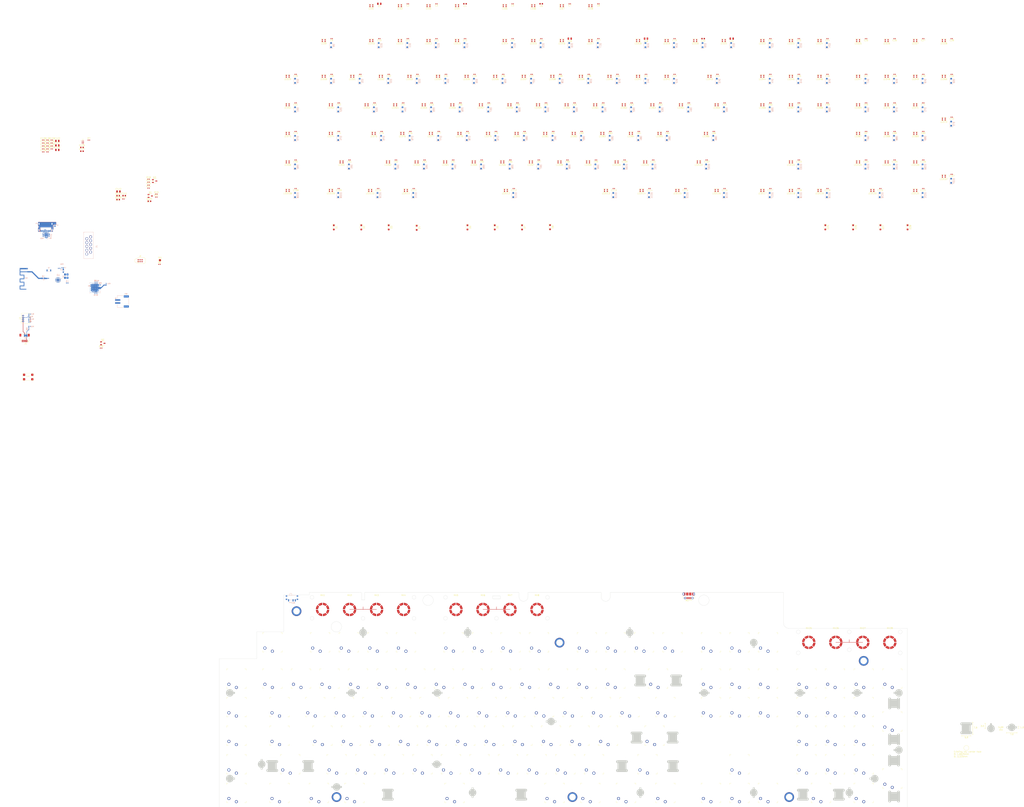
<source format=kicad_pcb>
(kicad_pcb (version 20241229) (generator "pcbnew") (generator_version "9.0")
  (layers (0 "F.Cu" signal) (2 "B.Cu" signal) (13 "F.Paste" user) (15 "B.Paste" user) (5 "F.SilkS" user "F.Silkscreen") (7 "B.SilkS" user "B.Silkscreen") (1 "F.Mask" user) (3 "B.Mask" user) (25 "Edge.Cuts" user))
  (net 0 "")
  (net 1 "/ANT_FEED")
  (net 2 "GND")
  (net 3 "+5V")
  (net 4 "/USB and Power management/V_BATT")
  (net 5 "/VDD_nRF")
  (net 6 "/VBATT_nRF")
  (net 7 "Net-(D2-A)")
  (net 8 "/ROW0")
  (net 9 "Net-(C19-Pad1)")
  (net 10 "Net-(D4-A)")
  (net 11 "/switch_matrix/ROWM")
  (net 12 "Net-(D6-A)")
  (net 13 "/switch_matrix/ROW0")
  (net 14 "Net-(D8-A)")
  (net 15 "/switch_matrix/ROW1")
  (net 16 "Net-(D10-A)")
  (net 17 "/switch_matrix/ROW2")
  (net 18 "Net-(D12-A)")
  (net 19 "/switch_matrix/ROW3")
  (net 20 "Net-(D14-A)")
  (net 21 "/switch_matrix/ROW4")
  (net 22 "Net-(D16-A)")
  (net 23 "/switch_matrix/ROW5")
  (net 24 "/ROW1")
  (net 25 "Net-(D18-A)")
  (net 26 "/rgb-led_matrix/S1.3")
  (net 27 "Net-(D20-A)")
  (net 28 "/rgb-led_matrix/S1.2")
  (net 29 "Net-(D22-A)")
  (net 30 "/rgb-led_matrix/C1.4")
  (net 31 "Net-(D24-A)")
  (net 32 "/rgb-led_matrix/S1.1")
  (net 33 "Net-(D26-A)")
  (net 34 "/rgb-led_matrix/C1.5")
  (net 35 "Net-(D28-A)")
  (net 36 "/rgb-led_matrix/C1.6")
  (net 37 "Net-(D30-A)")
  (net 38 "/rgb-led_matrix/C1.7")
  (net 39 "/ROW2")
  (net 40 "Net-(D32-A)")
  (net 41 "/rgb-led_matrix/C1.9")
  (net 42 "Net-(D34-A)")
  (net 43 "/rgb-led_matrix/C1.10")
  (net 44 "Net-(D36-A)")
  (net 45 "/rgb-led_matrix/C1.11")
  (net 46 "Net-(D38-A)")
  (net 47 "/rgb-led_matrix/C1.12")
  (net 48 "Net-(D40-A)")
  (net 49 "/rgb-led_matrix/C1.2")
  (net 50 "Net-(D42-A)")
  (net 51 "/rgb-led_matrix/C2.1")
  (net 52 "Net-(D44-A)")
  (net 53 "/ROW3")
  (net 54 "/rgb-led_matrix/S2.1")
  (net 55 "Net-(D46-A)")
  (net 56 "/rgb-led_matrix/S2.3")
  (net 57 "Net-(D48-A)")
  (net 58 "/rgb-led_matrix/S2.2")
  (net 59 "Net-(D50-A)")
  (net 60 "/rgb-led_matrix/C2.2")
  (net 61 "Net-(D52-A)")
  (net 62 "/rgb-led_matrix/C2.3")
  (net 63 "Net-(D54-A)")
  (net 64 "/rgb-led_matrix/C2.4")
  (net 65 "Net-(D56-A)")
  (net 66 "/rgb-led_matrix/C2.5")
  (net 67 "/ROW4")
  (net 68 "Net-(D58-A)")
  (net 69 "/rgb-led_matrix/C2.6")
  (net 70 "Net-(D60-A)")
  (net 71 "/rgb-led_matrix/C2.7")
  (net 72 "Net-(D62-A)")
  (net 73 "/rgb-led_matrix/C2.8")
  (net 74 "Net-(D64-A)")
  (net 75 "/rgb-led_matrix/C2.9")
  (net 76 "/USB_D-")
  (net 77 "/USB_D+")
  (net 78 "/DB_SWDCLK")
  (net 79 "/DB_SWDIO")
  (net 80 "/DB_SWO")
  (net 81 "/~{nReset}")
  (net 82 "Net-(J4-CC1)")
  (net 84 "Net-(J4-CC2)")
  (net 86 "GNDPWR")
  (net 87 "/COL10")
  (net 88 "/COL11")
  (net 89 "/COL12")
  (net 90 "/COL13")
  (net 91 "/COL14")
  (net 92 "/rgb-led_matrix/Mute/GRN")
  (net 93 "/rgb-led_matrix/Mute/BLU")
  (net 94 "/rgb-led_matrix/C2.10")
  (net 95 "/rgb-led_matrix/C1.1")
  (net 96 "/rgb-led_matrix/S1.6")
  (net 97 "/rgb-led_matrix/S1.4")
  (net 98 "/rgb-led_matrix/S1.5")
  (net 99 "/rgb-led_matrix/C1.3")
  (net 100 "/rgb-led_matrix/C1.8")
  (net 101 "/rgb-led_matrix/S2.5")
  (net 102 "/ROW5")
  (net 103 "/rgb-led_matrix/S2.4")
  (net 104 "/rgb-led_matrix/S2.6")
  (net 105 "/VDDH")
  (net 106 "/rgb-led_matrix/S1.8")
  (net 107 "/rgb-led_matrix/S1.9")
  (net 108 "Net-(D66-A)")
  (net 109 "/rgb-led_matrix/S1.7")
  (net 110 "/rgb-led_matrix/S2.9")
  (net 111 "Net-(D68-A)")
  (net 112 "Net-(D70-A)")
  (net 113 "/rgb-led_matrix/S2.8")
  (net 114 "Net-(D72-A)")
  (net 115 "/rgb-led_matrix/S2.7")
  (net 116 "/rgb-led_matrix/X/AN")
  (net 117 "Net-(D74-A)")
  (net 118 "Net-(D76-A)")
  (net 119 "Net-(D78-A)")
  (net 120 "/rgb-led_matrix/np2/AN")
  (net 121 "Net-(D80-A)")
  (net 122 "Net-(D82-A)")
  (net 123 "/rgb-led_matrix/np3/AN")
  (net 124 "Net-(D84-A)")
  (net 125 "/rgb-led_matrix/S1.10")
  (net 126 "/rgb-led_matrix/S1.12")
  (net 127 "Net-(D86-A)")
  (net 128 "/rgb-led_matrix/S1.11")
  (net 129 "Net-(D88-A)")
  (net 130 "/rgb-led_matrix/S2.12")
  (net 131 "/rgb-led_matrix/S2.10")
  (net 132 "Net-(D90-A)")
  (net 133 "Net-(D92-A)")
  (net 134 "/rgb-led_matrix/S2.11")
  (net 135 "Net-(D94-A)")
  (net 136 "/switch_matrix/COL2")
  (net 137 "/switch_matrix/COL4")
  (net 138 "Net-(D96-A)")
  (net 139 "Net-(D98-A)")
  (net 140 "Net-(D100-A)")
  (net 141 "Net-(D102-A)")
  (net 142 "Net-(D104-A)")
  (net 143 "Net-(D106-A)")
  (net 144 "/switch_matrix/COL5")
  (net 145 "Net-(D108-A)")
  (net 146 "/switch_matrix/COL6")
  (net 147 "Net-(D110-A)")
  (net 148 "/switch_matrix/COL7")
  (net 149 "Net-(D112-A)")
  (net 150 "/switch_matrix/COL9")
  (net 151 "Net-(D114-A)")
  (net 152 "Net-(D116-A)")
  (net 153 "Net-(D118-A)")
  (net 154 "/switch_matrix/COL10")
  (net 155 "Net-(D120-A)")
  (net 156 "Net-(D122-A)")
  (net 157 "/switch_matrix/COL11")
  (net 158 "/switch_matrix/COL12")
  (net 159 "/switch_matrix/COL13")
  (net 160 "/switch_matrix/COL14")
  (net 161 "/switch_matrix/COL15")
  (net 162 "/switch_matrix/COL16")
  (net 163 "/switch_matrix/COL17")
  (net 164 "/switch_matrix/COL18")
  (net 165 "/switch_matrix/COL1")
  (net 166 "/switch_matrix/COL3")
  (net 167 "/switch_matrix/COL8")
  (net 168 "/switch_matrix/COL19")
  (net 169 "/switch_matrix/COL20")
  (net 170 "/switch_matrix/COL21")
  (net 171 "/switch_matrix/COL22")
  (net 172 "Net-(U3-TS)")
  (net 173 "Net-(U3-ILIM)")
  (net 174 "Net-(U3-ISET)")
  (net 175 "Net-(U3-ITERM)")
  (net 176 "Net-(Q2-PadG)")
  (net 177 "/RGB_DOUT")
  (net 182 "/ROWM")
  (net 183 "/VOL_B")
  (net 184 "/VOL_C")
  (net 185 "/VOL_A")
  (net 186 "/COL18")
  (net 187 "/COL17")
  (net 188 "/COL19")
  (net 189 "/COL20")
  (net 190 "/COLM")
  (net 191 "/COL15")
  (net 192 "/COL16")
  (net 193 "Net-(U1-XC2)")
  (net 194 "Net-(U1-P0.00{slash}XL1)")
  (net 195 "Net-(U1-DEC4)")
  (net 196 "Net-(U1-P0.01{slash}XL2)")
  (net 197 "Net-(U1-XC1)")
  (net 198 "Net-(U1-DEC5)")
  (net 199 "Net-(U1-DEC3)")
  (net 200 "Net-(U1-DEC2)")
  (net 201 "Net-(U1-DEC1)")
  (net 202 "Net-(U1-DECUSB)")
  (net 203 "Net-(U1-ANT)")
  (net 204 "Net-(C140-Pad1)")
  (net 209 "Net-(J2-Pin_1)")
  (net 210 "Net-(L1-Pad2)")
  (net 211 "Net-(U1-DCCH)")
  (net 212 "Net-(U1-DCC)")
  (net 213 "Net-(U1-SWDCLK)")
  (net 214 "Net-(U1-SWDIO)")
  (net 215 "Net-(U1-P1.00{slash}SWO)")
  (net 216 "Net-(U4-ILIM)")
  (net 217 "Net-(U4-ISET)")
  (net 218 "/COL05")
  (net 219 "/COL03")
  (net 220 "/COL09")
  (net 221 "/COL06")
  (net 222 "/COL00")
  (net 223 "/COL08")
  (net 224 "/COL04")
  (net 225 "/COL02")
  (net 226 "/COL07")
  (net 227 "/COL01")
  (net 228 "Net-(U4-ITERM)")
  (net 229 "Net-(U4-TS)")
  (net 238 "Net-(D1-A)")
  (net 239 "Net-(D3-A)")
  (net 240 "Net-(D5-A)")
  (net 241 "Net-(D7-A)")
  (net 242 "Net-(D9-A)")
  (net 243 "Net-(D11-A)")
  (net 244 "Net-(D13-A)")
  (net 245 "Net-(D15-A)")
  (net 246 "Net-(D17-A)")
  (net 247 "Net-(D19-A)")
  (net 248 "Net-(D21-A)")
  (net 249 "Net-(D23-A)")
  (net 250 "Net-(D25-A)")
  (net 251 "Net-(D27-A)")
  (net 252 "Net-(D29-A)")
  (net 253 "Net-(D31-A)")
  (net 254 "Net-(D33-A)")
  (net 255 "Net-(D35-A)")
  (net 256 "Net-(D37-A)")
  (net 257 "Net-(D39-A)")
  (net 258 "Net-(D41-A)")
  (net 259 "Net-(D43-A)")
  (net 260 "Net-(D45-A)")
  (net 261 "Net-(D47-A)")
  (net 262 "Net-(D49-A)")
  (net 263 "Net-(D51-A)")
  (net 264 "Net-(D53-A)")
  (net 265 "Net-(D55-A)")
  (net 266 "Net-(D57-A)")
  (net 267 "Net-(D59-A)")
  (net 268 "Net-(D61-A)")
  (net 269 "Net-(D63-A)")
  (net 270 "Net-(D65-A)")
  (net 271 "Net-(D67-A)")
  (net 272 "Net-(D69-A)")
  (net 273 "Net-(D71-A)")
  (net 274 "Net-(D73-A)")
  (net 275 "Net-(D75-A)")
  (net 276 "Net-(D77-A)")
  (net 277 "Net-(D79-A)")
  (net 278 "Net-(D81-A)")
  (net 279 "Net-(D83-A)")
  (net 280 "Net-(D85-A)")
  (net 281 "Net-(D87-A)")
  (net 282 "Net-(D89-A)")
  (net 283 "Net-(D91-A)")
  (net 284 "Net-(D93-A)")
  (net 285 "Net-(D95-A)")
  (net 286 "Net-(D97-A)")
  (net 287 "Net-(D99-A)")
  (net 288 "Net-(D101-A)")
  (net 289 "Net-(D103-A)")
  (net 290 "Net-(D105-A)")
  (net 291 "Net-(D107-A)")
  (net 292 "Net-(D109-A)")
  (net 293 "Net-(D111-A)")
  (net 294 "Net-(D113-A)")
  (net 295 "Net-(D115-A)")
  (net 296 "Net-(D117-A)")
  (net 297 "Net-(D119-A)")
  (net 298 "Net-(D121-A)")
  (net 299 "Net-(D122-K)")
  (net 300 "Net-(D123-K)")
  (net 301 "Net-(D123-A)")
  (net 302 "Net-(D124-K)")
  (net 303 "Net-(D124-A)")
  (net 304 "Net-(Q1-PadG)")
  (net 305 "/LBAT_LED")
  (net 306 "Net-(Q3-PadG)")
  (net 307 "/CAPS_LED")
  (footprint "key-switches:SW_Kailh_Choc_V1_THT" (layer "F.Cu") (at 449.519335 332.37005)
    (property "Reference" "MX89" (hide yes))
    (property "Value" "1.00u" (hide yes))
  )
  (footprint "keyboard:LED_WS2812B-2020_PLCC4_2.0x2.0mm" (layer "F.Cu") (at 325.278539 -31.316783 180)
    (property "Reference" "LED115")
    (property "Value" "LED_ARGB")
  )
  (footprint "keyboard:C_0402_1005Metric" (layer "F.Cu") (at 215.476058 -155.870283 180)
    (property "Reference" "C5")
    (property "Value" "100nF")
  )
  (footprint "keyboard:LED_WS2812B-2020_PLCC4_2.0x2.0mm" (layer "F.Cu") (at 132.397289 -50.366783 180)
    (property "Reference" "LED92")
    (property "Value" "LED_ARGB")
  )
  (footprint "keyboard:LED_WS2812B-2020_PLCC4_2.0x2.0mm" (layer "F.Cu") (at 299.084789 -107.516783 180)
    (property "Reference" "LED41")
    (property "Value" "LED_ARGB")
  )
  (footprint "keyboard:LED_WS2812B-2020_PLCC4_2.0x2.0mm" (layer "F.Cu") (at 267.336059 -154.570283 180)
    (property "Reference" "LED8")
    (property "Value" "LED_ARGB")
  )
  (footprint "keyboard:R_0402_1005Metric" (layer "F.Cu") (at -27.2425 -38.855)
    (property "Reference" "R18")
    (property "Value" "10k")
  )
  (footprint "keyboard:C_0402_1005Metric" (layer "F.Cu") (at 215.476058 -132.629283 180)
    (property "Reference" "C14")
    (property "Value" "100nF")
  )
  (footprint "keyboard:SOT-23-3" (layer "F.Cu") (at -57.765 70.605)
    (property "Reference" "Q2")
    (property "Value" "Q_NMOS")
  )
  (footprint "keyboard:LED_WS2812B-2020_PLCC4_2.0x2.0mm" (layer "F.Cu") (at 237.172289 -69.416783 180)
    (property "Reference" "LED81")
    (property "Value" "LED_ARGB")
  )
  (footprint "G915:Stabilizer-Cutout" (layer "F.Cu") (at 132.25 371.7)
    (property "Reference" "REF**" (hide yes))
    (property "Value" "Stabilizer-Cutout" (hide yes))
    (fp_poly (pts (arc (start -2.95 1.95) (mid -3.95 2.95) (end -2.95 3.95)) (arc (start 2.95 3.95) (mid 3.95 2.95) (end 2.95 1.95)) (arc (start 2.95 -1.95) (mid 3.95 -2.95) (end 2.95 -3.95)) (arc (start -2.95 -3.95) (mid -3.95 -2.95) (end -2.95 -1.95))) (fill yes) (layer "Edge.Cuts"))
  )
  (footprint "keyboard:LED_WS2812B-2020_PLCC4_2.0x2.0mm" (layer "F.Cu") (at 89.534789 -131.329283 180)
    (property "Reference" "LED9")
    (property "Value" "LED_ARGB")
  )
  (footprint "key-switches:SW_Kailh_Choc_V1_THT" (layer "F.Cu") (at 305.3356 351.42005)
    (property "Reference" "MX102" (hide yes))
    (property "Value" "1.00u" (hide yes))
  )
  (footprint "key-switches:SW_Kailh_Choc_V1_THT" (layer "F.Cu") (at 31.30135 294.27005)
    (property "Reference" "MX29" (hide yes))
    (property "Value" "1.00u" (hide yes))
  )
  (footprint "keyboard:LED_WS2812B-2020_PLCC4_2.0x2.0mm" (layer "F.Cu") (at 189.547289 -50.366783 180)
    (property "Reference" "LED95")
    (property "Value" "LED_ARGB")
  )
  (footprint "keyboard:C_0402_1005Metric" (layer "F.Cu") (at 489.161694 -132.629283 180)
    (property "Reference" "C27")
    (property "Value" "100nF")
  )
  (footprint "G915:Stabilizer-Cutout" (layer "F.Cu") (at 324.5 295.5)
    (property "Reference" "REF**" (hide yes))
    (property "Value" "Stabilizer-Cutout" (hide yes))
    (fp_poly (pts (arc (start -2.95 1.95) (mid -3.95 2.95) (end -2.95 3.95)) (arc (start 2.95 3.95) (mid 3.95 2.95) (end 2.95 1.95)) (arc (start 2.95 -1.95) (mid 3.95 -2.95) (end 2.95 -3.95)) (arc (start -2.95 -3.95) (mid -3.95 -2.95) (end -2.95 -1.95))) (fill yes) (layer "Edge.Cuts"))
  )
  (footprint "key-switches:SW_Kailh_Choc_V1_THT" (layer "F.Cu") (at 155.31685 351.42005)
    (property "Reference" "MX95" (hide yes))
    (property "Value" "1.00u" (hide yes))
  )
  (footprint "keyboard:D_SOD-123F" (layer "F.Cu") (at 423.91627 -6.75 -90)
    (property "Reference" "D25")
    (property "Value" "B140S1F-7")
  )
  (footprint "key-switches:SW_Kailh_Choc_V1_THT" (layer "F.Cu") (at 468.569335 294.27005)
    (property "Reference" "MX50" (hide yes))
    (property "Value" "1.00u" (hide yes))
  )
  (footprint "key-switches:SW_Kailh_Choc_V1_THT" (layer "F.Cu") (at 430.469335 332.37005)
    (property "Reference" "MX88" (hide yes))
    (property "Value" "1.00u" (hide yes))
  )
  (footprint "keyboard:LED_WS2812B-2020_PLCC4_2.0x2.0mm" (layer "F.Cu") (at 445.769789 -50.366783 180)
    (property "Reference" "LED104")
    (property "Value" "LED_ARGB")
  )
  (footprint "G915:Stabilizer-Cutout" (layer "F.Cu") (at 408.95 371.7)
    (property "Reference" "REF**" (hide yes))
    (property "Value" "Stabilizer-Cutout" (hide yes))
    (fp_poly (pts (arc (start -2.95 1.95) (mid -3.95 2.95) (end -2.95 3.95)) (arc (start 2.95 3.95) (mid 3.95 2.95) (end 2.95 1.95)) (arc (start 2.95 -1.95) (mid 3.95 -2.95) (end 2.95 -3.95)) (arc (start -2.95 -3.95) (mid -3.95 -2.95) (end -2.95 -1.95))) (fill yes) (layer "Edge.Cuts"))
  )
  (footprint "key-switches:SW_Kailh_Choc_V1_THT" (layer "F.Cu") (at 125.276904 270.0956)
    (property "Reference" "MX12" (hide yes))
    (property "Value" "1.00u" (hide yes))
  )
  (footprint "key-switches:SW_Kailh_Choc_V1_THT" (layer "F.Cu") (at 233.12467 270.0956)
    (property "Reference" "MX17" (hide yes))
    (property "Value" "1.00u" (hide yes))
  )
  (footprint "keyboard:C_0402_1005Metric" (layer "F.Cu") (at 99.587288 -70.716783 180)
    (property "Reference" "C74")
    (property "Value" "100nF")
  )
  (footprint "key-switches:SW_Kailh_Choc_V1_THT" (layer "F.Cu") (at 87.176905 270.0956)
    (property "Reference" "MX10" (hide yes))
    (property "Value" "1.00u" (hide yes))
  )
  (footprint "keyboard:LED_WS2812B-2020_PLCC4_2.0x2.0mm" (layer "F.Cu") (at 89.534789 -107.516783 180)
    (property "Reference" "LED30")
    (property "Value" "LED_ARGB")
  )
  (footprint "keyboard:C_0402_1005Metric" (layer "F.Cu") (at 406.292289 -89.766783 180)
    (property "Reference" "C67")
    (property "Value" "100nF")
  )
  (footprint "keyboard:LED_WS2812B-2020_PLCC4_2.0x2.0mm" (layer "F.Cu") (at 318.136694 -131.329283 180)
    (property "Reference" "LED19")
    (property "Value" "LED_ARGB")
  )
  (footprint "keyboard:C_0402_1005Metric" (layer "F.Cu") (at 125.781038 -32.616783 180)
    (property "Reference" "C110")
    (property "Value" "100nF")
  )
  (footprint "keyboard:C_0402_1005Metric" (layer "F.Cu") (at 213.887289 -51.666783 180)
    (property "Reference" "C96")
    (property "Value" "100nF")
  )
  (footprint "G915:Stabilizer-Cutout" (layer "F.Cu") (at 469.75 372.95 90)
    (property "Reference" "REF**" (hide yes))
    (property "Value" "Stabilizer-Cutout" (hide yes))
    (fp_poly (pts (arc (start -2.95 1.95) (mid -3.95 2.95) (end -2.95 3.95)) (arc (start 2.95 3.95) (mid 3.95 2.95) (end 2.95 1.95)) (arc (start 2.95 -1.95) (mid 3.95 -2.95) (end 2.95 -3.95)) (arc (start -2.95 -3.95) (mid -3.95 -2.95) (end -2.95 -1.95))) (fill yes) (layer "Edge.Cuts"))
  )
  (footprint "key-switches:SW_Kailh_Choc_V1_THT" (layer "F.Cu") (at 131.50435 294.27005)
    (property "Reference" "MX34" (hide yes))
    (property "Value" "1.00u" (hide yes))
  )
  (footprint "key-switches:SW_Kailh_Choc_V1_THT" (layer "F.Cu") (at 366.6766 294.27005)
    (property "Reference" "MX45" (hide yes))
    (property "Value" "1.00u" (hide yes))
  )
  (footprint "keyboard:C_0402_1005Metric" (layer "F.Cu") (at 175.787289 -51.666783 180)
    (property "Reference" "C94")
    (property "Value" "100nF")
  )
  (footprint "keyboard:C_0402_1005Metric" (layer "F.Cu") (at 275.799789 -89.766783 180)
    (property "Reference" "C61")
    (property "Value" "100nF")
  )
  (footprint "key-switches:SW_Kailh_Choc_V1_THT" (layer "F.Cu") (at 179.12935 313.32005)
    (property "Reference" "MX58" (hide yes))
    (property "Value" "1.00u" (hide yes))
  )
  (footprint "keyboard:LED_WS2812B-2020_PLCC4_2.0x2.0mm" (layer "F.Cu") (at 94.297288 -69.416783 180)
    (property "Reference" "LED74")
    (property "Value" "LED_ARGB")
  )
  (footprint "keyboard:C_0402_1005Metric" (layer "F.Cu") (at 349.618539 -70.716783 180)
    (property "Reference" "C86")
    (property "Value" "100nF")
  )
  (footprint "key-switches:SW_Kailh_Choc_V1_THT" (layer "F.Cu") (at 221.99185 332.37005)
    (property "Reference" "MX82" (hide yes))
    (property "Value" "1.00u" (hide yes))
  )
  (footprint "key-switches:SW_Kailh_Choc_V1_THT" (layer "F.Cu") (at 260.09185 332.37005)
    (property "Reference" "MX84" (hide yes))
    (property "Value" "1.00u" (hide yes))
  )
  (footprint "key-switches:SW_Kailh_Choc_V1_THT" (layer "F.Cu") (at 293.42935 313.32005)
    (property "Reference" "MX64" (hide yes))
    (property "Value" "1.00u" (hide yes))
  )
  (footprint "keyboard:LED_WS2812B-2020_PLCC4_2.0x2.0mm" (layer "F.Cu") (at 227.647289 -50.366783 180)
    (property "Reference" "LED97")
    (property "Value" "LED_ARGB")
  )
  (footprint "keyboard:LED_WS2812B-2020_PLCC4_2.0x2.0mm" (layer "F.Cu") (at 213.359789 -88.466783 180)
    (property "Reference" "LED58")
    (property "Value" "LED_ARGB")
  )
  (footprint "keyboard:C_0402_1005Metric" (layer "F.Cu") (at -91.732684 -64.931017)
    (property "Reference" "C135")
    (property "Value" "100nF")
  )
  (footprint "G915:Screw_Hole-Dual_Wing" (layer "F.Cu") (at 48.15 351.4 90)
    (property "Reference" "REF**" (hide yes))
    (property "Value" "Screw_Hole-Dual_Wing" (hide yes))
    (fp_line (start 3.5 -0.635) (end 2.42 -0.635) (stroke (width 0.01)) (layer "Edge.Cuts"))
    (fp_line (start 3.5 -0.635) (end 3.5 0.635) (stroke (width 0.01)) (layer "Edge.Cuts"))
    (fp_line (start -3.5 -0.635) (end -2.42 -0.635) (stroke (width 0.01)) (layer "Edge.Cuts"))
    (fp_line (start -3.5 -0.635) (end -3.5 0.635) (stroke (width 0.01)) (layer "Edge.Cuts"))
    (fp_line (start 3.5 0.635) (end 2.42 0.635) (stroke (width 0.01)) (layer "Edge.Cuts"))
    (fp_line (start -3.5 0.635) (end -2.42 0.635) (stroke (width 0.01)) (layer "Edge.Cuts"))
    (fp_arc (start -2.42 -0.635) (mid 0 -2.501924) (end 2.42 -0.635) (stroke (width 0.01)) (layer "Edge.Cuts"))
    (fp_arc (start 2.42 0.635) (mid 0 2.487075) (end -2.42 0.635) (stroke (width 0.01)) (layer "Edge.Cuts"))
    (fp_poly (pts (xy -3.5 0.635) (xy -3.5 -0.635) (arc (start -2.42 -0.635) (mid 0 -2.501924) (end 2.42 -0.635)) (xy 3.5 -0.635) (xy 3.5 0.635) (arc (start 2.42 0.635) (mid 0 2.487075) (end -2.42 0.635))) (fill yes) (layer "Edge.Cuts"))
  )
  (footprint "keyboard:D_SOD-123F" (layer "F.Cu") (at 96.24621 -6.712829 -90)
    (property "Reference" "D1")
    (property "Value" "B140S1F-7")
  )
  (footprint "keyboard:LED_WS2812B-2020_PLCC4_2.0x2.0mm" (layer "F.Cu") (at 502.921694 -131.329283 180)
    (property "Reference" "LED28")
    (property "Value" "LED_ARGB")
  )
  (footprint "keyboard:LED_WS2812B-2020_PLCC4_2.0x2.0mm" (layer "F.Cu") (at 127.634789 -107.516783 180)
    (property "Reference" "LED32")
    (property "Value" "LED_ARGB")
  )
  (footprint "keyboard:SOT-23-3" (layer "F.Cu") (at -26.1225 -27.665)
    (property "Reference" "Q1")
    (property "Value" "Q_NMOS")
  )
  (footprint "keyboard:C_0402_1005Metric" (layer "F.Cu") (at 306.756039 -32.616783 180)
    (property "Reference" "C114")
    (property "Value" "100nF")
  )
  (footprint "keyboard:D_SOD-123F" (layer "F.Cu") (at 460.65 -6.745 -90)
    (property "Reference" "D27")
    (property "Value" "B140S1F-7")
  )
  (footprint "G915:Screw_Hole-Dual_Wing" (layer "F.Cu") (at 376.2 370.3 90)
    (property "Reference" "REF**" (hide yes))
    (property "Value" "Screw_Hole-Dual_Wing" (hide yes))
    (fp_line (start 3.5 -0.635) (end 2.42 -0.635) (stroke (width 0.01)) (layer "Edge.Cuts"))
    (fp_line (start 3.5 -0.635) (end 3.5 0.635) (stroke (width 0.01)) (layer "Edge.Cuts"))
    (fp_line (start -3.5 -0.635) (end -2.42 -0.635) (stroke (width 0.01)) (layer "Edge.Cuts"))
    (fp_line (start -3.5 -0.635) (end -3.5 0.635) (stroke (width 0.01)) (layer "Edge.Cuts"))
    (fp_line (start 3.5 0.635) (end 2.42 0.635) (stroke (width 0.01)) (layer "Edge.Cuts"))
    (fp_line (start -3.5 0.635) (end -2.42 0.635) (stroke (width 0.01)) (layer "Edge.Cuts"))
    (fp_arc (start -2.42 -0.635) (mid 0 -2.501924) (end 2.42 -0.635) (stroke (width 0.01)) (layer "Edge.Cuts"))
    (fp_arc (start 2.42 0.635) (mid 0 2.487075) (end -2.42 0.635) (stroke (width 0.01)) (layer "Edge.Cuts"))
    (fp_poly (pts (xy -3.5 0.635) (xy -3.5 -0.635) (arc (start -2.42 -0.635) (mid 0 -2.501924) (end 2.42 -0.635)) (xy 3.5 -0.635) (xy 3.5 0.635) (arc (start 2.42 0.635) (mid 0 2.487075) (end -2.42 0.635))) (fill yes) (layer "Edge.Cuts"))
  )
  (footprint "keyboard:LED_WS2812B-2020_PLCC4_2.0x2.0mm" (layer "F.Cu") (at 483.869789 -88.466783 180)
    (property "Reference" "LED71")
    (property "Value" "LED_ARGB")
  )
  (footprint "G915:Membrane-G915" (layer "F.Cu") (at 88.746625 248.15)
    (property "Reference" "MX1")
    (property "Value" "1.00u")
  )
  (footprint "keyboard:LED_WS2812B-2020_PLCC4_2.0x2.0mm" (layer "F.Cu") (at 381.952289 -88.466783 180)
    (property "Reference" "LED66")
    (property "Value" "LED_ARGB")
  )
  (footprint "keyboard:LED_0603_1608Metric" (layer "F.Cu") (at -47.485 -25.255)
    (property "Reference" "D123")
    (property "Value" "LED")
  )
  (footprint "keyboard:C_0402_1005Metric" (layer "F.Cu") (at 406.292289 -32.616783 180)
    (property "Reference" "C118")
    (property "Value" "100nF")
  )
  (footprint "keyboard:C_0402_1005Metric" (layer "F.Cu") (at 194.837289 -51.666783 180)
    (property "Reference" "C95")
    (property "Value" "100nF")
  )
  (footprint "key-switches:SW_Kailh_Choc_V1_THT" (layer "F.Cu") (at 411.419335 351.42005)
    (property "Reference" "MX104" (hide yes))
    (property "Value" "1.00u" (hide yes))
  )
  (footprint "" (layer "F.Cu") (at 252.6 257.5)
    (property "Reference" "")
    (property "Value" "")
  )
  (footprint "key-switches:SW_Kailh_Choc_V1_THT" (layer "F.Cu") (at 283.90435 294.27005)
    (property "Reference" "MX42" (hide yes))
    (property "Value" "1.00u" (hide yes))
  )
  (footprint "keyboard:LED_WS2812B-2020_PLCC4_2.0x2.0mm" (layer "F.Cu") (at 301.466039 -31.316783 180)
    (property "Reference" "LED114")
    (property "Value" "LED_ARGB")
  )
  (footprint "G915:Membrane-G915" (layer "F.Cu") (at 213.68986 248.15)
    (property "Reference" "MX7")
    (property "Value" "1.00u")
  )
  (footprint "Connector_Molex:Molex_PicoBlade_53048-0410_1x04_P1.25mm_Horizontal" (layer "F.Cu") (at -110.895 55.9395 90)
    (property "Reference" "J3")
    (property "Value" "53047-0460")
  )
  (footprint "keyboard:C_0402_1005Metric" (layer "F.Cu") (at 489.159789 -32.616783 180)
    (property "Reference" "C121")
    (property "Value" "100nF")
  )
  (footprint "key-switches:SW_Kailh_Choc_V1_THT" (layer "F.Cu") (at 217.22935 313.32005)
    (property "Reference" "MX60" (hide yes))
    (property "Value" "1.00u" (hide yes))
  )
  (footprint "keyboard:C_0402_1005Metric" (layer "F.Cu") (at 106.731038 -51.666783 180)
    (property "Reference" "C91")
    (property "Value" "100nF")
  )
  (footprint "key-switches:SW_Kailh_Choc_V1_THT" (layer "F.Cu") (at 55.30435 294.27005)
    (property "Reference" "MX30" (hide yes))
    (property "Value" "1.00u" (hide yes))
  )
  (footprint "keyboard:LED_WS2812B-2020_PLCC4_2.0x2.0mm" (layer "F.Cu") (at 344.328539 -69.416783 180)
    (property "Reference" "LED86")
    (property "Value" "LED_ARGB")
  )
  (footprint "key-switches:SW_Kailh_Choc_V1_THT" (layer "F.Cu") (at 312.47935 294.27005)
    (property "Reference" "MX43" (hide yes))
    (property "Value" "1.00u" (hide yes))
  )
  (footprint "keyboard:C_0402_1005Metric" (layer "F.Cu") (at 470.109789 -51.666783 180)
    (property "Reference" "C105")
    (property "Value" "100nF")
  )
  (footprint "keyboard:C_0402_1005Metric" (layer "F.Cu") (at 256.749789 -89.766783 180)
    (property "Reference" "C60")
    (property "Value" "100nF")
  )
  (footprint "keyboard:C_0402_1005Metric" (layer "F.Cu") (at 508.209789 -108.816783 180)
    (property "Reference" "C50")
    (property "Value" "100nF")
  )
  (footprint "keyboard:LED_WS2812B-2020_PLCC4_2.0x2.0mm" (layer "F.Cu") (at 151.447289 -50.366783 180)
    (property "Reference" "LED93")
    (property "Value" "LED_ARGB")
  )
  (footprint "key-switches:SW_Kailh_Choc_V1_THT" (layer "F.Cu") (at 255.32935 313.32005)
    (property "Reference" "MX62" (hide yes))
    (property "Value" "1.00u" (hide yes))
  )
  (footprint "keyboard:C_0402_1005Metric" (layer "F.Cu") (at 425.342289 -89.766783 180)
    (property "Reference" "C68")
    (property "Value" "100nF")
  )
  (footprint "keyboard:LED_WS2812B-2020_PLCC4_2.0x2.0mm" (layer "F.Cu") (at 203.834789 -107.516783 180)
    (property "Reference" "LED36")
    (property "Value" "LED_ARGB")
  )
  (footprint "keyboard:LED_WS2812B-2020_PLCC4_2.0x2.0mm" (layer "F.Cu") (at 502.919789 -78.941783 180)
    (property "Reference" "LED72")
    (property "Value" "LED_ARGB")
  )
  (footprint "keyboard:C_0402_1005Metric" (layer "F.Cu") (at 272.626059 -132.629283 180)
    (property "Reference" "C17")
    (property "Value" "1pF")
  )
  (footprint "keyboard:LED_WS2812B-2020_PLCC4_2.0x2.0mm" (layer "F.Cu") (at 251.459789 -88.466783 180)
    (property "Reference" "LED60")
    (property "Value" "LED_ARGB")
  )
  (footprint "keyboard:LED_WS2812B-2020_PLCC4_2.0x2.0mm" (layer "F.Cu") (at 222.884789 -107.516783 180)
    (property "Reference" "LED37")
    (property "Value" "LED_ARGB")
  )
  (footprint "keyboard:LED_WS2812B-2020_PLCC4_2.0x2.0mm" (layer "F.Cu") (at 184.784789 -107.516783 180)
    (property "Reference" "LED35")
    (property "Value" "LED_ARGB")
  )
  (footprint "keyboard:C_0402_1005Metric" (layer "F.Cu") (at 356.762289 -32.616783 180)
    (property "Reference" "C116")
    (property "Value" "100nF")
  )
  (footprint "keyboard:LED_WS2812B-2020_PLCC4_2.0x2.0mm" (layer "F.Cu") (at 464.819789 -107.516783 180)
    (property "Reference" "LED48")
    (property "Value" "LED_ARGB")
  )
  (footprint "keyboard:LED_WS2812B-2020_PLCC4_2.0x2.0mm" (layer "F.Cu") (at 420.052289 -88.466783 180)
    (property "Reference" "LED68")
    (property "Value" "LED_ARGB")
  )
  (footprint "key-switches:SW_Kailh_Choc_V1_THT" (layer "F.Cu") (at 31.30135 313.32005)
    (property "Reference" "MX51" (hide yes))
    (property "Value" "1.00u" (hide yes))
  )
  (footprint "keyboard:LED_WS2812B-2020_PLCC4_2.0x2.0mm" (layer "F.Cu") (at 445.769789 -69.416783 180)
    (property "Reference" "LED87")
    (property "Value" "LED_ARGB")
  )
  (footprint "keyboard:C_0402_1005Metric" (layer "F.Cu") (at -94.602684 -57.051017)
    (property "Reference" "C134")
    (property "Value" "DNP")
  )
  (footprint "keyboard:LED_WS2812B-2020_PLCC4_2.0x2.0mm" (layer "F.Cu") (at 284.797289 -50.366783 180)
    (property "Reference" "LED100")
    (property "Value" "LED_ARGB")
  )
  (footprint "key-switches:SW_Kailh_Choc_V1_THT" (layer "F.Cu") (at 183.89185 332.37005)
    (property "Reference" "MX80" (hide yes))
    (property "Value" "1.00u" (hide yes))
  )
  (footprint "G915:Screw_Hole-Dual_Wing" (layer "F.Cu") (at 343.2 303.8)
    (property "Reference" "REF**" (hide yes))
    (property "Value" "Screw_Hole-Dual_Wing" (hide yes))
    (fp_line (start -3.5 -0.635) (end -3.5 0.635) (stroke (width 0.01)) (layer "Edge.Cuts"))
    (fp_line (start -3.5 -0.635) (end -2.42 -0.635) (stroke (width 0.01)) (layer "Edge.Cuts"))
    (fp_line (start -3.5 0.635) (end -2.42 0.635) (stroke (width 0.01)) (layer "Edge.Cuts"))
    (fp_line (start 3.5 -0.635) (end 2.42 -0.635) (stroke (width 0.01)) (layer "Edge.Cuts"))
    (fp_line (start 3.5 -0.635) (end 3.5 0.635) (stroke (width 0.01)) (layer "Edge.Cuts"))
    (fp_line (start 3.5 0.635) (end 2.42 0.635) (stroke (width 0.01)) (layer "Edge.Cuts"))
    (fp_arc (start -2.42 -0.635) (mid 0 -2.501924) (end 2.42 -0.635) (stroke (width 0.01)) (layer "Edge.Cuts"))
    (fp_arc (start 2.42 0.635) (mid 0 2.487075) (end -2.42 0.635) (stroke (width 0.01)) (layer "Edge.Cuts"))
    (fp_poly (pts (xy -3.5 0.635) (xy -3.5 -0.635) (arc (start -2.42 -0.635) (mid 0 -2.501924) (end 2.42 -0.635)) (xy 3.5 -0.635) (xy 3.5 0.635) (arc (start 2.42 0.635) (mid 0 2.487075) (end -2.42 0.635))) (fill yes) (layer "Edge.Cuts"))
  )
  (footprint "key-switches:SW_Kailh_Choc_V1_THT" (layer "F.Cu") (at 291.0481 370.47005)
    (property "Reference" "MX115" (hide yes))
    (property "Value" "1.00u" (hide yes))
  )
  (footprint "keyboard:R_0402_1005Metric" (layer "F.Cu") (at -27.2425 -34.875)
    (property "Reference" "R23")
    (property "Value" "100")
  )
  (footprint "keyboard:LED_WS2812B-2020_PLCC4_2.0x2.0mm" (layer "F.Cu") (at 502.919789 -107.516783 180)
    (property "Reference" "LED50")
    (property "Value" "LED_ARGB")
  )
  (footprint "G915:Screw_Hole-Single_Wing" (layer "F.Cu") (at 472.95 341.9)
    (property "Reference" "REF**" (hide yes))
    (property "Value" "Screw_Hole-Single_Wing" (hide yes))
    (fp_line (start -3.5 -0.635) (end -3.5 0.635) (stroke (width 0.01)) (layer "Edge.Cuts"))
    (fp_line (start -3.5 -0.635) (end -2.42 -0.635) (stroke (width 0.01)) (layer "Edge.Cuts"))
    (fp_line (start -3.5 0.635) (end -2.42 0.635) (stroke (width 0.01)) (layer "Edge.Cuts"))
    (fp_arc (start -2.42 -0.635) (mid 2.501924 0) (end -2.42 0.635) (stroke (width 0.01)) (layer "Edge.Cuts"))
    (fp_poly (pts (arc (start -2.42 -0.635) (mid 2.501924 0) (end -2.42 0.635)) (xy -3.5 0.635) (xy -3.5 -0.635)) (fill yes) (layer "Edge.Cuts"))
  )
  (footprint "keyboard:LED_WS2812B-2020_PLCC4_2.0x2.0mm" (layer "F.Cu") (at 464.821694 -131.329283 180)
    (property "Reference" "LED26")
    (property "Value" "LED_ARGB")
  )
  (footprint "G915:Screw_Hole-Dual_Wing" (layer "F.Cu") (at 300.6 370.3 90)
    (property "Reference" "REF**" (hide yes))
    (property "Value" "Screw_Hole-Dual_Wing" (hide yes))
    (fp_line (start 3.5 -0.635) (end 2.42 -0.635) (stroke (width 0.01)) (layer "Edge.Cuts"))
    (fp_line (start 3.5 -0.635) (end 3.5 0.635) (stroke (width 0.01)) (layer "Edge.Cuts"))
    (fp_line (start -3.5 -0.635) (end -2.42 -0.635) (stroke (width 0.01)) (layer "Edge.Cuts"))
    (fp_line (start -3.5 -0.635) (end -3.5 0.635) (stroke (width 0.01)) (layer "Edge.Cuts"))
    (fp_line (start 3.5 0.635) (end 2.42 0.635) (stroke (width 0.01)) (layer "Edge.Cuts"))
    (fp_line (start -3.5 0.635) (end -2.42 0.635) (stroke (width 0.01)) (layer "Edge.Cuts"))
    (fp_arc (start -2.42 -0.635) (mid 0 -2.501924) (end 2.42 -0.635) (stroke (width 0.01)) (layer "Edge.Cuts"))
    (fp_arc (start 2.42 0.635) (mid 0 2.487075) (end -2.42 0.635) (stroke (width 0.01)) (layer "Edge.Cuts"))
    (fp_poly (pts (xy -3.5 0.635) (xy -3.5 -0.635) (arc (start -2.42 -0.635) (mid 0 -2.501924) (end 2.42 -0.635)) (xy 3.5 -0.635) (xy 3.5 0.635) (arc (start 2.42 0.635) (mid 0 2.487075) (end -2.42 0.635))) (fill yes) (layer "Edge.Cuts"))
  )
  (footprint "key-switches:SW_Kailh_Choc_V1_THT" (layer "F.Cu") (at 141.02935 313.32005)
    (property "Reference" "MX56" (hide yes))
    (property "Value" "1.00u" (hide yes))
  )
  (footprint "G915:Stabilizer-Cutout" (layer "F.Cu") (at 221.2 371.7)
    (property "Reference" "REF**" (hide yes))
    (property "Value" "Stabilizer-Cutout" (hide yes))
    (fp_poly (pts (arc (start -2.95 1.95) (mid -3.95 2.95) (end -2.95 3.95)) (arc (start 2.95 3.95) (mid 3.95 2.95) (end 2.95 1.95)) (arc (start 2.95 -1.95) (mid 3.95 -2.95) (end 2.95 -3.95)) (arc (start -2.95 -3.95) (mid -3.95 -2.95) (end -2.95 -1.95))) (fill yes) (layer "Edge.Cuts"))
  )
  (footprint "key-switches:SW_Kailh_Choc_V1_THT" (layer "F.Cu") (at 86.260599 370.47005)
    (property "Reference" "MX110" (hide yes))
    (property "Value" "1.00u" (hide yes))
  )
  (footprint "keyboard:LED_WS2812B-2020_PLCC4_2.0x2.0mm" (layer "F.Cu") (at 156.209789 -88.466783 180)
    (property "Reference" "LED55")
    (property "Value" "LED_ARGB")
  )
  (footprint "key-switches:SW_Kailh_Choc_V1_THT" (layer "F.Cu") (at 145.79185 332.37005)
    (property "Reference" "MX78" (hide yes))
    (property "Value" "1.00u" (hide yes))
  )
  (footprint "keyboard:LED_WS2812B-2020_PLCC4_2.0x2.0mm" (layer "F.Cu") (at 170.497289 -50.366783 180)
    (property "Reference" "LED94")
    (property "Value" "LED_ARGB")
  )
  (footprint "G915:Stabilizer-Cutout" (layer "F.Cu") (at 322.1 333.6)
    (property "Reference" "REF**" (hide yes))
    (property "Value" "Stabilizer-Cutout" (hide yes))
    (fp_poly (pts (arc (start -2.95 1.95) (mid -3.95 2.95) (end -2.95 3.95)) (arc (start 2.95 3.95) (mid 3.95 2.95) (end 2.95 1.95)) (arc (start 2.95 -1.95) (mid 3.95 -2.95) (end 2.95 -3.95)) (arc (start -2.95 -3.95) (mid -3.95 -2.95) (end -2.95 -1.95))) (fill yes) (layer "Edge.Cuts"))
  )
  (footprint "keyboard:R_0402_1005Metric" (layer "F.Cu") (at -27.2425 -32.885)
    (property "Reference" "R24")
    (property "Value" "10k")
  )
  (footprint "Connector_USB:USB_Micro-B_Molex-105017-0001" (layer "F.Cu") (at 332.9 239.0875 180)
    (property "Reference" "REF**")
    (property "Value" "USB_Micro-B_Molex-105017-0001")
  )
  (footprint "key-switches:SW_Kailh_Choc_V1_THT" (layer "F.Cu") (at 98.16685 351.42005)
    (property "Reference" "MX92" (hide yes))
    (property "Value" "1.00u" (hide yes))
  )
  (footprint "keyboard:C_0402_1005Metric" (layer "F.Cu") (at 247.224789 -108.816783 180)
    (property "Reference" "C38")
    (property "Value" "100nF")
  )
  (footprint "key-switches:SW_Kailh_Choc_V1_THT" (layer "F.Cu") (at 31.30135 332.37005)
    (property "Reference" "MX73" (hide yes))
    (property "Value" "1.00u" (hide yes))
  )
  (footprint "G915:Screw_Hole-Dual_Wing" (layer "F.Cu") (at 445.1 303.8)
    (property "Reference" "REF**" (hide yes))
    (property "Value" "Screw_Hole-Dual_Wing" (hide yes))
    (fp_line (start -3.5 -0.635) (end -3.5 0.635) (stroke (width 0.01)) (layer "Edge.Cuts"))
    (fp_line (start -3.5 -0.635) (end -2.42 -0.635) (stroke (width 0.01)) (layer "Edge.Cuts"))
    (fp_line (start -3.5 0.635) (end -2.42 0.635) (stroke (width 0.01)) (layer "Edge.Cuts"))
    (fp_line (start 3.5 -0.635) (end 2.42 -0.635) (stroke (width 0.01)) (layer "Edge.Cuts"))
    (fp_line (start 3.5 -0.635) (end 3.5 0.635) (stroke (width 0.01)) (layer "Edge.Cuts"))
    (fp_line (start 3.5 0.635) (end 2.42 0.635) (stroke (width 0.01)) (layer "Edge.Cuts"))
    (fp_arc (start -2.42 -0.635) (mid 0 -2.501924) (end 2.42 -0.635) (stroke (width 0.01)) (layer "Edge.Cuts"))
    (fp_arc (start 2.42 0.635) (mid 0 2.487075) (end -2.42 0.635) (stroke (width 0.01)) (layer "Edge.Cuts"))
    (fp_poly (pts (xy -3.5 0.635) (xy -3.5 -0.635) (arc (start -2.42 -0.635) (mid 0 -2.501924) (end 2.42 -0.635)) (xy 3.5 -0.635) (xy 3.5 0.635) (arc (start 2.42 0.635) (mid 0 2.487075) (end -2.42 0.635))) (fill yes) (layer "Edge.Cuts"))
  )
  (footprint "keyboard:BLE-symbol" (layer "F.Cu") (at -83.481817 -61.532738)
    (property "Reference" "S2" (hide yes))
    (property "Value" "~" (hide yes))
  )
  (footprint "keyboard:C_0402_1005Metric" (layer "F.Cu") (at 128.162288 -70.716783 180)
    (property "Reference" "C75")
    (property "Value" "100nF")
  )
  (footprint "keyboard:C_0402_1005Metric" (layer "F.Cu") (at 451.059789 -51.666783 180)
    (property "Reference" "C104")
    (property "Value" "100nF")
  )
  (footprint "keyboard:C_0402_1005Metric" (layer "F.Cu") (at 151.974789 -108.816783 180)
    (property "Reference" "C33")
    (property "Value" "100nF")
  )
  (footprint "keyboard:R_0402_1005Metric" (layer "F.Cu") (at -58.885 73.825)
    (property "Reference" "R20")
    (property "Value" "R_US")
  )
  (footprint "keyboard:C_0402_1005Metric" (layer "F.Cu") (at 425.344194 -132.629283 180)
    (property "Reference" "C24")
    (property "Value" "100nF")
  )
  (footprint "keyboard:C_0402_1005Metric" (layer "F.Cu") (at 323.426694 -132.629283 180)
    (property "Reference" "C19")
    (property "Value" "1.2pF")
  )
  (footprint "keyboard:C_0402_1005Metric" (layer "F.Cu") (at -94.602684 -60.991017)
    (property "Reference" "C132")
    (property "Value" "820pF")
  )
  (footprint "keyboard:D_SOD-123F" (layer "F.Cu") (at 203.54621 -6.712829 -90)
    (property "Reference" "D6")
    (property "Value" "B140S1F-7")
  )
  (footprint "keyboard:LED_WS2812B-2020_PLCC4_2.0x2.0mm" (layer "F.Cu") (at 241.934789 -107.516783 180)
    (property "Reference" "LED38")
    (property "Value" "LED_ARGB")
  )
  (footprint "key-switches:SW_Kailh_Choc_V1_THT" (layer "F.Cu") (at 202.94185 332.37005)
    (property "Reference" "MX81" (hide yes))
    (property "Value" "1.00u" (hide yes))
  )
  (footprint "key-switches:SW_Kailh_Choc_V1_THT" (layer "F.Cu") (at 468.569335 322.845049)
    (property "Reference" "MX72" (hide yes))
    (property "Value" "1.00u" (hide yes))
  )
  (footprint "keyboard:C_0805_2012Metric" (layer "F.Cu") (at -88.072684 -64.411017)
    (property "Reference" "C122")
    (property "Value" "4u7F")
  )
  (footprint "keyboard:C_0805_2012Metric" (layer "F.Cu") (at 361.526694 -132.629283 180)
    (property "Reference" "C21")
    (property "Value" "4u7F")
  )
  (footprint "G915:Stabilizer-Cutout" (layer "F.Cu") (at 322.35 352.65)
    (property "Reference" "REF**" (hide yes))
    (property "Value" "Stabilizer-Cutout" (hide yes))
    (fp_poly (pts (arc (start -2.95 1.95) (mid -3.95 2.95) (end -2.95 3.95)) (arc (start 2.95 3.95) (mid 3.95 2.95) (end 2.95 1.95)) (arc (start 2.95 -1.95) (mid 3.95 -2.95) (end 2.95 -3.95)) (arc (start -2.95 -3.95) (mid -3.95 -2.95) (end -2.95 -1.95))) (fill yes) (layer "Edge.Cuts"))
  )
  (footprint "keyboard:C_0402_1005Metric" (layer "F.Cu") (at -91.732684 -62.961017)
    (property "Reference" "C136")
    (property "Value" "100nF")
  )
  (footprint "keyboard:LED_WS2812B-2020_PLCC4_2.0x2.0mm" (layer "F.Cu") (at 483.871694 -131.329283 180)
    (property "Reference" "LED27")
    (property "Value" "LED_ARGB")
  )
  (footprint "keyboard:D_SOD-123F" (layer "F.Cu") (at 240.40121 -6.839829 -90)
    (property "Reference" "D8")
    (property "Value" "B140S1F-7")
  )
  (footprint "keyboard:LED_WS2812B-2020_PLCC4_2.0x2.0mm" (layer "F.Cu") (at 260.984789 -107.516783 180)
    (property "Reference" "LED39")
    (property "Value" "LED_ARGB")
  )
  (footprint "keyboard:C_0402_1005Metric" (layer "F.Cu") (at 251.987289 -51.666783 180)
    (property "Reference" "C98")
    (property "Value" "100nF")
  )
  (footprint "keyboard:C_0402_1005Metric" (layer "F.Cu") (at 266.274789 -108.816783 180)
    (property "Reference" "C39")
    (property "Value" "100nF")
  )
  (footprint "keyboard:C_0402_1005Metric" (layer "F.Cu") (at 406.292289 -51.666783 180)
    (property "Reference" "C103")
    (property "Value" "100nF")
  )
  (footprint "keyboard:C_0402_1005Metric" (layer "F.Cu") (at 332.949789 -89.766783 180)
    (property "Reference" "C64")
    (property "Value" "100nF")
  )
  (footprint "key-switches:SW_Kailh_Choc_V1_THT" (layer "F.Cu") (at 212.46685 351.42005)
    (property "Reference" "MX98" (hide yes))
    (property "Value" "1.00u" (hide yes))
  )
  (footprint "keyboard:C_0402_1005Metric" (layer "F.Cu") (at 161.499789 -89.766783 180)
    (property "Reference" "C55")
    (property "Value" "100nF")
  )
  (footprint "G915:Screw_Hole-Dual_Wing" (layer "F.Cu") (at 164.85 351.4)
    (property "Reference" "REF**" (hide yes))
    (property "Value" "Screw_Hole-Dual_Wing" (hide yes))
    (fp_line (start -3.5 -0.635) (end -3.5 0.635) (stroke (width 0.01)) (layer "Edge.Cuts"))
    (fp_line (start -3.5 -0.635) (end -2.42 -0.635) (stroke (width 0.01)) (layer "Edge.Cuts"))
    (fp_line (start -3.5 0.635) (end -2.42 0.635) (stroke (width 0.01)) (layer "Edge.Cuts"))
    (fp_line (start 3.5 -0.635) (end 2.42 -0.635) (stroke (width 0.01)) (layer "Edge.Cuts"))
    (fp_line (start 3.5 -0.635) (end 3.5 0.635) (stroke (width 0.01)) (layer "Edge.Cuts"))
    (fp_line (start 3.5 0.635) (end 2.42 0.635) (stroke (width 0.01)) (layer "Edge.Cuts"))
    (fp_arc (start -2.42 -0.635) (mid 0 -2.501924) (end 2.42 -0.635) (stroke (width 0.01)) (layer "Edge.Cuts"))
    (fp_arc (start 2.42 0.635) (mid 0 2.487075) (end -2.42 0.635) (stroke (width 0.01)) (layer "Edge.Cuts"))
    (fp_poly (pts (xy -3.5 0.635) (xy -3.5 -0.635) (arc (start -2.42 -0.635) (mid 0 -2.501924) (end 2.42 -0.635)) (xy 3.5 -0.635) (xy 3.5 0.635) (arc (start 2.42 0.635) (mid 0 2.487075) (end -2.42 0.635))) (fill yes) (layer "Edge.Cuts"))
  )
  (footprint "G915:Screw_Hole-Dual_Wing" (layer "F.Cu") (at 548.2 326.8)
    (property "Reference" "REF**" (hide yes))
    (property "Value" "Screw_Hole-Dual_Wing" (hide yes))
    (fp_line (start -3.5 -0.635) (end -3.5 0.635) (stroke (width 0.01)) (layer "Edge.Cuts"))
    (fp_line (start -3.5 -0.635) (end -2.42 -0.635) (stroke (width 0.01)) (layer "Edge.Cuts"))
    (fp_line (start -3.5 0.635) (end -2.42 0.635) (stroke (width 0.01)) (layer "Edge.Cuts"))
    (fp_line (start 3.5 -0.635) (end 2.42 -0.635) (stroke (width 0.01)) (layer "Edge.Cuts"))
    (fp_line (start 3.5 -0.635) (end 3.5 0.635) (stroke (width 0.01)) (layer "Edge.Cuts"))
    (fp_line (start 3.5 0.635) (end 2.42 0.635) (stroke (width 0.01)) (layer "Edge.Cuts"))
    (fp_arc (start -2.42 -0.635) (mid 0 -2.501924) (end 2.42 -0.635) (stroke (width 0.01)) (layer "Edge.Cuts"))
    (fp_arc (start 2.42 0.635) (mid 0 2.487075) (end -2.42 0.635) (stroke (width 0.01)) (layer "Edge.Cuts"))
    (fp_poly (pts (xy -3.5 0.635) (xy -3.5 -0.635) (arc (start -2.42 -0.635) (mid 0 -2.501924) (end 2.42 -0.635)) (xy 3.5 -0.635) (xy 3.5 0.635) (arc (start 2.42 0.635) (mid 0 2.487075) (end -2.42 0.635))) (fill yes) (layer "Edge.Cuts"))
  )
  (footprint "key-switches:SW_Kailh_Choc_V1_THT" (layer "F.Cu") (at 347.6266 313.32005)
    (property "Reference" "MX66" (hide yes))
    (property "Value" "1.00u" (hide yes))
  )
  (footprint "keyboard:LED_WS2812B-2020_PLCC4_2.0x2.0mm" (layer "F.Cu") (at 218.122289 -69.416783 180)
    (property "Reference" "LED80")
    (property "Value" "LED_ARGB")
  )
  (footprint "keyboard:C_0402_1005Metric" (layer "F.Cu") (at 261.512289 -70.716783 180)
    (property "Reference" "C82")
    (property "Value" "100nF")
  )
  (footprint "keyboard:LED_WS2812B-2020_PLCC4_2.0x2.0mm" (layer "F.Cu") (at 208.597289 -50.366783 180)
    (property "Reference" "LED96")
    (property "Value" "LED_ARGB")
  )
  (footprint "key-switches:SW_Kailh_Choc_V1_THT" (layer "F.Cu") (at 411.419335 332.37005)
    (property "Reference" "MX87" (hide yes))
    (property "Value" "1.00u" (hide yes))
  )
  (footprint "key-switches:SW_Kailh_Choc_V1_THT" (layer "F.Cu") (at 195.02467 270.0956)
    (property "Reference" "MX15" (hide yes))
    (property "Value" "1.00u" (hide yes))
  )
  (footprint "keyboard:R_0402_1005Metric" (layer "F.Cu") (at -22.0925 -26.905)
    (property "Reference" "R21")
    (property "Value" "100")
  )
  (footprint "G915:Membrane-G915" (layer "F.Cu") (at 231.69211 248.15)
    (property "Reference" "MX8")
    (property "Value" "1.00u")
  )
  (footprint "keyboard:C_0603_1608Metric" (layer "F.Cu") (at 234.526059 -155.870283 180)
    (property "Reference" "C6")
    (property "Value" "1uF")
  )
  (footprint "keyboard:C_0402_1005Metric" (layer "F.Cu") (at 304.374789 -108.816783 180)
    (property "Reference" "C41")
    (property "Value" "100nF")
  )
  (footprint "keyboard:LED_WS2812B-2020_PLCC4_2.0x2.0mm" (layer "F.Cu") (at 122.872288 -69.416783 180)
    (property "Reference" "LED75")
    (property "Value" "LED_ARGB")
  )
  (footprint "keyboard:C_0402_1005Metric" (layer "F.Cu") (at 132.924789 -108.816783 180)
    (property "Reference" "C32")
    (property "Value" "100nF")
  )
  (footprint "keyboard:C_0402_1005Metric" (layer "F.Cu") (at 351.999789 -108.816783 180)
    (property "Reference" "C43")
    (property "Value" "100nF")
  )
  (footprint "keyboard:LED_WS2812B-2020_PLCC4_2.0x2.0mm" (layer "F.Cu") (at 178.435424 -131.329283 180)
    (property "Reference" "LED13")
    (property "Value" "LED_ARGB")
  )
  (footprint "keyboard:C_0402_1005Metric" (layer "F.Cu") (at 280.562289 -70.716783 180)
    (property "Reference" "C83")
    (property "Value" "100nF")
  )
  (footprint "keyboard:LED_WS2812B-2020_PLCC4_2.0x2.0mm" (layer "F.Cu") (at 94.297288 -88.466783 180)
    (property "Reference" "LED52")
    (property "Value" "LED_ARGB")
  )
  (footprint "keyboard:D_SOD-123F" (layer "F.Cu") (at 185.34621 -6.712829 -90)
    (property "Reference" "D5")
    (property "Value" "B140S1F-7")
  )
  (footprint "keyboard:LED_WS2812B-2020_PLCC4_2.0x2.0mm" (layer "F.Cu") (at 160.972289 -69.416783 180)
    (property "Reference" "LED77")
    (property "Value" "LED_ARGB")
  )
  (footprint "key-switches:SW_Kailh_Choc_V1_THT" (layer "F.Cu") (at 231.51685 351.42005)
    (property "Reference" "MX99" (hide yes))
    (property "Value" "1.00u" (hide yes))
  )
  (footprint "keyboard:C_0402_1005Metric" (layer "F.Cu") (at 387.242289 -32.616783 180)
    (property "Reference" "C117")
    (property "Value" "100nF")
  )
  (footprint "keyboard:C_0402_1005Metric" (layer "F.Cu") (at -91.732684 -60.991017)
    (property "Reference" "C138")
    (property "Value" "1pF")
  )
  (footprint "keyboard:C_0402_1005Metric" (layer "F.Cu") (at 356.762289 -89.766783 180)
    (property "Reference" "C65")
    (property "Value" "100nF")
  )
  (footprint "keyboard:LED_WS2812B-2020_PLCC4_2.0x2.0mm" (layer "F.Cu") (at 420.052289 -107.516783 180)
    (property "Reference" "LED46")
    (property "Value" "LED_ARGB")
  )
  (footprint "keyboard:ZMK_logo" (layer "F.Cu") (at -106.265 -63.845)
    (property "Reference" "S3" (hide yes))
    (property "Value" "~" (hide yes))
  )
  (footprint "keyboard:C_0402_1005Metric" (layer "F.Cu") (at 185.312289 -70.716783 180)
    (property "Reference" "C78")
    (property "Value" "100nF")
  )
  (footprint "keyboard:C_0402_1005Metric" (layer "F.Cu") (at 323.424789 -108.816783 180)
    (property "Reference" "C42")
    (property "Value" "100nF")
  )
  (footprint "G915:Membrane-G915" (layer "F.Cu") (at 177.68536 248.15)
    (property "Reference" "MX5")
    (property "Value" "1.00u")
  )
  (footprint "TestPoint:TestPoint_Pad_D1.5mm" (layer "F.Cu") (at -19.655 15.185)
    (property "Reference" "TP1")
    (property "Value" "TestPoint")
  )
  (footprint "key-switches:SW_Kailh_Choc_V1_THT" (layer "F.Cu") (at 430.469335 351.42005)
    (property "Reference" "MX105" (hide yes))
    (property "Value" "1.00u" (hide yes))
  )
  (footprint "keyboard:C_0402_1005Metric" (layer "F.Cu") (at 145.625424 -155.870283 180)
    (property "Reference" "C2")
    (property "Value" "8pF")
  )
  (footprint "key-switches:SW_Kailh_Choc_V1_THT" (layer "F.Cu") (at 317.24185 313.32005)
    (property "Reference" "MX65" (hide yes))
    (property "Value" "1.00u" (hide yes))
  )
  (footprint "keyboard:LED_WS2812B-2020_PLCC4_2.0x2.0mm" (layer "F.Cu") (at 108.584788 -107.516783 180)
    (property "Reference" "LED31")
    (property "Value" "LED_ARGB")
  )
  (footprint "keyboard:LED_WS2812B-2020_PLCC4_2.0x2.0mm" (layer "F.Cu") (at 256.222289 -69.416783 180)
    (property "Reference" "LED82")
    (property "Value" "LED_ARGB")
  )
  (footprint "keyboard:C_0402_1005Metric" (layer "F.Cu") (at 489.159789 -108.816783 180)
    (property "Reference" "C49")
    (property "Value" "100nF")
  )
  (footprint "keyboard:C_0402_1005Metric" (layer "F.Cu") (at 387.244194 -132.629283 180)
    (property "Reference" "C22")
    (property "Value" "100nF")
  )
  (footprint "keyboard:C_0402_1005Metric" (layer "F.Cu") (at 425.342289 -108.816783 180)
    (property "Reference" "C46")
    (property "Value" "100nF")
  )
  (footprint "keyboard:LED_WS2812B-2020_PLCC4_2.0x2.0mm" (layer "F.Cu") (at 65.531789 -107.516783 180)
    (property "Reference" "LED29")
    (property "Value" "LED_ARGB")
  )
  (footprint "keyboard:C_0402_1005Metric" (layer "F.Cu") (at 180.549789 -89.766783 180)
    (property "Reference" "C56")
    (property "Value" "100nF")
  )
  (footprint "keyboard:C_0402_1005Metric" (layer "F.Cu") (at 309.137289 -51.666783 180)
    (property "Reference" "C101")
    (property "Value" "100nF")
  )
  (footprint "keyboard:C_0603_1608Metric" (layer "F.Cu") (at -71.622684 -60.041017)
    (property "Reference" "C125")
    (property "Value" "1uF")
  )
  (footprint "keyboard:C_0402_1005Metric" (layer "F.Cu") (at -97.472684 -59.021017)
    (property "Reference" "C128")
    (property "Value" "100nF")
  )
  (footprint "key-switches:SW_Kailh_Choc_V1_THT" (layer "F.Cu") (at 60.066849 313.32005)
    (property "Reference" "MX52" (hide yes))
    (property "Value" "1.00u" (hide yes))
  )
  (footprint "key-switches:SW_Kailh_Choc_V1_THT" (layer "F.Cu") (at 31.30135 370.47005)
    (property "Reference" "MX108" (hide yes))
    (property "Value" "1.00u" (hide yes))
  )
  (footprint "keyboard:C_0402_1005Metric" (layer "F.Cu") (at 460.584789 -32.616783 180)
    (property "Reference" "C120")
    (property "Value" "100nF")
  )
  (footprint "key-switches:SW_Kailh_Choc_V1_THT" (layer "F.Cu") (at 60.066849 370.47005)
    (property "Reference" "MX109" (hide yes))
    (property "Value" "1.00u" (hide yes))
  )
  (footprint "keyboard:C_0402_1005Metric" (layer "F.Cu") (at 508.209789 -80.241783 180)
    (property "Reference" "C72")
    (property "Value" "100nF")
  )
  (footprint "keyboard:JST-4-pin" (layer "F.Cu") (at -109.89 69.0395 180)
    (property "Reference" "J5")
    (property "Value" "JST-4-pin")
  )
  (footprint "keyboard:C_0402_1005Metric" (layer "F.Cu") (at 204.362289 -70.716783 180)
    (property "Reference" "C79")
    (property "Value" "100nF")
  )
  (footprint "keyboard:LED_WS2812B-2020_PLCC4_2.0x2.0mm" (layer "F.Cu") (at 289.559789 -88.466783 180)
    (property "Reference" "LED62")
    (property "Value" "LED_ARGB")
  )
  (footprint "keyboard:LED_WS2812B-2020_PLCC4_2.0x2.0mm" (layer "F.Cu") (at 121.285424 -154.570283 180)
    (property "Reference" "LED1")
    (property "Value" "LED_ARGB")
  )
  (footprint "key-switches:SW_Kailh_Choc_V1_THT" (layer "F.Cu") (at 385.7266 370.47005)
    (property "Reference" "MX119" (hide yes))
    (property "Value" "1.00u" (hide yes))
  )
  (footprint "keyboard:C_0402_1005Metric" (layer "F.Cu") (at 508.211694 -132.629283 180)
    (property "Reference" "C28")
    (property "Value" "100nF")
  )
  (footprint "key-switches:SW_Kailh_Choc_V1_THT" (layer "F.Cu") (at 169.60435 294.27005)
    (property "Reference" "MX36" (hide yes))
    (property "Value" "1.00u" (hide yes))
  )
  (footprint "keyboard:LED_WS2812B-2020_PLCC4_2.0x2.0mm" (layer "F.Cu") (at 308.609789 -88.466783 180)
    (property "Reference" "LED63")
    (property "Value" "LED_ARGB")
  )
  (footprint "keyboard:C_0402_1005Metric" (layer "F.Cu") (at 94.824789 -108.816783 180)
    (property "Reference" "C30")
    (property "Value" "100nF")
  )
  (footprint "keyboard:LED_WS2812B-2020_PLCC4_2.0x2.0mm" (layer "F.Cu") (at 140.335424 -131.329283 180)
    (property "Reference" "LED11")
    (property "Value" "LED_ARGB")
  )
  (footprint "key-switches:SW_Kailh_Choc_V1_THT" (layer "F.Cu") (at 449.519335 351.42005)
    (property "Reference" "MX106" (hide yes))
    (property "Value" "1.00u" (hide yes))
  )
  (footprint "keyboard:C_0402_1005Metric" (layer "F.Cu") (at -94.602684 -62.961017)
    (property "Reference" "C131")
    (property "Value" "100nF")
  )
  (footprint "keyboard:LED_WS2812B-2020_PLCC4_2.0x2.0mm" (layer "F.Cu") (at 401.004194 -131.329283 180)
    (property "Reference" "LED23")
    (property "Value" "LED_ARGB")
  )
  (footprint "key-switches:SW_Kailh_Choc_V1_THT" (layer "F.Cu") (at 274.37935 313.32005)
    (property "Reference" "MX63" (hide yes))
    (property "Value" "1.00u" (hide yes))
  )
  (footprint "keyboard:LED_WS2812B-2020_PLCC4_2.0x2.0mm" (layer "F.Cu") (at 327.659789 -88.466783 180)
    (property "Reference" "LED64")
    (property "Value" "LED_ARGB")
  )
  (footprint "key-switches:SW_Kailh_Choc_V1_THT" (layer "F.Cu") (at 144.326904 270.0956)
    (property "Reference" "MX13" (hide yes))
    (property "Value" "1.00u" (hide yes))
  )
  (footprint "G915:Screw_Hole-Single_Wing" (layer "F.Cu") (at 456.85 361)
    (property "Reference" "REF**" (hide yes))
    (property "Value" "Screw_Hole-Single_Wing" (hide yes))
    (fp_line (start -3.5 -0.635) (end -3.5 0.635) (stroke (width 0.01)) (layer "Edge.Cuts"))
    (fp_line (start -3.5 -0.635) (end -2.42 -0.635) (stroke (width 0.01)) (layer "Edge.Cuts"))
    (fp_line (start -3.5 0.635) (end -2.42 0.635) (stroke (width 0.01)) (layer "Edge.Cuts"))
    (fp_arc (start -2.42 -0.635) (mid 2.501924 0) (end -2.42 0.635) (stroke (width 0.01)) (layer "Edge.Cuts"))
    (fp_poly (pts (arc (start -2.42 -0.635) (mid 2.501924 0) (end -2.42 0.635)) (xy -3.5 0.635) (xy -3.5 -0.635)) (fill yes) (layer "Edge.Cuts"))
  )
  (footprint "keyboard:C_0402_1005Metric" (layer "F.Cu") (at 271.037289 -51.666783 180)
    (property "Reference" "C99")
    (property "Value" "100nF")
  )
  (footprint "keyboard:LED_WS2812B-2020_PLCC4_2.0x2.0mm" (layer "F.Cu") (at 445.771694 -131.329283 180)
    (property "Reference" "LED25")
    (property "Value" "LED_ARGB")
  )
  (footprint "keyboard:C_0402_1005Metric" (layer "F.Cu") (at 425.342289 -32.616783 180)
    (property "Reference" "C119")
    (property "Value" "100nF")
  )
  (footprint "keyboard:C_0402_1005Metric" (layer "F.Cu") (at 387.242289 -89.766783 180)
    (property "Reference" "C66")
    (property "Value" "100nF")
  )
  (footprint "key-switches:SW_Kailh_Choc_V1_THT" (layer "F.Cu") (at 250.56685 351.42005)
    (property "Reference" "MX100" (hide yes))
    (property "Value" "1.00u" (hide yes))
  )
  (footprint "G915:Membrane-G915" (layer "F.Cu") (at 448.890685 270.0956)
    (property "Reference" "MX27")
    (property "Value" "1.00u")
  )
  (footprint "keyboard:C_0402_1005Metric" (layer "F.Cu") (at -97.472684 -62.961017)
    (property "Reference" "C124")
    (property "Value" "8pF")
  )
  (footprint "keyboard:LED_0603_1608Metric" (layer "F.Cu") (at -47.485 -27.845)
    (property "Reference" "D122")
    (property "Value" "LED")
  )
  (footprint "key-switches:SW_Kailh_Choc_V1_THT" (layer "F.Cu") (at 83.879349 313.32005)
    (property "Reference" "MX53" (hide yes))
    (property "Value" "1.00u" (hide yes))
  )
  (footprint "keyboard:LED_WS2812B-2020_PLCC4_2.0x2.0mm" (layer "F.Cu") (at 464.819789 -50.366783 180)
    (property "Reference" "LED105")
    (property "Value" "LED_ARGB")
  )
  (footprint "G915:Membrane-G915" (layer "F.Cu") (at 106.748875 248.15)
    (property "Reference" "MX2")
    (property "Value" "1.00u")
  )
  (footprint "keyboard:C_0402_1005Metric" (layer "F.Cu") (at 253.576059 -155.870283 180)
    (property "Reference" "C7")
    (property "Value" "100nF")
  )
  (footprint "keyboard:LED_WS2812B-2020_PLCC4_2.0x2.0mm" (layer "F.Cu") (at 178.435424 -154.570283 180)
    (property "Reference" "LED4")
    (property "Value" "LED_ARGB")
  )
  (footprint "keyboard:C_0402_1005Metric" (layer "F.Cu") (at 137.687289 -51.666783 180)
    (property "Reference" "C92")
    (property "Value" "100nF")
  )
  (footprint "keyboard:LED_WS2812B-2020_PLCC4_2.0x2.0mm" (layer "F.Cu") (at 351.472289 -31.316783 180)
    (property "Reference" "LED116")
    (property "Value" "LED_ARGB")
  )
  (footprint "G915:Membrane-G915" (layer "F.Cu") (at 124.751125 248.15)
    (property "Reference" "MX3")
    (property "Value" "1.00u")
  )
  (footprint "G915:Membrane-G915" (layer "F.Cu") (at 412.886185 270.0956)
    (property "Reference" "MX25")
    (property "Value" "1.00u")
  )
  (footprint "G915:Screw_Hole-Dual_Wing" (layer "F.Cu") (at 108.05 303.8)
    (property "Reference" "REF**" (hide yes))
    (property "Value" "Screw_Hole-Dual_Wing" (hide yes))
    (fp_line (start -3.5 -0.635) (end -3.5 0.635) (stroke (width 0.01)) (layer "Edge.Cuts"))
    (fp_line (start -3.5 -0.635) (end -2.42 -0.635) (stroke (width 0.01)) (layer "Edge.Cuts"))
    (fp_line (start -3.5 0.635) (end -2.42 0.635) (stroke (width 0.01)) (layer "Edge.Cuts"))
    (fp_line (start 3.5 -0.635) (end 2.42 -0.635) (stroke (width 0.01)) (layer "Edge.Cuts"))
    (fp_line (start 3.5 -0.635) (end 3.5 0.635) (stroke (width 0.01)) (layer "Edge.Cuts"))
    (fp_line (start 3.5 0.635) (end 2.42 0.635) (stroke (width 0.01)) (layer "Edge.Cuts"))
    (fp_arc (start -2.42 -0.635) (mid 0 -2.501924) (end 2.42 -0.635) (stroke (width 0.01)) (layer "Edge.Cuts"))
    (fp_arc (start 2.42 0.635) (mid 0 2.487075) (end -2.42 0.635) (stroke (width 0.01)) (layer "Edge.Cuts"))
    (fp_poly (pts (xy -3.5 0.635) (xy -3.5 -0.635) (arc (start -2.42 -0.635) (mid 0 -2.501924) (end 2.42 -0.635)) (xy 3.5 -0.635) (xy 3.5 0.635) (arc (start 2.42 0.635) (mid 0 2.487075) (end -2.42 0.635))) (fill yes) (layer "Edge.Cuts"))
  )
  (footprint "keyboard:C_0805_2012Metric" (layer "F.Cu") (at 126.575424 -155.870283 180)
    (property "Reference" "C1")
    (property "Value" "4u7F")
  )
  (footprint "keyboard:C_0402_1005Metric" (layer "F.Cu") (at 451.059789 -108.816783 180)
    (property "Reference" "C47")
    (property "Value" "100nF")
  )
  (footprint "keyboard:LED_WS2812B-2020_PLCC4_2.0x2.0mm" (layer "F.Cu") (at 194.309789 -88.466783 180)
    (property "Reference" "LED57")
    (property "Value" "LED_ARGB")
  )
  (footprint "keyboard:SOT-23-3" (layer "F.Cu") (at -23.2125 -37.625)
    (property "Reference" "Q3")
    (property "Value" "Q_NMOS")
  )
  (footprint "G915:Membrane-G915" (layer "F.Cu") (at 466.892935 270.0956)
    (property "Reference" "MX28")
    (property "Value" "1.00u")
  )
  (footprint "key-switches:SW_Kailh_Choc_V1_THT" (layer "F.Cu") (at 322.07293 270.0956)
    (property "Reference" "MX21" (hide yes))
    (property "Value" "1.00u" (hide yes))
  )
  (footprint "keyboard:LED_WS2812B-2020_PLCC4_2.0x2.0mm" (layer "F.Cu") (at 232.409789 -88.466783 180)
    (property "Reference" "LED59")
    (property "Value" "LED_ARGB")
  )
  (footprint "G915:Stabilizer-Cutout" (layer "F.Cu") (at 300.5 295.5)
    (property "Reference" "REF**" (hide yes))
    (property "Value" "Stabilizer-Cutout" (hide yes))
    (fp_poly (pts (arc (start -2.95 1.95) (mid -3.95 2.95) (end -2.95 3.95)) (arc (start 2.95 3.95) (mid 3.95 2.95) (end 2.95 1.95)) (arc (start 2.95 -1.95) (mid 3.95 -2.95) (end 2.95 -3.95)) (arc (start -2.95 -3.95) (mid -3.95 -2.95) (end -2.95 -1.95))) (fill yes) (layer "Edge.Cuts"))
  )
  (footprint "key-switches:SW_Kailh_Choc_V1_THT" (layer "F.Cu") (at 317.24185 370.47005)
    (property "Reference" "MX116" (hide yes))
    (property "Value" "1.00u" (hide yes))
  )
  (footprint "key-switches:SW_Kailh_Choc_V1_THT" (layer "F.Cu") (at 107.69185 332.37005)
    (property "Reference" "MX76" (hide yes))
    (property "Value" "1.00u" (hide yes))
  )
  (footprint "keyboard:R_0402_1005Metric" (layer "F.Cu") (at -27.2425 -36.865)
    (property "Reference" "R22")
    (property "Value" "10k")
  )
  (footprint "G915:Screw_Hole-Single_Wing" (layer "F.Cu") (at 472.95 303.8)
    (property "Reference" "REF**" (hide yes))
    (property "Value" "Screw_Hole-Single_Wing" (hide yes))
    (fp_line (start -3.5 -0.635) (end -3.5 0.635) (stroke (width 0.01)) (layer "Edge.Cuts"))
    (fp_line (start -3.5 -0.635) (end -2.42 -0.635) (stroke (width 0.01)) (layer "Edge.Cuts"))
    (fp_line (start -3.5 0.635) (end -2.42 0.635) (stroke (width 0.01)) (layer "Edge.Cuts"))
    (fp_arc (start -2.42 -0.635) (mid 2.501924 0) (end -2.42 0.635) (stroke (width 0.01)) (layer "Edge.Cuts"))
    (fp_poly (pts (arc (start -2.42 -0.635) (mid 2.501924 0) (end -2.42 0.635)) (xy -3.5 0.635) (xy -3.5 -0.635)) (fill yes) (layer "Edge.Cuts"))
  )
  (footprint "key-switches:SW_Kailh_Choc_V1_THT" (layer "F.Cu") (at 264.92293 270.0956)
    (property "Reference" "MX18" (hide yes))
    (property "Value" "1.00u" (hide yes))
  )
  (footprint "key-switches:SW_Kailh_Choc_V1_THT" (layer "F.Cu") (at 74.354349 294.27005)
    (property "Reference" "MX31" (hide yes))
    (property "Value" "1.00u" (hide yes))
  )
  (footprint "key-switches:SW_Kailh_Choc_V1_THT" (layer "F.Cu") (at 449.519335 313.32005)
    (property "Reference" "MX71" (hide yes))
    (property "Value" "1.00u" (hide yes))
  )
  (footprint "keyboard:LED_WS2812B-2020_PLCC4_2.0x2.0mm" (layer "F.Cu") (at 159.385424 -131.329283 180)
    (property "Reference" "LED12")
    (property "Value" "LED_ARGB")
  )
  (footprint "keyboard:C_0402_1005Metric" (layer "F.Cu") (at 272.626059 -155.870283 180)
    (property "Reference" "C8")
    (property "Value" "8pF")
  )
  (footprint "G915:Screw_Hole-Single_Wing" (layer "F.Cu") (at 26.9 303.8 180)
    (property "Reference" "REF**" (hide yes))
    (property "Value" "Screw_Hole-Single_Wing" (hide yes))
    (fp_line (start -3.5 0.635) (end -2.42 0.635) (stroke (width 0.01)) (layer "Edge.Cuts"))
    (fp_line (start -3.5 -0.635) (end -2.42 -0.635) (stroke (width 0.01)) (layer "Edge.Cuts"))
    (fp_line (start -3.5 -0.635) (end -3.5 0.635) (stroke (width 0.01)) (layer "Edge.Cuts"))
    (fp_arc (start -2.42 -0.635) (mid 2.501924 0) (end -2.42 0.635) (stroke (width 0.01)) (layer "Edge.Cuts"))
    (fp_poly (pts (arc (start -2.42 -0.635) (mid 2.501924 0) (end -2.42 0.635)) (xy -3.5 0.635) (xy -3.5 -0.635)) (fill yes) (layer "Edge.Cuts"))
  )
  (footprint "keyboard:LED_WS2812B-2020_PLCC4_2.0x2.0mm" (layer "F.Cu") (at 94.297288 -31.316783 180)
    (property "Reference" "LED109")
    (property "Value" "LED_ARGB")
  )
  (footprint "keyboard:C_0805_2012Metric" (layer "F.Cu") (at -88.072684 -61.401017)
    (property "Reference" "C137")
    (property "Value" "4u7F")
  )
  (footprint "key-switches:SW_Kailh_Choc_V1_THT" (layer "F.Cu") (at 449.519335 370.47005)
    (property "Reference" "MX121" (hide yes))
    (property "Value" "1.00u" (hide yes))
  )
  (footprint "G915:Screw_Hole-Dual_Wing" (layer "F.Cu") (at 407 303.8)
    (property "Reference" "REF**" (hide yes))
    (property "Value" "Screw_Hole-Dual_Wing" (hide yes))
    (fp_line (start -3.5 -0.635) (end -3.5 0.635) (stroke (width 0.01)) (layer "Edge.Cuts"))
    (fp_line (start -3.5 -0.635) (end -2.42 -0.635) (stroke (width 0.01)) (layer "Edge.Cuts"))
    (fp_line (start -3.5 0.635) (end -2.42 0.635) (stroke (width 0.01)) (layer "Edge.Cuts"))
    (fp_line (start 3.5 -0.635) (end 2.42 -0.635) (stroke (width 0.01)) (layer "Edge.Cuts"))
    (fp_line (start 3.5 -0.635) (end 3.5 0.635) (stroke (width 0.01)) (layer "Edge.Cuts"))
    (fp_line (start 3.5 0.635) (end 2.42 0.635) (stroke (width 0.01)) (layer "Edge.Cuts"))
    (fp_arc (start -2.42 -0.635) (mid 0 -2.501924) (end 2.42 -0.635) (stroke (width 0.01)) (layer "Edge.Cuts"))
    (fp_arc (start 2.42 0.635) (mid 0 2.487075) (end -2.42 0.635) (stroke (width 0.01)) (layer "Edge.Cuts"))
    (fp_poly (pts (xy -3.5 0.635) (xy -3.5 -0.635) (arc (start -2.42 -0.635) (mid 0 -2.501924) (end 2.42 -0.635)) (xy 3.5 -0.635) (xy 3.5 0.635) (arc (start 2.42 0.635) (mid 0 2.487075) (end -2.42 0.635))) (fill yes) (layer "Edge.Cuts"))
  )
  (footprint "key-switches:SW_Kailh_Choc_V1_THT" (layer "F.Cu") (at 245.80435 294.27005)
    (property "Reference" "MX40" (hide yes))
    (property "Value" "1.00u" (hide yes))
  )
  (footprint "key-switches:SW_Kailh_Choc_V1_THT" (layer "F.Cu") (at 411.419335 294.27005)
    (property "Reference" "MX47" (hide yes))
    (property "Value" "1.00u" (hide yes))
  )
  (footprint "keyboard:C_0402_1005Metric" (layer "F.Cu") (at 113.874788 -108.816783 180)
    (property "Reference" "C31")
    (property "Value" "100nF")
  )
  (footprint "key-switches:SW_Kailh_Choc_V1_THT" (layer "F.Cu") (at 214.07467 270.0956)
    (property "Reference" "MX16" (hide yes))
    (property "Value" "1.00u" (hide yes))
  )
  (footprint "keyboard:C_0402_1005Metric" (layer "F.Cu") (at 223.412289 -70.716783 180)
    (property "Reference" "C80")
    (property "Value" "100nF")
  )
  (footprint "keyboard:D_SOD-123F" (layer "F.Cu") (at 132.84621 -6.712829 -90)
    (property "Reference" "D3")
    (property "Value" "B140S1F-7")
  )
  (footprint "keyboard:LED_WS2812B-2020_PLCC4_2.0x2.0mm" (layer "F.Cu") (at 339.566039 -50.366783 180)
    (property "Reference" "LED102")
    (property "Value" "LED_ARGB")
  )
  (footprint "" (layer "F.Cu") (at 71.9 246.95)
    (property "Reference" "")
    (property "Value" "")
  )
  (footprint "key-switches:SW_Kailh_Choc_V1_THT" (layer "F.Cu") (at 449.519335 294.27005)
    (property "Reference" "MX49" (hide yes))
    (property "Value" "1.00u" (hide yes))
  )
  (footprint "keyboard:C_0402_1005Metric" (layer "F.Cu") (at -44.045 -25.645)
    (property "Reference" "C143")
    (property "Value" "100nF")
  )
  (footprint "keyboard:LED_WS2812B-2020_PLCC4_2.0x2.0mm" (layer "F.Cu") (at 337.186694 -131.329283 180)
    (property "Reference" "LED20")
    (property "Value" "LED_ARGB")
  )
  (footprint "keyboard:C_0402_1005Metric" (layer "F.Cu") (at 508.209789 -42.141783 180)
    (property "Reference" "C107")
    (property "Value" "100nF")
  )
  (footprint "keyboard:LED_WS2812B-2020_PLCC4_2.0x2.0mm" (layer "F.Cu") (at 165.734789 -107.516783 180)
    (property "Reference" "LED34")
    (property "Value" "LED_ARGB")
  )
  (footprint "key-switches:SW_Kailh_Choc_V1_THT" (layer "F.Cu") (at 136.26685 351.42005)
    (property "Reference" "MX94" (hide yes))
    (property "Value" "1.00u" (hide yes))
  )
  (footprint "keyboard:LED_WS2812B-2020_PLCC4_2.0x2.0mm" (layer "F.Cu") (at 294.322289 -69.416783 180)
    (property "Reference" "LED84")
    (property "Value" "LED_ARGB")
  )
  (footprint "keyboard:LED_WS2812B-2020_PLCC4_2.0x2.0mm" (layer "F.Cu") (at 210.186058 -131.329283 180)
    (property "Reference" "LED14")
    (property "Value" "LED_ARGB")
  )
  (footprint "keyboard:LED_WS2812B-2020_PLCC4_2.0x2.0mm" (layer "F.Cu") (at 118.109788 -88.466783 180)
    (property "Reference" "LED53")
    (property "Value" "LED_ARGB")
  )
  (footprint "keyboard:LED_WS2812B-2020_PLCC4_2.0x2.0mm" (layer "F.Cu") (at 483.869789 -107.516783 180)
    (property "Reference" "LED49")
    (property "Value" "LED_ARGB")
  )
  (footprint "keyboard:C_0402_1005Metric" (layer "F.Cu") (at 99.587288 -32.616783 180)
    (property "Reference" "C109")
    (property "Value" "100nF")
  )
  (footprint "keyboard:LED_WS2812B-2020_PLCC4_2.0x2.0mm" (layer "F.Cu") (at 420.054194 -131.329283 180)
    (property "Reference" "LED24")
    (property "Value" "LED_ARGB")
  )
  (footprint "keyboard:C_0402_1005Metric" (layer "F.Cu") (at 94.824789 -132.629283 180)
    (property "Reference" "C9")
    (property "Value" "8pF")
  )
  (footprint "key-switches:SW_Kailh_Choc_V1_THT" (layer "F.Cu") (at 176.7481 370.47005)
    (property "Reference" "MX112" (hide yes))
    (property "Value" "1.00u" (hide yes))
  )
  (footprint "keyboard:LED_WS2812B-2020_PLCC4_2.0x2.0mm" (layer "F.Cu") (at 356.236694 -131.329283 180)
    (property "Reference" "LED21")
    (property "Value" "LED_ARGB")
  )
  (footprint "keyboard:C_0402_1005Metric" (layer "F.Cu") (at 216.268539 -32.616783 180)
    (property "Reference" "C112")
    (property "Value" "100nF")
  )
  (footprint "keyboard:C_0402_1005Metric" (layer "F.Cu") (at 282.943539 -32.616783 180)
    (property "Reference" "C113")
    (property "Value" "100nF")
  )
  (footprint "keyboard:LED_0603_1608Metric" (layer "F.Cu") (at -26.6525 -24.145)
    (property "Reference" "D124")
    (property "Value" "LED")
  )
  (footprint "keyboard:LED_WS2812B-2020_PLCC4_2.0x2.0mm" (layer "F.Cu") (at 318.134789 -107.516783 180)
    (property "Reference" "LED42")
    (property "Value" "LED_ARGB")
  )
  (footprint "" (layer "F.Cu") (at 452.95 281.05)
    (property "Reference" "")
    (property "Value" "")
  )
  (footprint "keyboard:RST_SW" (layer "F.Cu") (at -107.5 93.1)
    (property "Reference" "SW1")
    (property "Value" "Reset Switch")
  )
  (footprint "keyboard:C_0402_1005Metric" (layer "F.Cu") (at 470.109789 -108.816783 180)
    (property "Reference" "C48")
    (property "Value" "100nF")
  )
  (footprint "key-switches:SW_Kailh_Choc_V1_THT" (layer "F.Cu") (at 385.7266 294.27005)
    (property "Reference" "MX46" (hide yes))
    (property "Value" "1.00u" (hide yes))
  )
  (footprint "G915:Screw_Hole-Dual_Wing" (layer "F.Cu") (at 165.2 303.8)
    (property "Reference" "REF**" (hide yes))
    (property "Value" "Screw_Hole-Dual_Wing" (hide yes))
    (fp_line (start -3.5 -0.635) (end -3.5 0.635) (stroke (width 0.01)) (layer "Edge.Cuts"))
    (fp_line (start -3.5 -0.635) (end -2.42 -0.635) (stroke (width 0.01)) (layer "Edge.Cuts"))
    (fp_line (start -3.5 0.635) (end -2.42 0.635) (stroke (width 0.01)) (layer "Edge.Cuts"))
    (fp_line (start 3.5 -0.635) (end 2.42 -0.635) (stroke (width 0.01)) (layer "Edge.Cuts"))
    (fp_line (start 3.5 -0.635) (end 3.5 0.635) (stroke (width 0.01)) (layer "Edge.Cuts"))
    (fp_line (start 3.5 0.635) (end 2.42 0.635) (stroke (width 0.01)) (layer "Edge.Cuts"))
    (fp_arc (start -2.42 -0.635) (mid 0 -2.501924) (end 2.42 -0.635) (stroke (width 0.01)) (layer "Edge.Cuts"))
    (fp_arc (start 2.42 0.635) (mid 0 2.487075) (end -2.42 0.635) (stroke (width 0.01)) (layer "Edge.Cuts"))
    (fp_poly (pts (xy -3.5 0.635) (xy -3.5 -0.635) (arc (start -2.42 -0.635) (mid 0 -2.501924) (end 2.42 -0.635)) (xy 3.5 -0.635) (xy 3.5 0.635) (arc (start 2.42 0.635) (mid 0 2.487075) (end -2.42 0.635))) (fill yes) (layer "Edge.Cuts"))
  )
  (footprint "key-switches:SW_Kailh_Choc_V1_THT" (layer "F.Cu") (at 160.07935 313.32005)
    (property "Reference" "MX57" (hide yes))
    (property "Value" "1.00u" (hide yes))
  )
  (footprint "keyboard:LED_WS2812B-2020_PLCC4_2.0x2.0mm" (layer "F.Cu") (at 229.236059 -131.329283 180)
    (property "Reference" "LED15")
    (property "Value" "LED_ARGB")
  )
  (footprint "key-switches:SW_Kailh_Choc_V1_THT" (layer "F.Cu") (at 88.641849 332.37005)
    (property "Reference" "MX75" (hide yes))
    (property "Value" "1.00u" (hide yes))
  )
  (footprint "keyboard:LED_WS2812B-2020_PLCC4_2.0x2.0mm" (layer "F.Cu") (at 180.022289 -69.416783 180)
    (property "Reference" "LED78")
    (property "Value" "LED_ARGB")
  )
  (footprint "G915:Membrane-G915" (layer "F.Cu") (at 195.68761 248.15)
    (property "Reference" "MX6")
    (property "Value" "1.00u")
  )
  (footprint "keyboard:LED_WS2812B-2020_PLCC4_2.0x2.0mm" (layer "F.Cu") (at 464.819789 -69.416783 180)
    (property "Reference" "LED88")
    (property "Value" "LED_ARGB")
  )
  (footprint "key-switches:SW_Kailh_Choc_V1_THT" (layer "F.Cu") (at 164.84185 332.37005)
    (property "Reference" "MX79" (hide yes))
    (property "Value" "1.00u" (hide yes))
  )
  (footprint "keyboard:C_0402_1005Metric" (layer "F.Cu") (at 344.856039 -51.666783 180)
    (property "Reference" "C102")
    (property "Value" "100nF")
  )
  (footprint "keyboard:C_0805_2012Metric" (layer "F.Cu") (at 253.576059 -132.629283 180)
    (property "Reference" "C16")
    (property "Value" "4u7F")
  )
  (footprint "keyboard:LED_WS2812B-2020_PLCC4_2.0x2.0mm" (layer "F.Cu") (at 210.978539 -31.316783 180)
    (property "Reference" "LED112")
    (property "Value" "LED_ARGB")
  )
  (footprint "keyboard:C_0402_1005Metric" (layer "F.Cu") (at 70.821789 -70.716783 180)
    (property "Reference" "C73")
    (property "Value" "100nF")
  )
  (footprint "key-switches:SW_Kailh_Choc_V1_THT" (layer "F.Cu") (at 175.97467 270.0956)
    (property "Reference" "MX14" (hide yes))
    (property "Value" "1.00u" (hide yes))
  )
  (footprint "key-switches:SW_Kailh_Choc_V1_THT" (layer "F.Cu") (at 303.02293 270.0956)
    (property "Reference" "MX20" (hide yes))
    (property "Value" "1.00u" (hide yes))
  )
  (footprint "keyboard:C_0402_1005Metric" (layer "F.Cu") (at 232.937289 -51.666783 180)
    (property "Reference" "C97")
    (property "Value" "100nF")
  )
  (footprint "key-switches:SW_Kailh_Choc_V1_THT" (layer "F.Cu") (at 243.4231 370.47005)
    (property "Reference" "MX113" (hide yes))
    (property "Value" "1.00u" (hide yes))
  )
  (footprint "key-switches:SW_Kailh_Choc_V1_THT" (layer "F.Cu") (at 347.620885 270.0956)
    (property "Reference" "MX22" (hide yes))
    (property "Value" "1.00u" (hide yes))
  )
  (footprint "keyboard:C_0402_1005Metric" (layer "F.Cu") (at 126.575424 -132.629283 180)
    (property "Reference" "C10")
    (property "Value" "100nF")
  )
  (footprint "key-switches:SW_Kailh_Choc_V1_THT" (layer "F.Cu") (at 279.14185 332.37005)
    (property "Reference" "MX85" (hide yes))
    (property "Value" "1.00u" (hide yes))
  )
  (footprint "keyboard:C_0402_1005Metric" (layer "F.Cu") (at 489.159789 -51.666783 180)
    (property "Reference" "C106")
    (property "Value" "100nF")
  )
  (footprint "keyboard:LED_WS2812B-2020_PLCC4_2.0x2.0mm" (layer "F.Cu") (at 120.491038 -31.316783 180)
    (property "Reference" "LED110")
    (property "Value" "LED_ARGB")
  )
  (footprint "keyboard:LED_WS2812B-2020_PLCC4_2.0x2.0mm" (layer "F.Cu") (at 248.286059 -154.570283 180)
    (property "Reference" "LED7")
    (property "Value" "LED_ARGB")
  )
  (footprint "keyboard:LED_WS2812B-2020_PLCC4_2.0x2.0mm" (layer "F.Cu") (at 65.531789 -69.416783 180)
    (property "Reference" "LED73")
    (property "Value" "LED_ARGB")
  )
  (footprint "key-switches:SW_Kailh_Choc_V1_THT" (layer "F.Cu") (at 102.92935 313.32005)
    (property "Reference" "MX54" (hide yes))
    (property "Value" "1.00u" (hide yes))
  )
  (footprint "G915:Stabilizer-Cutout" (layer "F.Cu") (at 469.75 348.95 90)
    (property "Reference" "REF**" (hide yes))
    (property "Value" "Stabilizer-Cutout" (hide yes))
    (fp_poly (pts (arc (start -2.95 1.95) (mid -3.95 2.95) (end -2.95 3.95)) (arc (start 2.95 3.95) (mid 3.95 2.95) (end 2.95 1.95)) (arc (start 2.95 -1.95) (mid 3.95 -2.95) (end 2.95 -3.95)) (arc (start -2.95 -3.95) (mid -3.95 -2.95) (end -2.95 -1.95))) (fill yes) (layer "Edge.Cuts"))
  )
  (footprint "keyboard:C_0402_1005Metric" (layer "F.Cu") (at 299.612289 -70.716783 180)
    (property "Reference" "C84")
    (property "Value" "100nF")
  )
  (footprint "key-switches:SW_Kailh_Choc_V1_THT" (layer "F.Cu") (at 310.0981 332.37005)
    (property "Reference" "MX86" (hide yes))
    (property "Value" "1.00u" (hide yes))
  )
  (footprint "keyboard:C_0402_1005Metric" (layer "F.Cu") (at 142.449789 -89.766783 180)
    (property "Reference" "C54")
    (property "Value" "100nF")
  )
  (footprint "keyboard:D_SOD-123F" (layer "F.Cu") (at 478.75 -6.75 -90)
    (property "Reference" "D28")
    (property "Value" "B140S1F-7")
  )
  (footprint "keyboard:R_0402_1005Metric" (layer "F.Cu") (at -19.975 17.955)
    (property "Reference" "R6")
    (property "Value" "10k")
  )
  (footprint "keyboard:C_0402_1005Metric" (layer "F.Cu") (at -94.602684 -59.021017)
    (property "Reference" "C133")
    (property "Value" "100pF")
  )
  (footprint "keyboard:C_0402_1005Metric" (layer "F.Cu") (at 285.324789 -108.816783 180)
    (property "Reference" "C40")
    (property "Value" "100nF")
  )
  (footprint "key-switches:SW_Kailh_Choc_V1_THT" (layer "F.Cu") (at 110.0731 370.47005)
    (property "Reference" "MX111" (hide yes))
    (property "Value" "1.00u" (hide yes))
  )
  (footprint "keyboard:C_0402_1005Metric" (layer "F.Cu") (at -91.732684 -59.021017)
    (property "Reference" "C140")
    (property "Value" "1.2pF")
  )
  (footprint "G915:Membrane-G915" (layer "F.Cu") (at 142.753375 248.15)
    (property "Reference" "MX4")
    (property "Value" "1.00u")
  )
  (footprint "" (layer "F.Cu") (at 101.85 373.05)
    (property "Reference" "")
    (property "Value" "")
  )
  (footprint "keyboard:C_0603_1608Metric" (layer "F.Cu") (at -43.475 -27.885)
    (property "Reference" "C141")
    (property "Value" "1uF")
  )
  (footprint "keyboard:USON-10" (layer "F.Cu") (at -71.052684 -63.516017)
    (property "Reference" "U2")
    (property "Value" "TPD4E05U06DQAR")
  )
  (footprint "key-switches:SW_Kailh_Choc_V1_THT" (layer "F.Cu") (at 198.17935 313.32005)
    (property "Reference" "MX59" (hide yes))
    (property "Value" "1.00u" (hide yes))
  )
  (footprint "keyboard:LED_WS2812B-2020_PLCC4_2.0x2.0mm" (layer "F.Cu") (at 277.653539 -31.316783 180)
    (property "Reference" "LED113")
    (property "Value" "LED_ARGB")
  )
  (footprint "keyboard:LED_WS2812B-2020_PLCC4_2.0x2.0mm" (layer "F.Cu") (at 401.002289 -107.516783 180)
    (property "Reference" "LED45")
    (property "Value" "LED_ARGB")
  )
  (footprint "key-switches:SW_Kailh_Choc_V1_THT" (layer "F.Cu") (at 468.569335 360.94505)
    (property "Reference" "MX107" (hide yes))
    (property "Value" "1.00u" (hide yes))
  )
  (footprint "keyboard:C_0402_1005Metric" (layer "F.Cu") (at 190.074789 -108.816783 180)
    (property "Reference" "C35")
    (property "Value" "100nF")
  )
  (footprint "key-switches:SW_Kailh_Choc_V1_THT" (layer "F.Cu") (at 188.65435 294.27005)
    (property "Reference" "MX37" (hide yes))
    (property "Value" "1.00u" (hide yes))
  )
  (footprint "key-switches:SW_Kailh_Choc_V1_THT" (layer "F.Cu") (at 430.469335 294.27005)
    (property "Reference" "MX48" (hide yes))
    (property "Value" "1.00u" (hide yes))
  )
  (footprint "keyboard:C_0402_1005Metric" (layer "F.Cu") (at 70.821789 -32.616783 180)
    (property "Reference" "C108")
    (property "Value" "100nF")
  )
  (footprint "key-switches:SW_Kailh_Choc_V1_THT" (layer "F.Cu") (at 420.944335 370.47005)
    (property "Reference" "MX120" (hide yes))
    (property "Value" "1.00u" (hide yes))
  )
  (footprint "keyboard:LED_WS2812B-2020_PLCC4_2.0x2.0mm" (layer "F.Cu") (at 265.747289 -50.366783 180)
    (property "Reference" "LED99")
    (property "Value" "LED_ARGB")
  )
  (footprint "key-switches:SW_Kailh_Choc_V1_THT" (layer "F.Cu") (at 430.469335 313.32005)
    (property "Reference" "MX70" (hide yes))
    (property "Value" "1.00u" (hide yes))
  )
  (footprint "key-switches:SW_Kailh_Choc_V1_THT" (layer "F.Cu") (at 347.6266 294.27005)
    (property "Reference" "MX44" (hide yes))
    (property "Value" "1.00u" (hide yes))
  )
  (footprint "keyboard:LED_WS2812B-2020_PLCC4_2.0x2.0mm" (layer "F.Cu") (at 420.052289 -31.316783 180)
    (property "Reference" "LED119")
    (property "Value" "LED_ARGB")
  )
  (footprint "keyboard:LED_WS2812B-2020_PLCC4_2.0x2.0mm" (layer "F.Cu") (at 101.441038 -50.366783 180)
    (property "Reference" "LED91")
    (property "Value" "LED_ARGB")
  )
  (footprint "key-switches:SW_Kailh_Choc_V1_THT" (layer "F.Cu") (at 267.2356 370.47005)
    (property "Reference" "MX114" (hide yes))
    (property "Value" "1.00u" (hide yes))
  )
  (footprint "key-switches:SW_Kailh_Choc_V1_THT" (layer "F.Cu") (at 283.97293 270.0956)
    (property "Reference" "MX19" (hide yes))
    (property "Value" "1.00u" (hide yes))
  )
  (footprint "G915:Stabilizer-Cutout" (layer "F.Cu") (at 469.75 310.85 90)
    (property "Reference" "REF**" (hide yes))
    (property "Value" "Stabilizer-Cutout" (hide yes))
    (fp_poly (pts (arc (start -2.95 1.95) (mid -3.95 2.95) (end -2.95 3.95)) (arc (start 2.95 3.95) (mid 3.95 2.95) (end 2.95 1.95)) (arc (start 2.95 -1.95) (mid 3.95 -2.95) (end 2.95 -3.95)) (arc (start -2.95 -3.95) (mid -3.95 -2.95) (end -2.95 -1.95))) (fill yes) (layer "Edge.Cuts"))
  )
  (footprint "G915:Screw_Hole-Dual_Wing" (layer "F.Cu") (at 185.5 263.5 90)
    (property "Reference" "REF**" (hide yes))
    (property "Value" "Screw_Hole-Dual_Wing" (hide yes))
    (fp_line (start 3.5 -0.635) (end 2.42 -0.635) (stroke (width 0.01)) (layer "Edge.Cuts"))
    (fp_line (start 3.5 -0.635) (end 3.5 0.635) (stroke (width 0.01)) (layer "Edge.Cuts"))
    (fp_line (start -3.5 -0.635) (end -2.42 -0.635) (stroke (width 0.01)) (layer "Edge.Cuts"))
    (fp_line (start -3.5 -0.635) (end -3.5 0.635) (stroke (width 0.01)) (layer "Edge.Cuts"))
    (fp_line (start 3.5 0.635) (end 2.42 0.635) (stroke (width 0.01)) (layer "Edge.Cuts"))
    (fp_line (start -3.5 0.635) (end -2.42 0.635) (stroke (width 0.01)) (layer "Edge.Cuts"))
    (fp_arc (start -2.42 -0.635) (mid 0 -2.501924) (end 2.42 -0.635) (stroke (width 0.01)) (layer "Edge.Cuts"))
    (fp_arc (start 2.42 0.635) (mid 0 2.487075) (end -2.42 0.635) (stroke (width 0.01)) (layer "Edge.Cuts"))
    (fp_poly (pts (xy -3.5 0.635) (xy -3.5 -0.635) (arc (start -2.42 -0.635) (mid 0 -2.501924) (end 2.42 -0.635)) (xy 3.5 -0.635) (xy 3.5 0.635) (arc (start 2.42 0.635) (mid 0 2.487075) (end -2.42 0.635))) (fill yes) (layer "Edge.Cuts"))
  )
  (footprint "key-switches:SW_Kailh_Choc_V1_THT" (layer "F.Cu") (at 385.720885 270.0956)
    (property "Reference" "MX24" (hide yes))
    (property "Value" "1.00u" (hide yes))
  )
  (footprint "key-switches:SW_Kailh_Choc_V1_THT" (layer "F.Cu") (at 106.226904 270.0956)
    (property "Reference" "MX11" (hide yes))
    (property "Value" "1.00u" (hide yes))
  )
  (footprint "keyboard:C_0603_1608Metric" (layer "F.Cu") (at 183.725424 -155.870283 180)
    (property "Reference" "C4")
    (property "Value" "1uF")
  )
  (footprint "keyboard:LED_WS2812B-2020_PLCC4_2.0x2.0mm" (layer "F.Cu") (at 401.002289 -88.466783 180)
    (property "Reference" "LED67")
    (property "Value" "LED_ARGB")
  )
  (footprint "keyboard:C_0402_1005Metric" (layer "F.Cu") (at -97.472684 -57.051017)
    (property "Reference" "C129")
    (property "Value" "8pF")
  )
  (footprint "G915:Screw_Hole-Single_Wing" (layer "F.Cu") (at 376.2 270.25 90)
    (property "Reference" "REF**" (hide yes))
    (property "Value" "Screw_Hole-Single_Wing" (hide yes))
    (fp_line (start -3.5 -0.635) (end -2.42 -0.635) (stroke (width 0.01)) (layer "Edge.Cuts"))
    (fp_line (start -3.5 -0.635) (end -3.5 0.635) (stroke (width 0.01)) (layer "Edge.Cuts"))
    (fp_line (start -3.5 0.635) (end -2.42 0.635) (stroke (width 0.01)) (layer "Edge.Cuts"))
    (fp_arc (start -2.42 -0.635) (mid 2.501924 0) (end -2.42 0.635) (stroke (width 0.01)) (layer "Edge.Cuts"))
    (fp_poly (pts (arc (start -2.42 -0.635) (mid 2.501924 0) (end -2.42 0.635)) (xy -3.5 0.635) (xy -3.5 -0.635)) (fill yes) (layer "Edge.Cuts"))
  )
  (footprint "key-switches:SW_Kailh_Choc_V1_THT" (layer "F.Cu") (at 55.30435 270.0956)
    (property "Reference" "MX9" (hide yes))
    (property "Value" "1.00u" (hide yes))
  )
  (footprint "keyboard:LED_WS2812B-2020_PLCC4_2.0x2.0mm" (layer "F.Cu") (at 229.236059 -154.570283 180)
    (property "Reference" "LED6")
    (property "Value" "LED_ARGB")
  )
  (footprint "keyboard:C_0402_1005Metric" (layer "F.Cu") (at 99.587288 -89.766783 180)
    (property "Reference" "C52")
    (property "Value" "100nF")
  )
  (footprint "key-switches:SW_Kailh_Choc_V1_THT" (layer "F.Cu") (at 150.55435 294.27005)
    (property "Reference" "MX35" (hide yes))
    (property "Value" "1.00u" (hide yes))
  )
  (footprint "key-switches:SW_Kailh_Choc_V1_THT" (layer "F.Cu") (at 366.6766 313.32005)
    (property "Reference" "MX67" (hide yes))
    (property "Value" "1.00u" (hide yes))
  )
  (footprint "keyboard:LED_WS2812B-2020_PLCC4_2.0x2.0mm" (layer "F.Cu") (at 141.922289 -69.416783 180)
    (property "Reference" "LED76")
    (property "Value" "LED_ARGB")
  )
  (footprint "keyboard:C_0402_1005Metric" (layer "F.Cu") (at -94.602684 -64.931017)
    (property "Reference" "C130")
    (property "Value" "8pF")
  )
  (footprint "keyboard:C_0402_1005Metric" (layer "F.Cu") (at 147.212289 -70.716783 180)
    (property "Reference" "C76")
    (property "Value" "100nF")
  )
  (footprint "keyboard:D_SOD-123F" (layer "F.Cu") (at 221.74621 -6.712829 -90)
    (property "Reference" "D7")
    (property "Value" "B140S1F-7")
  )
  (footprint "key-switches:SW_Kailh_Choc_V1_THT" (layer "F.Cu") (at 385.7266 313.32005)
    (property "Reference" "MX68" (hide yes))
    (property "Value" "1.00u" (hide yes))
  )
  (footprint "key-switches:SW_Kailh_Choc_V1_THT" (layer "F.Cu") (at 269.61685 351.42005)
    (property "Reference" "MX101" (hide yes))
    (property "Value" "1.00u" (hide yes))
  )
  (footprint "keyboard:C_0402_1005Metric" (layer "F.Cu") (at 123.399788 -89.766783 180)
    (property "Reference" "C53")
    (property "Value" "100nF")
  )
  (footprint "keyboard:C_0402_1005Metric" (layer "F.Cu") (at 294.849789 -89.766783 180)
    (property "Reference" "C62")
    (property "Value" "100nF")
  )
  (footprint "keyboard:LED_WS2812B-2020_PLCC4_2.0x2.0mm" (layer "F.Cu") (at 210.186058 -154.570283 180)
    (property "Reference" "LED5")
    (property "Value" "LED_ARGB")
  )
  (footprint "keyboard:C_0402_1005Metric" (layer "F.Cu") (at 70.821789 -108.816783 180)
    (property "Reference" "C29")
    (property "Value" "100nF")
  )
  (footprint "keyboard:D_SOD-123F" (layer "F.Cu") (at 114.57621 -6.712829 -90)
    (property "Reference" "D2")
    (property "Value" "B140S1F-7")
  )
  (footprint "G915:Screw_Hole-Single_Wing" (layer "F.Cu") (at 534.35 327.55 -90)
    (property "Reference" "REF**" (hide yes))
    (property "Value" "Screw_Hole-Single_Wing" (hide yes))
    (fp_line (start -3.5 0.635) (end -2.42 0.635) (stroke (width 0.01)) (layer "Edge.Cuts"))
    (fp_line (start -3.5 -0.635) (end -3.5 0.635) (stroke (width 0.01)) (layer "Edge.Cuts"))
    (fp_line (start -3.5 -0.635) (end -2.42 -0.635) (stroke (width 0.01)) (layer "Edge.Cuts"))
    (fp_arc (start -2.42 -0.635) (mid 2.501924 0) (end -2.42 0.635) (stroke (width 0.01)) (layer "Edge.Cuts"))
    (fp_poly (pts (arc (start -2.42 -0.635) (mid 2.501924 0) (end -2.42 0.635)) (xy -3.5 0.635) (xy -3.5 -0.635)) (fill yes) (layer "Edge.Cuts"))
  )
  (footprint "keyboard:LED_WS2812B-2020_PLCC4_2.0x2.0mm" (layer "F.Cu") (at 401.002289 -50.366783 180)
    (property "Reference" "LED103")
    (property "Value" "LED_ARGB")
  )
  (footprint "G915:Stabilizer-Cutout" (layer "F.Cu") (at 432.95 371.7)
    (property "Reference" "REF**" (hide yes))
    (property "Value" "Stabilizer-Cutout" (hide yes))
    (fp_poly (pts (arc (start -2.95 1.95) (mid -3.95 2.95) (end -2.95 3.95)) (arc (start 2.95 3.95) (mid 3.95 2.95) (end 2.95 1.95)) (arc (start 2.95 -1.95) (mid 3.95 -2.95) (end 2.95 -3.95)) (arc (start -2.95 -3.95) (mid -3.95 -2.95) (end -2.95 -1.95))) (fill yes) (layer "Edge.Cuts"))
  )
  (footprint "G915:Screw_Hole-Dual_Wing" (layer "F.Cu") (at 115.75 263.5 90)
    (property "Reference" "REF**" (hide yes))
    (property "Value" "Screw_Hole-Dual_Wing" (hide yes))
    (fp_line (start 3.5 -0.635) (end 2.42 -0.635) (stroke (width 0.01)) (layer "Edge.Cuts"))
    (fp_line (start 3.5 -0.635) (end 3.5 0.635) (stroke (width 0.01)) (layer "Edge.Cuts"))
    (fp_line (start -3.5 -0.635) (end -2.42 -0.635) (stroke (width 0.01)) (layer "Edge.Cuts"))
    (fp_line (start -3.5 -0.635) (end -3.5 0.635) (stroke (width 0.01)) (layer "Edge.Cuts"))
    (fp_line (start 3.5 0.635) (end 2.42 0.635) (stroke (width 0.01)) (layer "Edge.Cuts"))
    (fp_line (start -3.5 0.635) (end -2.42 0.635) (stroke (width 0.01)) (layer "Edge.Cuts"))
    (fp_arc (start -2.42 -0.635) (mid 0 -2.501924) (end 2.42 -0.635) (stroke (width 0.01)) (layer "Edge.Cuts"))
    (fp_arc (start 2.42 0.635) (mid 0 2.487075) (end -2.42 0.635) (stroke (width 0.01)) (layer "Edge.Cuts"))
    (fp_poly (pts (xy -3.5 0.635) (xy -3.5 -0.635) (arc (start -2.42 -0.635) (mid 0 -2.501924) (end 2.42 -0.635)) (xy 3.5 -0.635) (xy 3.5 0.635) (arc (start 2.42 0.635) (mid 0 2.487075) (end -2.42 0.635))) (fill yes) (layer "Edge.Cuts"))
  )
  (footprint "keyboard:C_0805_2012Metric" (layer "F.Cu") (at -88.072684 -58.391017)
    (property "Reference" "C139")
    (property "Value" "4u7F")
  )
  (footprint "G915:Stabilizer-Cutout" (layer "F.Cu") (at 469.75 334.85 90)
    (property "Reference" "REF**" (hide yes))
    (property "Value" "Stabilizer-Cutout" (hide yes))
    (fp_poly (pts (arc (start -2.95 1.95) (mid -3.95 2.95) (end -2.95 3.95)) (arc (start 2.95 3.95) (mid 3.95 2.95) (end 2.95 1.95)) (arc (start 2.95 -1.95) (mid 3.95 -2.95) (end 2.95 -3.95)) (arc (start -2.95 -3.95) (mid -3.95 -2.95) (end -2.95 -1.95))) (fill yes) (layer "Edge.Cuts"))
  )
  (footprint "key-switches:SW_Kailh_Choc_V1_THT" (layer "F.Cu") (at 174.36685 351.42005)
    (property "Reference" "MX96" (hide yes))
    (property "Value" "1.00u" (hide yes))
  )
  (footprint "keyboard:LED_WS2812B-2020_PLCC4_2.0x2.0mm" (layer "F.Cu") (at 246.697289 -50.366783 180)
    (property "Reference" "LED98")
    (property "Value" "LED_ARGB")
  )
  (footprint "key-switches:SW_Kailh_Choc_V1_THT" (layer "F.Cu") (at 207.70435 294.27005)
    (property "Reference" "MX38" (hide yes))
    (property "Value" "1.00u" (hide yes))
  )
  (footprint "keyboard:LED_WS2812B-2020_PLCC4_2.0x2.0mm" (layer "F.Cu") (at 299.086694 -131.329283 180)
    (property "Reference" "LED18")
    (property "Value" "LED_ARGB")
  )
  (footprint "keyboard:C_0402_1005Metric" (layer "F.Cu") (at 164.675424 -132.629283 180)
    (property "Reference" "C12")
    (property "Value" "100pF")
  )
  (footprint "keyboard:LED_WS2812B-2020_PLCC4_2.0x2.0mm" (layer "F.Cu") (at 445.769789 -107.516783 180)
    (property "Reference" "LED47")
    (property "Value" "LED_ARGB")
  )
  (footprint "keyboard:LED_WS2812B-2020_PLCC4_2.0x2.0mm" (layer "F.Cu") (at 121.285424 -131.329283 180)
    (property "Reference" "LED10")
    (property "Value" "LED_ARGB")
  )
  (footprint "keyboard:LED_WS2812B-2020_PLCC4_2.0x2.0mm" (layer "F.Cu") (at 280.034789 -107.516783 180)
    (property "Reference" "LED40")
    (property "Value" "LED_ARGB")
  )
  (footprint "keyboard:C_0402_1005Metric" (layer "F.Cu") (at 290.087289 -51.666783 180)
    (property "Reference" "C100")
    (property "Value" "100nF")
  )
  (footprint "key-switches:SW_Kailh_Choc_V1_THT" (layer "F.Cu") (at 411.419335 313.32005)
    (property "Reference" "MX69" (hide yes))
    (property "Value" "1.00u" (hide yes))
  )
  (footprint "keyboard:C_0402_1005Metric" (layer "F.Cu") (at 183.725424 -132.629283 180)
    (property "Reference" "C13")
    (property "Value" "DNP")
  )
  (footprint "G915:Screw_Hole-Dual_Wing" (layer "F.Cu") (at 188.75 370.3 90)
    (property "Reference" "REF**" (hide yes))
    (property "Value" "Screw_Hole-Dual_Wing" (hide yes))
    (fp_line (start 3.5 -0.635) (end 2.42 -0.635) (stroke (width 0.01)) (layer "Edge.Cuts"))
    (fp_line (start 3.5 -0.635) (end 3.5 0.635) (stroke (width 0.01)) (layer "Edge.Cuts"))
    (fp_line (start -3.5 -0.635) (end -2.42 -0.635) (stroke (width 0.01)) (layer "Edge.Cuts"))
    (fp_line (start -3.5 -0.635) (end -3.5 0.635) (stroke (width 0.01)) (layer "Edge.Cuts"))
    (fp_line (start 3.5 0.635) (end 2.42 0.635) (stroke (width 0.01)) (layer "Edge.Cuts"))
    (fp_line (start -3.5 0.635) (end -2.42 0.635) (stroke (width 0.01)) (layer "Edge.Cuts"))
    (fp_arc (start -2.42 -0.635) (mid 0 -2.501924) (end 2.42 -0.635) (stroke (width 0.01)) (layer "Edge.Cuts"))
    (fp_arc (start 2.42 0.635) (mid 0 2.487075) (end -2.42 0.635) (stroke (width 0.01)) (layer "Edge.Cuts"))
    (fp_poly (pts (xy -3.5 0.635) (xy -3.5 -0.635) (arc (start -2.42 -0.635) (mid 0 -2.501924) (end 2.42 -0.635)) (xy 3.5 -0.635) (xy 3.5 0.635) (arc (start 2.42 0.635) (mid 0 2.487075) (end -2.42 0.635))) (fill yes) (layer "Edge.Cuts"))
  )
  (footprint "keyboard:LED_WS2812B-2020_PLCC4_2.0x2.0mm" (layer "F.Cu") (at 65.531789 -88.466783 180)
    (property "Reference" "LED51")
    (property "Value" "LED_ARGB")
  )
  (footprint "key-switches:SW_Kailh_Choc_V1_THT" (layer "F.Cu") (at 121.97935 313.32005)
    (property "Reference" "MX55" (hide yes))
    (property "Value" "1.00u" (hide yes))
  )
  (footprint "G915:Stabilizer-Cutout" (layer "F.Cu") (at 79.2 352.6)
    (property "Reference" "REF**" (hide yes))
    (property "Value" "Stabilizer-Cutout" (hide yes))
    (fp_poly (pts (arc (start -2.95 1.95) (mid -3.95 2.95) (end -2.95 3.95)) (arc (start 2.95 3.95) (mid 3.95 2.95) (end 2.95 1.95)) (arc (start 2.95 -1.95) (mid 3.95 -2.95) (end 2.95 -3.95)) (arc (start -2.95 -3.95) (mid -3.95 -2.95) (end -2.95 -1.95))) (fill yes) (layer "Edge.Cuts"))
  )
  (footprint "keyboard:LED_WS2812B-2020_PLCC4_2.0x2.0mm" (layer "F.Cu") (at 313.372289 -69.416783 180)
    (property "Reference" "LED85")
    (property "Value" "LED_ARGB")
  )
  (footprint "keyboard:C_0402_1005Metric" (layer "F.Cu") (at 470.111694 -132.629283 180)
    (property "Reference" "C26")
    (property "Value" "100nF")
  )
  (footprint "key-switches:SW_Kailh_Choc_V1_THT" (layer "F.Cu") (at 241.04185 332.37005)
    (property "Reference" "MX83" (hide yes))
    (property "Value" "1.00u" (hide yes))
  )
  (footprint "keyboard:C_0402_1005Metric" (layer "F.Cu") (at -97.472684 -64.931017)
    (property "Reference" "C123")
    (property "Value" "8pF")
  )
  (footprint "key-switches:SW_Kailh_Choc_V1_THT" (layer "F.Cu") (at 60.066849 332.37005)
    (property "Reference" "MX74" (hide yes))
    (property "Value" "1.00u" (hide yes))
  )
  (footprint "keyboard:LED_WS2812B-2020_PLCC4_2.0x2.0mm" (layer "F.Cu") (at 455.294789 -31.316783 180)
    (property "Reference" "LED120")
    (property "Value" "LED_ARGB")
  )
  (footprint "G915:Stabilizer-Cutout" (layer "F.Cu") (at 288.35 352.65)
    (property "Reference" "REF**" (hide yes))
    (property "Value" "Stabilizer-Cutout" (hide yes))
    (fp_poly (pts (arc (start -2.95 1.95) (mid -3.95 2.95) (end -2.95 3.95)) (arc (start 2.95 3.95) (mid 3.95 2.95) (end 2.95 1.95)) (arc (start 2.95 -1.95) (mid 3.95 -2.95) (end 2.95 -3.95)) (arc (start -2.95 -3.95) (mid -3.95 -2.95) (end -2.95 -1.95))) (fill yes) (layer "Edge.Cuts"))
  )
  (footprint "keyboard:C_0402_1005Metric" (layer "F.Cu") (at 145.625424 -132.629283 180)
    (property "Reference" "C11")
    (property "Value" "820pF")
  )
  (footprint "" (layer "F.Cu") (at 400.65 373.05)
    (property "Reference" "")
    (property "Value" "")
  )
  (footprint "key-switches:SW_Kailh_Choc_V1_THT" (layer "F.Cu") (at 236.27935 313.32005)
    (property "Reference" "MX61" (hide yes))
    (property "Value" "1.00u" (hide yes))
  )
  (footprint "keyboard:C_0402_1005Metric" (layer "F.Cu") (at 313.899789 -89.766783 180)
    (property "Reference" "C63")
    (property "Value" "100nF")
  )
  (footprint "keyboard:C_0402_1005Metric" (layer "F.Cu") (at 489.159789 -70.716783 180)
    (property "Reference" "C89")
    (property "Value" "100nF")
  )
  (footprint "keyboard:C_0402_1005Metric" (layer "F.Cu") (at 470.109789 -70.716783 180)
    (property "Reference" "C88")
    (property "Value" "100nF")
  )
  (footprint "keyboard:LED_WS2812B-2020_PLCC4_2.0x2.0mm" (layer "F.Cu") (at 270.509789 -88.466783 180)
    (property "Reference" "LED61")
    (property "Value" "LED_ARGB")
  )
  (footprint "keyboard:C_0402_1005Metric" (layer "F.Cu") (at 171.024789 -108.816783 180)
    (property "Reference" "C34")
    (property "Value" "100nF")
  )
  (footprint "keyboard:C_0402_1005Metric" (layer "F.Cu") (at 70.821789 -89.766783 180)
    (property "Reference" "C51")
    (property "Value" "100nF")
  )
  (footprint "keyboard:LED_WS2812B-2020_PLCC4_2.0x2.0mm" (layer "F.Cu") (at 483.869789 -69.416783 180)
    (property "Reference" "LED89")
    (property "Value" "LED_ARGB")
  )
  (footprint "keyboard:C_0402_1005Metric" (layer "F.Cu") (at 149.593539 -32.616783 180)
    (property "Reference" "C111")
    (property "Value" "100nF")
  )
  (footprint "key-switches:SW_Kailh_Choc_V1_THT" (layer "F.Cu") (at 193.41685 351.42005)
    (property "Reference" "MX97" (hide yes))
    (property "Value" "1.00u" (hide yes))
  )
  (footprint "key-switches:SW_Kailh_Choc_V1_THT" (layer "F.Cu") (at 366.6766 370.47005)
    (property "Reference" "MX118" (hide yes))
    (property "Value" "1.00u" (hide yes))
  )
  (footprint "keyboard:LED_WS2812B-2020_PLCC4_2.0x2.0mm" (layer "F.Cu") (at 346.709789 -107.516783 180)
    (property "Reference" "LED43")
    (property "Value" "LED_ARGB")
  )
  (footprint "keyboard:C_0402_1005Metric" (layer "F.Cu") (at 406.292289 -108.816783 180)
    (property "Reference" "C45")
    (property "Value" "100nF")
  )
  (footprint "keyboard:LED_WS2812B-2020_PLCC4_2.0x2.0mm" (layer "F.Cu") (at 464.819789 -88.466783 180)
    (property "Reference" "LED70")
    (property "Value" "LED_ARGB")
  )
  (footprint "keyboard:C_0402_1005Metric" (layer "F.Cu") (at 228.174789 -108.816783 180)
    (property "Reference" "C37")
    (property "Value" "100nF")
  )
  (footprint "keyboard:C_0402_1005Metric" (layer "F.Cu") (at 406.294194 -132.629283 180)
    (property "Reference" "C23")
    (property "Value" "100nF")
  )
  (footprint "keyboard:LED_WS2812B-2020_PLCC4_2.0x2.0mm" (layer "F.Cu") (at 267.336059 -131.329283 180)
    (property "Reference" "LED17")
    (property "Value" "LED_ARGB")
  )
  (footprint "keyboard:C_0402_1005Metric" (layer "F.Cu") (at 166.262289 -70.716783 180)
    (property "Reference" "C77")
    (property "Value" "100nF")
  )
  (footprint "keyboard:C_0402_1005Metric" (layer "F.Cu") (at 489.159789 -89.766783 180)
    (property "Reference" "C71")
    (property "Value" "100nF")
  )
  (footprint "keyboard:LED_WS2812B-2020_PLCC4_2.0x2.0mm" (layer "F.Cu") (at 199.072289 -69.416783 180)
    (property "Reference" "LED79")
    (property "Value" "LED_ARGB")
  )
  (footprint "keyboard:C_0402_1005Metric" (layer "F.Cu") (at 387.242289 -108.816783 180)
    (property "Reference" "C44")
    (property "Value" "100nF")
  )
  (footprint "keyboard:LED_WS2812B-2020_PLCC4_2.0x2.0mm" (layer "F.Cu") (at 401.002289 -31.316783 180)
    (property "Reference" "LED118")
    (property "Value" "LED_ARGB")
  )
  (footprint "key-switches:SW_Kailh_Choc_V1_THT" (layer "F.Cu") (at 126.74185 332.37005)
    (property "Reference" "MX77" (hide yes))
    (property "Value" "1.00u" (hide yes))
  )
  (footprint "keyboard:LED_WS2812B-2020_PLCC4_2.0x2.0mm" (layer "F.Cu") (at 303.847289 -50.366783 180)
    (property "Reference" "LED101")
    (property "Value" "LED_ARGB")
  )
  (footprint "keyboard:R_0402_1005Metric" (layer "F.Cu") (at -67.022684 -64.921017)
    (property "Reference" "R7")
    (property "Value" "10k")
  )
  (footprint "keyboard:LED_WS2812B-2020_PLCC4_2.0x2.0mm" (layer "F.Cu") (at 502.919789 -40.841783 180)
    (property "Reference" "LED107")
    (property "Value" "LED_ARGB")
  )
  (footprint "keyboard:LED_WS2812B-2020_PLCC4_2.0x2.0mm" (layer "F.Cu") (at 381.954194 -131.329283 180)
    (property "Reference" "LED22")
    (property "Value" "LED_ARGB")
  )
  (footprint "keyboard:C_0402_1005Metric" (layer "F.Cu") (at 164.675424 -155.870283 180)
    (property "Reference" "C3")
    (property "Value" "8pF")
  )
  (footprint "key-switches:SW_Kailh_Choc_V1_THT" (layer "F.Cu") (at 93.40435 294.27005)
    (property "Reference" "MX32" (hide yes))
    (property "Value" "1.00u" (hide yes))
  )
  (footprint "keyboard:C_0402_1005Metric" (layer "F.Cu") (at 234.526059 -132.629283 180)
    (property "Reference" "C15")
    (property "Value" "100nF")
  )
  (footprint "keyboard:C_0402_1005Metric" (layer "F.Cu") (at 470.109789 -89.766783 180)
    (property "Reference" "C70")
    (property "Value" "100nF")
  )
  (footprint "keyboard:LED_WS2812B-2020_PLCC4_2.0x2.0mm" (layer "F.Cu") (at 381.952289 -31.316783 180)
    (property "Reference" "LED117")
    (property "Value" "LED_ARGB")
  )
  (footprint "keyboard:C_0402_1005Metric" (layer "F.Cu") (at 451.061694 -132.629283 180)
    (property "Reference" "C25")
    (property "Value" "100nF")
  )
  (footprint "keyboard:LED_WS2812B-2020_PLCC4_2.0x2.0mm" (layer "F.Cu") (at 483.869789 -31.316783 180)
    (property "Reference" "LED121")
    (property "Value" "LED_ARGB")
  )
  (footprint "G915:Membrane-G915" (layer "F.Cu") (at 430.888435 270.0956)
    (property "Reference" "MX26")
    (property "Value" "1.00u")
  )
  (footprint "keyboard:LED_WS2812B-2020_PLCC4_2.0x2.0mm" (layer "F.Cu") (at 175.259789 -88.466783 180)
    (property "Reference" "LED56")
    (property "Value" "LED_ARGB")
  )
  (footprint "key-switches:SW_Kailh_Choc_V1_THT" (layer "F.Cu") (at 347.6266 370.47005)
    (property "Reference" "MX117" (hide yes))
    (property "Value" "1.00u" (hide yes))
  )
  (footprint "G915:Stabilizer-Cutout" (layer "F.Cu") (at 517.85 327.4)
    (property "Reference" "REF**" (hide yes))
    (property "Value" "Stabilizer-Cutout" (hide yes))
    (fp_poly (pts (arc (start -2.95 1.95) (mid -3.95 2.95) (end -2.95 3.95)) (arc (start 2.95 3.95) (mid 3.95 2.95) (end 2.95 1.95)) (arc (start 2.95 -1.95) (mid 3.95 -2.95) (end 2.95 -3.95)) (arc (start -2.95 -3.95) (mid -3.95 -2.95) (end -2.95 -1.95))) (fill yes) (layer "Edge.Cuts"))
  )
  (footprint "keyboard:LED_WS2812B-2020_PLCC4_2.0x2.0mm" (layer "F.Cu") (at 381.952289 -107.516783 180)
    (property "Reference" "LED44")
    (property "Value" "LED_ARGB")
  )
  (footprint "keyboard:R_0402_1005Metric" (layer "F.Cu") (at -22.0925 -28.895)
    (property "Reference" "R19")
    (property "Value" "10k")
  )
  (footprint "G915:Stabilizer-Cutout" (layer "F.Cu") (at 298.1 333.6)
    (property "Reference" "REF**" (hide yes))
    (property "Value" "Stabilizer-Cutout" (hide yes))
    (fp_poly (pts (arc (start -2.95 1.95) (mid -3.95 2.95) (end -2.95 3.95)) (arc (start 2.95 3.95) (mid 3.95 2.95) (end 2.95 1.95)) (arc (start 2.95 -1.95) (mid 3.95 -2.95) (end 2.95 -3.95)) (arc (start -2.95 -3.95) (mid -3.95 -2.95) (end -2.95 -1.95))) (fill yes) (layer "Edge.Cuts"))
  )
  (footprint "keyboard:LED_WS2812B-2020_PLCC4_2.0x2.0mm" (layer "F.Cu") (at 445.769789 -88.466783 180)
    (property "Reference" "LED69")
    (property "Value" "LED_ARGB")
  )
  (footprint "key-switches:SW_Kailh_Choc_V1_THT" (layer "F.Cu") (at 117.21685 351.42005)
    (property "Reference" "MX93" (hide yes))
    (property "Value" "1.00u" (hide yes))
  )
  (footprint "keyboard:LED_WS2812B-2020_PLCC4_2.0x2.0mm" (layer "F.Cu") (at 65.531789 -31.316783 180)
    (property "Reference" "LED108")
    (property "Value" "LED_ARGB")
  )
  (footprint "keyboard:C_0402_1005Metric" (layer "F.Cu") (at 451.059789 -89.766783 180)
    (property "Reference" "C69")
    (property "Value" "100nF")
  )
  (footprint "keyboard:LED_WS2812B-2020_PLCC4_2.0x2.0mm" (layer "F.Cu") (at 140.335424 -154.570283 180)
    (property "Reference" "LED2")
    (property "Value" "LED_ARGB")
  )
  (footprint "keyboard:LED_WS2812B-2020_PLCC4_2.0x2.0mm" (layer "F.Cu") (at 159.385424 -154.570283 180)
    (property "Reference" "LED3")
    (property "Value" "LED_ARGB")
  )
  (footprint "G915:Screw_Hole-Single_Wing" (layer "F.Cu") (at 26.9 360.95 180)
    (property "Reference" "REF**" (hide yes))
    (property "Value" "Screw_Hole-Single_Wing" (hide yes))
    (fp_line (start -3.5 0.635) (end -2.42 0.635) (stroke (width 0.01)) (layer "Edge.Cuts"))
    (fp_line (start -3.5 -0.635) (end -2.42 -0.635) (stroke (width 0.01)) (layer "Edge.Cuts"))
    (fp_line (start -3.5 -0.635) (end -3.5 0.635) (stroke (width 0.01)) (layer "Edge.Cuts"))
    (fp_arc (start -2.42 -0.635) (mid 2.501924 0) (end -2.42 0.635) (stroke (width 0.01)) (layer "Edge.Cuts"))
    (fp_poly (pts (arc (start -2.42 -0.635) (mid 2.501924 0) (end -2.42 0.635)) (xy -3.5 0.635) (xy -3.5 -0.635)) (fill yes) (layer "Edge.Cuts"))
  )
  (footprint "key-switches:SW_Kailh_Choc_V1_THT" (layer "F.Cu") (at 31.30135 351.42005)
    (property "Reference" "MX90" (hide yes))
    (property "Value" "1.00u" (hide yes))
  )
  (footprint "key-switches:SW_Kailh_Choc_V1_THT" (layer "F.Cu") (at 264.85435 294.27005)
    (property "Reference" "MX41" (hide yes))
    (property "Value" "1.00u" (hide yes))
  )
  (footprint "keyboard:LED_WS2812B-2020_PLCC4_2.0x2.0mm" (layer "F.Cu") (at 483.869789 -50.366783 180)
    (property "Reference" "LED106")
    (property "Value" "LED_ARGB")
  )
  (footprint "key-switches:SW_Kailh_Choc_V1_THT" (layer "F.Cu") (at 226.75435 294.27005)
    (property "Reference" "MX39" (hide yes))
    (property "Value" "1.00u" (hide yes))
  )
  (footprint "key-switches:SW_Kailh_Choc_V1_THT" (layer "F.Cu") (at 67.210599 351.42005)
    (property "Reference" "MX91" (hide yes))
    (property "Value" "1.00u" (hide yes))
  )
  (footprint "key-switches:SW_Kailh_Choc_V1_THT" (layer "F.Cu") (at 112.45435 294.27005)
    (property "Reference" "MX33" (hide yes))
    (property "Value" "1.00u" (hide yes))
  )
  (footprint "keyboard:LED_WS2812B-2020_PLCC4_2.0x2.0mm" (layer "F.Cu") (at 248.286059 -131.329283 180)
    (property "Reference" "LED16")
    (property "Value" "LED_ARGB")
  )
  (footprint "G915:Screw_Hole-Dual_Wing" (layer "F.Cu") (at 439.95 370.3 90)
    (property "Reference" "REF**" (hide yes))
    (property "Value" "Screw_Hole-Dual_Wing" (hide yes))
    (fp_line (start 3.5 -0.635) (end 2.42 -0.635) (stroke (width 0.01)) (layer "Edge.Cuts"))
    (fp_line (start 3.5 -0.635) (end 3.5 0.635) (stroke (width 0.01)) (layer "Edge.Cuts"))
    (fp_line (start -3.5 -0.635) (end -2.42 -0.635) (stroke (width 0.01)) (layer "Edge.Cuts"))
    (fp_line (start -3.5 -0.635) (end -3.5 0.635) (stroke (width 0.01)) (layer "Edge.Cuts"))
    (fp_line (start 3.5 0.635) (end 2.42 0.635) (stroke (width 0.01)) (layer "Edge.Cuts"))
    (fp_line (start -3.5 0.635) (end -2.42 0.635) (stroke (width 0.01)) (layer "Edge.Cuts"))
    (fp_arc (start -2.42 -0.635) (mid 0 -2.501924) (end 2.42 -0.635) (stroke (width 0.01)) (layer "Edge.Cuts"))
    (fp_arc (start 2.42 0.635) (mid 0 2.487075) (end -2.42 0.635) (stroke (width 0.01)) (layer "Edge.Cuts"))
    (fp_poly (pts (xy -3.5 0.635) (xy -3.5 -0.635) (arc (start -2.42 -0.635) (mid 0 -2.501924) (end 2.42 -0.635)) (xy 3.5 -0.635) (xy 3.5 0.635) (arc (start 2.42 0.635) (mid 0 2.487075) (end -2.42 0.635))) (fill yes) (layer "Edge.Cuts"))
  )
  (footprint "keyboard:LED_WS2812B-2020_PLCC4_2.0x2.0mm" (layer "F.Cu") (at 144.303539 -31.316783 180)
    (property "Reference" "LED111")
    (property "Value" "LED_ARGB")
  )
  (footprint "keyboard:LED_WS2812B-2020_PLCC4_2.0x2.0mm" (layer "F.Cu") (at 351.472289 -88.466783 180)
    (property "Reference" "LED65")
    (property "Value" "LED_ARGB")
  )
  (footprint "" (layer "F.Cu") (at 258.4 375.15)
    (property "Reference" "")
    (property "Value" "")
  )
  (footprint "keyboard:C_0402_1005Metric" (layer "F.Cu") (at -97.472684 -60.991017)
    (property "Reference" "C126")
    (property "Value" "100nF")
  )
  (footprint "keyboard:D_SOD-123F" (layer "F.Cu") (at 151.50121 -6.439829 -90)
    (property "Reference" "D4")
    (property "Value" "B140S1F-7")
  )
  (footprint "keyboard:D_SOD-123F" (layer "F.Cu") (at 442.45 -6.745 -90)
    (property "Reference" "D26")
    (property "Value" "B140S1F-7")
  )
  (footprint "keyboard:C_0603_1608Metric" (layer "F.Cu") (at -71.622684 -57.531017)
    (property "Reference" "C127")
    (property "Value" "1uF")
  )
  (footprint "keyboard:C_0402_1005Metric" (layer "F.Cu") (at 156.737289 -51.666783 180)
    (property "Reference" "C93")
    (property "Value" "100nF")
  )
  (footprint "keyboard:C_0402_1005Metric" (layer "F.Cu") (at 199.599789 -89.766783 180)
    (property "Reference" "C57")
    (property "Value" "100nF")
  )
  (footprint "G915:Screw_Hole-Dual_Wing" (layer "F.Cu") (at 98.15 366.55)
    (property "Reference" "REF**" (hide yes))
    (property "Value" "Screw_Hole-Dual_Wing" (hide yes))
    (fp_line (start -3.5 -0.635) (end -3.5 0.635) (stroke (width 0.01)) (layer "Edge.Cuts"))
    (fp_line (start -3.5 -0.635) (end -2.42 -0.635) (stroke (width 0.01)) (layer "Edge.Cuts"))
    (fp_line (start -3.5 0.635) (end -2.42 0.635) (stroke (width 0.01)) (layer "Edge.Cuts"))
    (fp_line (start 3.5 -0.635) (end 2.42 -0.635) (stroke (width 0.01)) (layer "Edge.Cuts"))
    (fp_line (start 3.5 -0.635) (end 3.5 0.635) (stroke (width 0.01)) (layer "Edge.Cuts"))
    (fp_line (start 3.5 0.635) (end 2.42 0.635) (stroke (width 0.01)) (layer "Edge.Cuts"))
    (fp_arc (start -2.42 -0.635) (mid 0 -2.501924) (end 2.42 -0.635) (stroke (width 0.01)) (layer "Edge.Cuts"))
    (fp_arc (start 2.42 0.635) (mid 0 2.487075) (end -2.42 0.635) (stroke (width 0.01)) (layer "Edge.Cuts"))
    (fp_poly (pts (xy -3.5 0.635) (xy -3.5 -0.635) (arc (start -2.42 -0.635) (mid 0 -2.501924) (end 2.42 -0.635)) (xy 3.5 -0.635) (xy 3.5 0.635) (arc (start 2.42 0.635) (mid 0 2.487075) (end -2.42 0.635))) (fill yes) (layer "Edge.Cuts"))
  )
  (footprint "keyboard:LED_WS2812B-2020_PLCC4_2.0x2.0mm" (layer "F.Cu") (at 137.159789 -88.466783 180)
    (property "Reference" "LED54")
    (property "Value" "LED_ARGB")
  )
  (footprint "key-switches:SW_Kailh_Choc_V1_THT" (layer "F.Cu") (at 366.670885 270.0956)
    (property "Reference" "MX23" (hide yes))
    (property "Value" "1.00u" (hide yes))
  )
  (footprint "keyboard:LED_WS2812B-2020_PLCC4_2.0x2.0mm" (layer "F.Cu") (at 275.272289 -69.416783 180)
    (property "Reference" "LED83")
    (property "Value" "LED_ARGB")
  )
  (footprint "keyboard:LED_WS2812B-2020_PLCC4_2.0x2.0mm" (layer "F.Cu") (at 146.684789 -107.516783 180)
    (property "Reference" "LED33")
    (property "Value" "LED_ARGB")
  )
  (footprint "keyboard:C_0402_1005Metric" (layer "F.Cu") (at 218.649789 -89.766783 180)
    (property "Reference" "C58")
    (property "Value" "100nF")
  )
  (footprint "keyboard:C_0603_1608Metric" (layer "F.Cu") (at 342.476694 -132.629283 180)
    (property "Reference" "C20")
    (property "Value" "1uF")
  )
  (footprint "G915:Screw_Hole-Dual_Wing" (layer "F.Cu") (at 241.1 322.9)
    (property "Reference" "REF**" (hide yes))
    (property "Value" "Screw_Hole-Dual_Wing" (hide yes))
    (fp_line (start -3.5 -0.635) (end -3.5 0.635) (stroke (width 0.01)) (layer "Edge.Cuts"))
    (fp_line (start -3.5 -0.635) (end -2.42 -0.635) (stroke (width 0.01)) (layer "Edge.Cuts"))
    (fp_line (start -3.5 0.635) (end -2.42 0.635) (stroke (width 0.01)) (layer "Edge.Cuts"))
    (fp_line (start 3.5 -0.635) (end 2.42 -0.635) (stroke (width 0.01)) (layer "Edge.Cuts"))
    (fp_line (start 3.5 -0.635) (end 3.5 0.635) (stroke (width 0.01)) (layer "Edge.Cuts"))
    (fp_line (start 3.5 0.635) (end 2.42 0.635) (stroke (width 0.01)) (layer "Edge.Cuts"))
    (fp_arc (start -2.42 -0.635) (mid 0 -2.501924) (end 2.42 -0.635) (stroke (width 0.01)) (layer "Edge.Cuts"))
    (fp_arc (start 2.42 0.635) (mid 0 2.487075) (end -2.42 0.635) (stroke (width 0.01)) (layer "Edge.Cuts"))
    (fp_poly (pts (xy -3.5 0.635) (xy -3.5 -0.635) (arc (start -2.42 -0.635) (mid 0 -2.501924) (end 2.42 -0.635)) (xy 3.5 -0.635) (xy 3.5 0.635) (arc (start 2.42 0.635) (mid 0 2.487075) (end -2.42 0.635))) (fill yes) (layer "Edge.Cuts"))
  )
  (footprint "keyboard:C_0402_1005Metric" (layer "F.Cu") (at 209.124789 -108.816783 180)
    (property "Reference" "C36")
    (property "Value" "100nF")
  )
  (footprint "keyboard:C_0402_1005Metric" (layer "F.Cu") (at 330.568539 -32.616783 180)
    (property "Reference" "C115")
    (property "Value" "100nF")
  )
  (footprint "G915:Screw_Hole-Dual_Wing" (layer "F.Cu") (at 293.5 263.5 90)
    (property "Reference" "REF**" (hide yes))
    (property "Value" "Screw_Hole-Dual_Wing" (hide yes))
    (fp_line (start 3.5 -0.635) (end 2.42 -0.635) (stroke (width 0.01)) (layer "Edge.Cuts"))
    (fp_line (start 3.5 -0.635) (end 3.5 0.635) (stroke (width 0.01)) (layer "Edge.Cuts"))
    (fp_line (start -3.5 -0.635) (end -2.42 -0.635) (stroke (width 0.01)) (layer "Edge.Cuts"))
    (fp_line (start -3.5 -0.635) (end -3.5 0.635) (stroke (width 0.01)) (layer "Edge.Cuts"))
    (fp_line (start 3.5 0.635) (end 2.42 0.635) (stroke (width 0.01)) (layer "Edge.Cuts"))
    (fp_line (start -3.5 0.635) (end -2.42 0.635) (stroke (width 0.01)) (layer "Edge.Cuts"))
    (fp_arc (start -2.42 -0.635) (mid 0 -2.501924) (end 2.42 -0.635) (stroke (width 0.01)) (layer "Edge.Cuts"))
    (fp_arc (start 2.42 0.635) (mid 0 2.487075) (end -2.42 0.635) (stroke (width 0.01)) (layer "Edge.Cuts"))
    (fp_poly (pts (xy -3.5 0.635) (xy -3.5 -0.635) (arc (start -2.42 -0.635) (mid 0 -2.501924) (end 2.42 -0.635)) (xy 3.5 -0.635) (xy 3.5 0.635) (arc (start 2.42 0.635) (mid 0 2.487075) (end -2.42 0.635))) (fill yes) (layer "Edge.Cuts"))
  )
  (footprint "key-switches:SW_Kailh_Choc_V1_THT" (layer "F.Cu") (at 366.6766 351.42005)
    (property "Reference" "MX103" (hide yes))
    (property "Value" "1.00u" (hide yes))
  )
  (footprint "keyboard:TC2030-IDC-NL" (layer "F.Cu") (at -32.855 15.485)
    (property "Reference" "J2")
    (property "Value" "Tag connect TC2030-CTX")
  )
  (footprint "keyboard:C_0402_1005Metric" (layer "F.Cu") (at 70.821789 -51.666783 180)
    (property "Reference" "C90")
    (property "Value" "100nF")
  )
  (footprint "G915:Stabilizer-Cutout" (layer "F.Cu") (at 55.2 352.6)
    (property "Reference" "REF**" (hide yes))
    (property "Value" "Stabilizer-Cutout" (hide yes))
    (fp_poly (pts (arc (start -2.95 1.95) (mid -3.95 2.95) (end -2.95 3.95)) (arc (start 2.95 3.95) (mid 3.95 2.95) (end 2.95 1.95)) (arc (start 2.95 -1.95) (mid 3.95 -2.95) (end 2.95 -3.95)) (arc (start -2.95 -3.95) (mid -3.95 -2.95) (end -2.95 -1.95))) (fill yes) (layer "Edge.Cuts"))
  )
  (footprint "keyboard:C_0402_1005Metric" (layer "F.Cu") (at 318.662289 -70.716783 180)
    (property "Reference" "C85")
    (property "Value" "100nF")
  )
  (footprint "keyboard:OSHW-Logo" (layer "F.Cu") (at -77.39697 -62.653303)
    (property "Reference" "S1" (hide yes))
    (property "Value" "Open  Hardware" (hide yes))
  )
  (footprint "keyboard:LED_WS2812B-2020_PLCC4_2.0x2.0mm" (layer "F.Cu") (at 65.531789 -50.366783 180)
    (property "Reference" "LED90")
    (property "Value" "LED_ARGB")
  )
  (footprint "keyboard:C_0402_1005Metric" (layer "F.Cu") (at 451.059789 -70.716783 180)
    (property "Reference" "C87")
    (property "Value" "100nF")
  )
  (footprint "keyboard:C_0402_1005Metric" (layer "F.Cu") (at 242.462289 -70.716783 180)
    (property "Reference" "C81")
    (property "Value" "100nF")
  )
  (footprint "keyboard:C_0805_2012Metric" (layer "F.Cu") (at -47.305 -30.645)
    (property "Reference" "C142")
    (property "Value" "4u7F")
  )
  (footprint "keyboard:C_0805_2012Metric" (layer "F.Cu") (at 304.376694 -132.629283 180)
    (property "Reference" "C18")
    (property "Value" "4u7F")
  )
  (footprint "keyboard:C_0402_1005Metric" (layer "F.Cu") (at 237.699789 -89.766783 180)
    (property "Reference" "C59")
    (property "Value" "100nF")
  )
  (footprint "keyboard:D_SOD-123F" (layer "B.Cu") (at 344.456039 -47.336783 90)
    (property "Reference" "D102")
    (property "Value" "B140S1F-7")
  )
  (footprint "keyboard:D_SOD-123F" (layer "B.Cu") (at 318.262289 -66.386783 90)
    (property "Reference" "D85")
    (property "Value" "B140S1F-7")
  )
  (footprint "keyboard:D_SOD-123F" (layer "B.Cu") (at 99.187288 -85.436783 90)
    (property "Reference" "D52")
    (property "Value" "B140S1F-7")
  )
  (footprint "keyboard:D_SOD-123F" (layer "B.Cu") (at 488.759789 -66.386783 90)
    (property "Reference" "D89")
    (property "Value" "B140S1F-7")
  )
  (footprint "keyboard:D_SOD-123F" (layer "B.Cu") (at 424.944194 -128.299283 90)
    (property "Reference" "D24")
    (property "Value" "B140S1F-7")
  )
  (footprint "keyboard:QFN-16" (layer "B.Cu") (at -87.615 28.355 180)
    (property "Reference" "U3")
    (property "Value" "BQ24074RGTR")
  )
  (footprint "keyboard:D_SOD-123F" (layer "B.Cu") (at 450.659789 -66.386783 90)
    (property "Reference" "D87")
    (property "Value" "B140S1F-7")
  )
  (footprint "keyboard:D_SOD-123F" (layer "B.Cu") (at 246.824789 -104.486783 90)
    (property "Reference" "D38")
    (property "Value" "B140S1F-7")
  )
  (footprint "keyboard:D_SOD-123F" (layer "B.Cu") (at 323.024789 -104.486783 90)
    (property "Reference" "D42")
    (property "Value" "B140S1F-7")
  )
  (footprint "keyboard:D_SOD-123F" (layer "B.Cu") (at 488.759789 -104.486783 90)
    (property "Reference" "D49")
    (property "Value" "B140S1F-7")
  )
  (footprint "keyboard:D_SOD-123F" (layer "B.Cu") (at 189.674789 -104.486783 90)
    (property "Reference" "D35")
    (property "Value" "B140S1F-7")
  )
  (footprint "keyboard:D_SOD-123F" (layer "B.Cu") (at 251.587289 -47.336783 90)
    (property "Reference" "D98")
    (property "Value" "B140S1F-7")
  )
  (footprint "keyboard:D_SOD-123F" (layer "B.Cu") (at 199.199789 -85.436783 90)
    (property "Reference" "D57")
    (property "Value" "B140S1F-7")
  )
  (footprint "keyboard:D_SOD-123F" (layer "B.Cu") (at 280.162289 -66.386783 90)
    (property "Reference" "D83")
    (property "Value" "B140S1F-7")
  )
  (footprint "keyboard:D_SOD-123F" (layer "B.Cu") (at 213.487289 -47.336783 90)
    (property "Reference" "D96")
    (property "Value" "B140S1F-7")
  )
  (footprint "keyboard:D_SOD-123F" (layer "B.Cu") (at 125.381038 -28.286783 90)
    (property "Reference" "D110")
    (property "Value" "B140S1F-7")
  )
  (footprint "keyboard:D_SOD-123F" (layer "B.Cu") (at 306.356039 -28.286783 90)
    (property "Reference" "D114")
    (property "Value" "B140S1F-7")
  )
  (footprint "keyboard:D_SOD-123F" (layer "B.Cu") (at 132.524789 -104.486783 90)
    (property "Reference" "D32")
    (property "Value" "B140S1F-7")
  )
  (footprint "keyboard:L_0603_1608Metric" (layer "B.Cu") (at -97.43 27.255 180)
    (property "Reference" "L6")
    (property "Value" "60R@100MHz")
  )
  (footprint "keyboard:D_SOD-123F" (layer "B.Cu") (at 137.287289 -47.336783 90)
    (property "Reference" "D92")
    (property "Value" "B140S1F-7")
  )
  (footprint "keyboard:D_SOD-123F" (layer "B.Cu") (at 184.912289 -66.386783 90)
    (property "Reference" "D78")
    (property "Value" "B140S1F-7")
  )
  (footprint "keyboard:D_SOD-123F" (layer "B.Cu") (at 275.399789 -85.436783 90)
    (property "Reference" "D61")
    (property "Value" "B140S1F-7")
  )
  (footprint "keyboard:D_SOD-123F" (layer "B.Cu") (at 99.187288 -28.286783 90)
    (property "Reference" "D109")
    (property "Value" "B140S1F-7")
  )
  (footprint "keyboard:D_SOD-123F" (layer "B.Cu") (at 294.449789 -85.436783 90)
    (property "Reference" "D62")
    (property "Value" "B140S1F-7")
  )
  (footprint "keyboard:D_SOD-123F" (layer "B.Cu") (at 405.894194 -128.299283 90)
    (property "Reference" "D23")
    (property "Value" "B140S1F-7")
  )
  (footprint "keyboard:D_SOD-123F" (layer "B.Cu") (at 507.809789 -37.811783 90)
    (property "Reference" "D107")
    (property "Value" "B140S1F-7")
  )
  (footprint "keyboard:D_SOD-123F" (layer "B.Cu") (at 261.112289 -66.386783 90)
    (property "Reference" "D82")
    (property "Value" "B140S1F-7")
  )
  (footprint "keyboard:D_SOD-123F" (layer "B.Cu") (at 450.659789 -85.436783 90)
    (property "Reference" "D69")
    (property "Value" "B140S1F-7")
  )
  (footprint "keyboard:D_SOD-123F" (layer "B.Cu") (at 460.184789 -28.286783 90)
    (property "Reference" "D120")
    (property "Value" "B140S1F-7")
  )
  (footprint "keyboard:D_SOD-123F" (layer "B.Cu") (at 113.474788 -104.486783 90)
    (property "Reference" "D31")
    (property "Value" "B140S1F-7")
  )
  (footprint "keyboard:D_SOD-123F" (layer "B.Cu") (at 361.126694 -128.299283 90)
    (property "Reference" "D21")
    (property "Value" "B140S1F-7")
  )
  (footprint "keyboard:D_SOD-123F" (layer "B.Cu") (at 165.862289 -66.386783 90)
    (property "Reference" "D77")
    (property "Value" "B140S1F-7")
  )
  (footprint "keyboard:R_0402_1005Metric" (layer "B.Cu") (at -86.865 20.605)
    (property "Reference" "R15")
    (property "Value" "VAL")
  )
  (footprint "keyboard:D_SOD-123F" (layer "B.Cu") (at 469.709789 -104.486783 90)
    (property "Reference" "D48")
    (property "Value" "B140S1F-7")
  )
  (footprint "keyboard:D_SOD-123F" (layer "B.Cu") (at 215.076058 -128.299283 90)
    (property "Reference" "D14")
    (property "Value" "B140S1F-7")
  )
  (footprint "keyboard:D_SOD-123F" (layer "B.Cu") (at 208.724789 -104.486783 90)
    (property "Reference" "D36")
    (property "Value" "B140S1F-7")
  )
  (footprint "keyboard:D_SOD-123F" (layer "B.Cu") (at 242.062289 -66.386783 90)
    (property "Reference" "D81")
    (property "Value" "B140S1F-7")
  )
  (footprint "keyboard:D_SOD-123F" (layer "B.Cu") (at 126.175424 -128.299283 90)
    (property "Reference" "D10")
    (property "Value" "B140S1F-7")
  )
  (footprint "keyboard:R_0402_1005Metric" (layer "B.Cu") (at -107.09 55.9395 -90)
    (property "Reference" "R9")
    (property "Value" "100")
  )
  (footprint "keyboard:D_SOD-123F" (layer "B.Cu") (at 507.809789 -75.911783 90)
    (property "Reference" "D72")
    (property "Value" "B140S1F-7")
  )
  (footprint "keyboard:R_0402_1005Metric" (layer "B.Cu") (at -106.69 54.4395)
    (property "Reference" "R11")
    (property "Value" "5k1")
  )
  (footprint "keyboard:D_SOD-123F" (layer "B.Cu") (at 323.026694 -128.299283 90)
    (property "Reference" "D19")
    (property "Value" "B140S1F-7")
  )
  (footprint "keyboard:R_0402_1005Metric" (layer "B.Cu") (at -61.73 36.86 -90)
    (property "Reference" "R2")
    (property "Value" "22E")
  )
  (footprint "keyboard:D_SOD-123F" (layer "B.Cu") (at 386.844194 -128.299283 90)
    (property "Reference" "D22")
    (property "Value" "B140S1F-7")
  )
  (footprint "keyboard:D_SOD-123F" (layer "B.Cu") (at 218.249789 -85.436783 90)
    (property "Reference" "D58")
    (property "Value" "B140S1F-7")
  )
  (footprint "keyboard:D_SOD-123F" (layer "B.Cu") (at 70.421789 -28.286783 90)
    (property "Reference" "D108")
    (property "Value" "B140S1F-7")
  )
  (footprint "keyboard:D_SOD-123F" (layer "B.Cu") (at 237.299789 -85.436783 90)
    (property "Reference" "D59")
    (property "Value" "B140S1F-7")
  )
  (footprint "keyboard:D_SOD-123F" (layer "B.Cu") (at 488.759789 -47.336783 90)
    (property "Reference" "D106")
    (property "Value" "B140S1F-7")
  )
  (footprint "keyboard:L_0402_1005Metric" (layer "B.Cu") (at -94.365 27.305 180)
    (property "Reference" "L1")
    (property "Value" "15nH")
  )
  (footprint "keyboard:D_SOD-123F" (layer "B.Cu") (at 94.424789 -104.486783 90)
    (property "Reference" "D30")
    (property "Value" "B140S1F-7")
  )
  (footprint "keyboard:L_0603_1608Metric" (layer "B.Cu") (at -84.065 22.305 -90)
    (property "Reference" "L3")
    (property "Value" "10uH")
  )
  (footprint "keyboard:QFN-16" (layer "B.Cu") (at -95.51125 -1.49625 90)
    (property "Reference" "U4")
    (property "Value" "BQ24074RGTR")
  )
  (footprint "keyboard:L_0603_1608Metric" (layer "B.Cu") (at -89.66125 -8.36375 90)
    (property "Reference" "L2")
    (property "Value" "10uH")
  )
  (footprint "keyboard:D_SOD-123F" (layer "B.Cu") (at 405.892289 -104.486783 90)
    (property "Reference" "D45")
    (property "Value" "B140S1F-7")
  )
  (footprint "keyboard:D_SOD-123F" (layer "B.Cu") (at 203.962289 -66.386783 90)
    (property "Reference" "D79")
    (property "Value" "B140S1F-7")
  )
  (footprint "keyboard:R_0402_1005Metric" (layer "B.Cu") (at -55.515 31.205 -90)
    (property "Reference" "R14")
    (property "Value" "1k2")
  )
  (footprint "keyboard:R_0402_1005Metric" (layer "B.Cu") (at -65.765 32.205 -90)
    (property "Reference" "R4")
    (property "Value" "10k")
  )
  (footprint "keyboard:D_SOD-123F" (layer "B.Cu") (at 349.218539 -66.386783 90)
    (property "Reference" "D86")
    (property "Value" "B140S1F-7")
  )
  (footprint "keyboard:D_SOD-123F" (layer "B.Cu") (at 386.842289 -28.286783 90)
    (property "Reference" "D117")
    (property "Value" "B140S1F-7")
  )
  (footprint "keyboard:D_SOD-123F" (layer "B.Cu") (at 450.659789 -104.486783 90)
    (property "Reference" "D47")
    (property "Value" "B140S1F-7")
  )
  (footprint "keyboard:D_SOD-123F" (layer "B.Cu") (at 170.624789 -104.486783 90)
    (property "Reference" "D34")
    (property "Value" "B140S1F-7")
  )
  (footprint "keyboard:D_SOD-123F" (layer "B.Cu") (at 282.543539 -28.286783 90)
    (property "Reference" "D113")
    (property "Value" "B140S1F-7")
  )
  (footprint "keyboard:D_SOD-123F" (layer "B.Cu") (at 270.637289 -47.336783 90)
    (property "Reference" "D99")
    (property "Value" "B140S1F-7")
  )
  (footprint "keyboard:JST-2-pin" (layer "B.Cu") (at -47.815 42.705 -90)
    (property "Reference" "BT1")
    (property "Value" "Lipo cell")
  )
  (footprint "keyboard:D_SOD-123F" (layer "B.Cu") (at 289.687289 -47.336783 90)
    (property "Reference" "D100")
    (property "Value" "B140S1F-7")
  )
  (footprint "Button_Switch_SMD:SW_SPDT_PCM12" (layer "B.Cu") (at 68.35 240.625)
    (property "Reference" "REF**")
    (property "Value" "SW_SPDT_PCM12")
  )
  (footprint "keyboard:D_SOD-123F" (layer "B.Cu") (at 127.762288 -66.386783 90)
    (property "Reference" "D75")
    (property "Value" "B140S1F-7")
  )
  (footprint "keyboard:D_SOD-123F" (layer "B.Cu") (at 332.549789 -85.436783 90)
    (property "Reference" "D64")
    (property "Value" "B140S1F-7")
  )
  (footprint "keyboard:D_SOD-123F" (layer "B.Cu") (at 356.362289 -85.436783 90)
    (property "Reference" "D65")
    (property "Value" "B140S1F-7")
  )
  (footprint "keyboard:D_SOD-123F" (layer "B.Cu") (at 253.176059 -128.299283 90)
    (property "Reference" "D16")
    (property "Value" "B140S1F-7")
  )
  (footprint "keyboard:D_SOD-123F" (layer "B.Cu") (at 386.842289 -85.436783 90)
    (property "Reference" "D66")
    (property "Value" "B140S1F-7")
  )
  (footprint "keyboard:D_SOD-123F" (layer "B.Cu") (at 149.193539 -28.286783 90)
    (property "Reference" "D111")
    (property "Value" "B140S1F-7")
  )
  (footprint "keyboard:D_SOD-123F" (layer "B.Cu") (at 194.437289 -47.336783 90)
    (property "Reference" "D95")
    (property "Value" "B140S1F-7")
  )
  (footprint "keyboard:D_SOD-123F" (layer "B.Cu") (at 272.226059 -128.299283 90)
    (property "Reference" "D17")
    (property "Value" "B140S1F-7")
  )
  (footprint "keyboard:D_SOD-123F" (layer "B.Cu") (at 164.275424 -128.299283 90)
    (property "Reference" "D12")
    (property "Value" "B140S1F-7")
  )
  (footprint "keyboard:D_SOD-123F" (layer "B.Cu") (at 303.974789 -104.486783 90)
    (property "Reference" "D41")
    (property "Value" "B140S1F-7")
  )
  (footprint "keyboard:D_SOD-123F" (layer "B.Cu") (at 142.049789 -85.436783 90)
    (property "Reference" "D54")
    (property "Value" "B140S1F-7")
  )
  (footprint "keyboard:D_SOD-123F" (layer "B.Cu") (at 450.659789 -47.336783 90)
    (property "Reference" "D104")
    (property "Value" "B140S1F-7")
  )
  (footprint "keyboard:D_SOD-123F" (layer "B.Cu") (at 424.942289 -104.486783 90)
    (property "Reference" "D46")
    (property "Value" "B140S1F-7")
  )
  (footprint "keyboard:D_SOD-123F" (layer "B.Cu") (at 265.874789 -104.486783 90)
    (property "Reference" "D39")
    (property "Value" "B140S1F-7")
  )
  (footprint "keyboard:SMD-4_crystal" (layer "B.Cu") (at -82.1 25.805 -90)
    (property "Reference" "Y2")
    (property "Value" "32MHz" (hide yes))
  )
  (footprint "keyboard:D_SOD-123F" (layer "B.Cu") (at 145.225424 -128.299283 90)
    (property "Reference" "D11")
    (property "Value" "B140S1F-7")
  )
  (footprint "keyboard:R_0402_1005Metric" (layer "B.Cu") (at -93.36125 -1.41375 -90)
    (property "Reference" "R17")
    (property "Value" "R_US")
  )
  (footprint "keyboard:R_0402_1005Metric" (layer "B.Cu") (at -62.83 30.37 90)
    (property "Reference" "R5")
    (property "Value" "10k")
  )
  (footprint "keyboard:D_SOD-123F" (layer "B.Cu") (at 175.387289 -47.336783 90)
    (property "Reference" "D94")
    (property "Value" "B140S1F-7")
  )
  (footprint "keyboard:D_SOD-123F" (layer "B.Cu") (at 234.126059 -128.299283 90)
    (property "Reference" "D15")
    (property "Value" "B140S1F-7")
  )
  (footprint "keyboard:D_SOD-123F" (layer "B.Cu") (at 106.331038 -47.336783 90)
    (property "Reference" "D91")
    (property "Value" "B140S1F-7")
  )
  (footprint "keyboard:D_SOD-123F" (layer "B.Cu") (at 488.759789 -85.436783 90)
    (property "Reference" "D71")
    (property "Value" "B140S1F-7")
  )
  (footprint "keyboard:R_0402_1005Metric" (layer "B.Cu") (at -106.59 51.1395)
    (property "Reference" "R12")
    (property "Value" "5k1")
  )
  (footprint "keyboard:R_0402_1005Metric" (layer "B.Cu") (at -106.69 59.3395)
    (property "Reference" "R10")
    (property "Value" "10k")
  )
  (footprint "keyboard:D_SOD-123F" (layer "B.Cu") (at 232.537289 -47.336783 90)
    (property "Reference" "D97")
    (property "Value" "B140S1F-7")
  )
  (footprint "keyboard:D_SOD-123F" (layer "B.Cu") (at 488.759789 -28.286783 90)
    (property "Reference" "D121")
    (property "Value" "B140S1F-7")
  )
  (footprint "keyboard:D_SOD-123F" (layer "B.Cu") (at 146.812289 -66.386783 90)
    (property "Reference" "D76")
    (property "Value" "B140S1F-7")
  )
  (footprint "keyboard:D_SOD-123F" (layer "B.Cu") (at 469.709789 -66.386783 90)
    (property "Reference" "D88")
    (property "Value" "B140S1F-7")
  )
  (footprint "keyboard:R_0402_1005Metric" (layer "B.Cu") (at -61.63 30.36 -90)
    (property "Reference" "R3")
    (property "Value" "22E")
  )
  (footprint "keyboard:D_SOD-123F" (layer "B.Cu") (at 70.421789 -104.486783 90)
    (property "Reference" "D29")
    (property "Value" "B140S1F-7")
  )
  (footprint "keyboard:D_SOD-123F" (layer "B.Cu") (at 183.325424 -128.299283 90)
    (property "Reference" "D13")
    (property "Value" "B140S1F-7")
  )
  (footprint "keyboard:D_SOD-123F" (layer "B.Cu") (at 99.187288 -66.386783 90)
    (property "Reference" "D74")
    (property "Value" "B140S1F-7")
  )
  (footprint "keyboard:D_SOD-123F" (layer "B.Cu") (at 161.099789 -85.436783 90)
    (property "Reference" "D55")
    (property "Value" "B140S1F-7")
  )
  (footprint "keyboard:SolderBridge" (layer "B.Cu") (at -109.125 65.4395)
    (property "Reference" "JP1")
    (property "Value" "SolderJumper")
  )
  (footprint "keyboard:D_SOD-123F" (layer "B.Cu") (at 299.212289 -66.386783 90)
    (property "Reference" "D84")
    (property "Value" "B140S1F-7")
  )
  (footprint "keyboard:D_SOD-123F" (layer "B.Cu") (at 386.842289 -104.486783 90)
    (property "Reference" "D44")
    (property "Value" "B140S1F-7")
  )
  (footprint "keyboard:SMD-2_crystal" (layer "B.Cu") (at -93.7 22.005 180)
    (property "Reference" "Y1")
    (property "Value" "32.768kHz")
  )
  (footprint "keyboard:D_SOD-123F" (layer "B.Cu") (at 122.999788 -85.436783 90)
    (property "Reference" "D53")
    (property "Value" "B140S1F-7")
  )
  (footprint "keyboard:DB_CONN" (layer "B.Cu") (at -67.165 5.955 -90)
    (property "Reference" "J1")
    (property "Value" "Prog_conn")
  )
  (footprint "keyboard:R_0402_1005Metric" (layer "B.Cu") (at -59.765 31.655)
    (property "Reference" "TH1")
    (property "Value" "10k")
  )
  (footprint "keyboard:tyye_c_connector" (layer "B.Cu") (at -95.94 -9.075)
    (property "Reference" "J4")
    (property "Value" "TYPE-C-31-M12_13")
  )
  (footprint "keyboard:D_SOD-123F" (layer "B.Cu") (at 424.942289 -85.436783 90)
    (property "Reference" "D68")
    (property "Value" "B140S1F-7")
  )
  (footprint "keyboard:D_SOD-123F" (layer "B.Cu") (at 405.892289 -85.436783 90)
    (property "Reference" "D67")
    (property "Value" "B140S1F-7")
  )
  (footprint "keyboard:D_SOD-123F" (layer "B.Cu") (at 227.774789 -104.486783 90)
    (property "Reference" "D37")
    (property "Value" "B140S1F-7")
  )
  (footprint "keyboard:D_SOD-123F" (layer "B.Cu") (at 424.942289 -28.286783 90)
    (property "Reference" "D119")
    (property "Value" "B140S1F-7")
  )
  (footprint "keyboard:D_SOD-123F" (layer "B.Cu") (at 70.421789 -85.436783 90)
    (property "Reference" "D51")
    (property "Value" "B140S1F-7")
  )
  (footprint "keyboard:D_SOD-123F" (layer "B.Cu") (at 303.976694 -128.299283 90)
    (property "Reference" "D18")
    (property "Value" "B140S1F-7")
  )
  (footprint "keyboard:D_SOD-123F" (layer "B.Cu") (at 256.349789 -85.436783 90)
    (property "Reference" "D60")
    (property "Value" "B140S1F-7")
  )
  (footprint "keyboard:D_SOD-123F" (layer "B.Cu") (at 94.424789 -128.299283 90)
    (property "Reference" "D9")
    (property "Value" "B140S1F-7")
  )
  (footprint "keyboard:D_SOD-123F" (layer "B.Cu") (at 469.709789 -85.436783 90)
    (property "Reference" "D70")
    (property "Value" "B140S1F-7")
  )
  (footprint "keyboard:D_SOD-123F" (layer "B.Cu") (at 405.892289 -47.336783 90)
    (property "Reference" "D103")
    (property "Value" "B140S1F-7")
  )
  (footprint "keyboard:D_SOD-123F" (layer "B.Cu") (at 313.499789 -85.436783 90)
    (property "Reference" "D63")
    (property "Value" "B140S1F-7")
  )
  (footprint "keyboard:R_0402_1005Metric" (layer "B.Cu") (at -107.025 52.7395 -90)
    (property "Reference" "R13")
    (property "Value" "R_US")
  )
  (footprint "keyboard:D_SOD-123F" (layer "B.Cu") (at 405.892289 -28.286783 90)
    (property "Reference" "D118")
    (property "Value" "B140S1F-7")
  )
  (footprint "keyboard:D_SOD-123F" (layer "B.Cu") (at 70.421789 -66.386783 90)
    (property "Reference" "D73")
    (property "Value" "B140S1F-7")
  )
  (footprint "keyboard:D_SOD-123F" (layer "B.Cu") (at 469.709789 -47.336783 90)
    (property "Reference" "D105")
    (property "Value" "B140S1F-7")
  )
  (footprint "keyboard:D_SOD-123F" (layer "B.Cu") (at 308.737289 -47.336783 90)
    (property "Reference" "D101")
    (property "Value" "B140S1F-7")
  )
  (footprint "keyboard:D_SOD-123F" (layer "B.Cu") (at 284.924789 -104.486783 90)
    (property "Reference" "D40")
    (property "Value" "B140S1F-7")
  )
  (footprint "keyboard:D_SOD-123F" (layer "B.Cu") (at 356.362289 -28.286783 90)
    (property "Reference" "D116")
    (property "Value" "B140S1F-7")
  )
  (footprint "keyboard:R_0402_1005Metric" (layer "B.Cu") (at -97.61125 -1.41375 -90)
    (property "Reference" "R16")
    (property "Value" "5k1")
  )
  (footprint "keyboard:D_SOD-123F" (layer "B.Cu") (at 507.809789 -104.486783 90)
    (property "Reference" "D50")
    (property "Value" "B140S1F-7")
  )
  (footprint "keyboard:L_0402_1005Metric" (layer "B.Cu") (at -81.465 30.405 180)
    (property "Reference" "L5")
    (property "Value" "2.2nH")
  )
  (footprint "keyboard:aqfn73" (layer "B.Cu") (at -63.05 33.505 180)
    (property "Reference" "U1")
    (property "Value" "nRF52840-QIAA-R/nRF52833-QIAA-R")
  )
  (footprint "keyboard:D_SOD-123F" (layer "B.Cu") (at 351.599789 -104.486783 90)
    (property "Reference" "D43")
    (property "Value" "B140S1F-7")
  )
  (footprint "keyboard:D_SOD-123F" (layer "B.Cu") (at 180.149789 -85.436783 90)
    (property "Reference" "D56")
    (property "Value" "B140S1F-7")
  )
  (footprint "keyboard:D_SOD-123F" (layer "B.Cu") (at 330.168539 -28.286783 90)
    (property "Reference" "D115")
    (property "Value" "B140S1F-7")
  )
  (footprint "keyboard:D_SOD-123F" (layer "B.Cu") (at 70.421789 -47.336783 90)
    (property "Reference" "D90")
    (property "Value" "B140S1F-7")
  )
  (footprint "keyboard:D_SOD-123F" (layer "B.Cu") (at 156.337289 -47.336783 90)
    (property "Reference" "D93")
    (property "Value" "B140S1F-7")
  )
  (footprint "keyboard:D_SOD-123F" (layer "B.Cu") (at 342.076694 -128.299283 90)
    (property "Reference" "D20")
    (property "Value" "B140S1F-7")
  )
  (footprint "keyboard:BLE_ANTENNA" (layer "B.Cu") (at -107.72 22.505 -90)
    (property "Reference" "AE1")
    (property "Value" "Antenna_Shield" (hide yes))
  )
  (footprint "keyboard:L_0402_1005Metric" (layer "B.Cu") (at -84.515 20.255)
    (property "Reference" "L4")
    (property "Value" "4.7nH")
  )
  (footprint "keyboard:D_SOD-123F" (layer "B.Cu") (at 151.574789 -104.486783 90)
    (property "Reference" "D33")
    (property "Value" "B140S1F-7")
  )
  (footprint "keyboard:D_SOD-123F" (layer "B.Cu") (at 223.012289 -66.386783 90)
    (property "Reference" "D80")
    (property "Value" "B140S1F-7")
  )
  (footprint "keyboard:R_0402_1005Metric" (layer "B.Cu") (at -62.98 36.86 -90)
    (property "Reference" "R1")
    (property "Value" "22E")
  )
  (footprint "keyboard:R_0402_1005Metric" (layer "B.Cu") (at -107.09 60.9395 -90)
    (property "Reference" "R8")
    (property "Value" "R_US")
  )
  (footprint "keyboard:D_SOD-123F" (layer "B.Cu") (at 215.868539 -28.286783 90)
    (property "Reference" "D112")
    (property "Value" "B140S1F-7")
  )
  (gr_line (start 430.898875 270.1) (end 448.901125 270.1) (stroke (width 0.2)) (layer "F.Cu"))
  (gr_line (start 106.748875 248.15) (end 124.751125 248.15) (stroke (width 0.2)) (layer "F.Cu"))
  (gr_line (start 195.698875 248.15) (end 213.701125 248.15) (stroke (width 0.2)) (layer "F.Cu"))
  (gr_line (start 115.75 248.15) (end 115.75 246.35) (stroke (width 0.2)) (layer "F.Cu"))
  (gr_line (start 439.9 270.1) (end 439.9 268.3) (stroke (width 0.2)) (layer "F.Cu"))
  (gr_line (start 204.7 248.15) (end 204.7 246.35) (stroke (width 0.2)) (layer "F.Cu"))
  (gr_circle (center 517.9375 340.55) (end 519.6 340.55) (stroke (width 0.15)) (fill no) (layer "F.SilkS"))
  (gr_line (start 552.2 327.45) (end 553.2 327.45) (stroke (width 0.15)) (layer "F.SilkS"))
  (gr_line (start 514.9 332.4) (end 520.8 332.4) (stroke (width 0.15)) (layer "F.SilkS"))
  (gr_line (start 552.7 326.15) (end 552.7 327.45) (stroke (width 0.15)) (layer "F.SilkS"))
  (gr_line (start 530 324.05) (end 531 324.05) (stroke (width 0.15)) (layer "F.SilkS"))
  (gr_line (start 544.7 329.9) (end 544.7 330.9) (stroke (width 0.15)) (layer "F.SilkS"))
  (gr_line (start 530 327.55) (end 531 327.55) (stroke (width 0.15)) (layer "F.SilkS"))
  (gr_line (start 520.8 331.9) (end 520.8 332.9) (stroke (width 0.15)) (layer "F.SilkS"))
  (gr_line (start 551.7 329.9) (end 551.7 330.9) (stroke (width 0.15)) (layer "F.SilkS"))
  (gr_line (start 514.9 331.9) (end 514.9 332.9) (stroke (width 0.15)) (layer "F.SilkS"))
  (gr_line (start 522.15 323.45) (end 522.15 331.35) (stroke (width 0.15)) (layer "F.SilkS"))
  (gr_line (start 521.65 331.35) (end 522.65 331.35) (stroke (width 0.15)) (layer "F.SilkS"))
  (gr_line (start 544.7 330.4) (end 551.7 330.4) (stroke (width 0.15)) (layer "F.SilkS"))
  (gr_line (start 552.2 326.15) (end 553.2 326.15) (stroke (width 0.15)) (layer "F.SilkS"))
  (gr_line (start 521.65 323.45) (end 522.65 323.45) (stroke (width 0.15)) (layer "F.SilkS"))
  (gr_line (start 530.5 324.05) (end 530.5 327.55) (stroke (width 0.15)) (layer "F.SilkS"))
  (gr_line (start 478.55 260.7) (end 478.55 380) (stroke (width 0.1)) (layer "Edge.Cuts"))
  (gr_circle (center 170.7 240.05) (end 171.95 240.05) (stroke (width 0.1)) (fill no) (layer "Edge.Cuts"))
  (gr_line (start 116.75 236.85) (end 219.7 236.85) (stroke (width 0.1)) (layer "Edge.Cuts"))
  (gr_line (start 79.9 236.85) (end 114.6 236.85) (stroke (width 0.1)) (layer "Edge.Cuts"))
  (gr_arc (start 280.5 239.7) (mid 277.5 242.7) (end 274.5 239.7) (stroke (width 0.1)) (layer "Edge.Cuts"))
  (gr_line (start 114.75 236.85) (end 114.75 241.85) (stroke (width 0.1)) (layer "Edge.Cuts"))
  (gr_line (start 116.8 236.85) (end 116.8 241.85) (stroke (width 0.1)) (layer "Edge.Cuts"))
  (gr_circle (center 81.75 254.05) (end 83 254.05) (stroke (width 0.1)) (fill no) (layer "Edge.Cuts"))
  (gr_line (start 396.05 236.85) (end 396.05 257.2) (stroke (width 0.1)) (layer "Edge.Cuts"))
  (gr_circle (center 405.9 277.1) (end 407.15 277.1) (stroke (width 0.1)) (fill no) (layer "Edge.Cuts"))
  (gr_circle (center 204.7 254.05) (end 205.95 254.05) (stroke (width 0.1)) (fill no) (layer "Edge.Cuts"))
  (gr_circle (center 115.75 254.05) (end 117 254.05) (stroke (width 0.1)) (fill no) (layer "Edge.Cuts"))
  (gr_line (start 399.55 260.7) (end 478.55 260.7) (stroke (width 0.1)) (layer "Edge.Cuts"))
  (gr_line (start 274.5 236.85) (end 274.5 239.7) (stroke (width 0.1)) (layer "Edge.Cuts"))
  (gr_circle (center 473.9 277.1) (end 475.15 277.1) (stroke (width 0.1)) (fill no) (layer "Edge.Cuts"))
  (gr_line (start 20 280.95) (end 45 280.95) (stroke (width 0.1)) (layer "Edge.Cuts"))
  (gr_line (start 219.7 239.7) (end 219.7 236.85) (stroke (width 0.1)) (layer "Edge.Cuts"))
  (gr_line (start 20 380) (end 20 280.95) (stroke (width 0.1)) (layer "Edge.Cuts"))
  (gr_line (start 478.55 380) (end 20 380) (stroke (width 0.1)) (layer "Edge.Cuts"))
  (gr_line (start 280.5 236.85) (end 396.05 236.85) (stroke (width 0.1)) (layer "Edge.Cuts"))
  (gr_circle (center 97.95 259.7) (end 101.45 259.7) (stroke (width 0.1)) (fill no) (layer "Edge.Cuts"))
  (gr_circle (center 238.7 240.05) (end 239.95 240.05) (stroke (width 0.1)) (fill no) (layer "Edge.Cuts"))
  (gr_line (start 225.7 236.85) (end 274.5 236.85) (stroke (width 0.1)) (layer "Edge.Cuts"))
  (gr_line (start 114.8 241.85) (end 116.8 241.85) (stroke (width 0.1)) (layer "Edge.Cuts"))
  (gr_circle (center 81.75 240.05) (end 83 240.05) (stroke (width 0.1)) (fill no) (layer "Edge.Cuts"))
  (gr_circle (center 149.75 254.05) (end 151 254.05) (stroke (width 0.1)) (fill no) (layer "Edge.Cuts"))
  (gr_line (start 63 238.35) (end 79.9 238.35) (stroke (width 0.1)) (layer "Edge.Cuts"))
  (gr_circle (center 170.7 254.05) (end 171.95 254.05) (stroke (width 0.1)) (fill no) (layer "Edge.Cuts"))
  (gr_circle (center 473.9 263.1) (end 475.15 263.1) (stroke (width 0.1)) (fill no) (layer "Edge.Cuts"))
  (gr_line (start 280.5 239.7) (end 280.5 236.85) (stroke (width 0.1)) (layer "Edge.Cuts"))
  (gr_circle (center 238.7 254.05) (end 239.95 254.05) (stroke (width 0.1)) (fill no) (layer "Edge.Cuts"))
  (gr_line (start 79.9 238.35) (end 79.9 236.85) (stroke (width 0.1)) (layer "Edge.Cuts"))
  (gr_line (start 94.5 365.8) (end 94.5 367.3) (stroke (width 0.01)) (layer "Edge.Cuts"))
  (gr_circle (center 439.9 263.1) (end 441.15 263.1) (stroke (width 0.1)) (fill no) (layer "Edge.Cuts"))
  (gr_arc (start 399.55 260.7) (mid 397.075126 259.674874) (end 396.05 257.2) (stroke (width 0.1)) (layer "Edge.Cuts"))
  (gr_line (start 45 262.95) (end 63 262.95) (stroke (width 0.1)) (layer "Edge.Cuts"))
  (gr_circle (center 405.9 263.1) (end 407.15 263.1) (stroke (width 0.1)) (fill no) (layer "Edge.Cuts"))
  (gr_line (start 101.8 365.8) (end 101.8 367.3) (stroke (width 0.01)) (layer "Edge.Cuts"))
  (gr_circle (center 149.75 240.05) (end 151 240.05) (stroke (width 0.1)) (fill no) (layer "Edge.Cuts"))
  (gr_rect (start 202.2 239.05) (end 207.2 241.05) (stroke (width 0.1)) (fill no) (layer "Edge.Cuts"))
  (gr_circle (center 342.95 242) (end 346.45 242) (stroke (width 0.1)) (fill no) (layer "Edge.Cuts"))
  (gr_circle (center 439.9 275.05) (end 441.15 275.05) (stroke (width 0.1)) (fill no) (layer "Edge.Cuts"))
  (gr_circle (center 159.1 242) (end 162.6 242) (stroke (width 0.1)) (fill no) (layer "Edge.Cuts"))
  (gr_line (start 45 280.95) (end 45 262.95) (stroke (width 0.1)) (layer "Edge.Cuts"))
  (gr_arc (start 225.7 239.7) (mid 222.7 242.7) (end 219.7 239.7) (stroke (width 0.1)) (layer "Edge.Cuts"))
  (gr_line (start 63 262.95) (end 63 238.35) (stroke (width 0.1)) (layer "Edge.Cuts"))
  (gr_line (start 225.7 239.7) (end 225.7 236.85) (stroke (width 0.1)) (layer "Edge.Cuts"))
  (gr_text "7.9" (at 522.75 327.6 0) (layer "F.SilkS") (effects (font (size 1 1)) (justify left bottom)))
  (gr_text "3.5" (at 528.6 326.45 0) (layer "F.SilkS") (effects (font (size 1 1)) (justify bottom)))
  (gr_text "5.00\ndia" (at 540.95 328.95 0) (layer "F.SilkS") (effects (font (size 1 1)) (justify bottom)))
  (gr_text "7.0" (at 548.2 332 0) (layer "F.SilkS") (effects (font (size 1 1)) (justify bottom)))
  (gr_text "5.9" (at 516.7 334.1 0) (layer "F.SilkS") (effects (font (size 1 1)) (justify left bottom)))
  (gr_text "Existing key center hole\nR: 1.6625mm\nD: 3.325mm" (at 509.4375 346.85 0) (layer "F.SilkS") (effects (font (size 1 1)) (justify left bottom)))
  (gr_text "1.3" (at 553.75 327.4 0) (layer "F.SilkS") (effects (font (size 1 1)) (justify left bottom)))
  (segment (start -108.59 67.4395) (end -108.59 68.3745) (width 0.254) (layer "F.Cu") (net 0))
  (segment (start -108.59 68.3745) (end -108.62 68.4045) (width 0.254) (layer "F.Cu") (net 0))
  (via (at -63.283429 35.642623) (size 0.6) (drill 0.3) (layers "F.Cu" "B.Cu") (net 0))
  (via (at -64.422909 35.517909) (size 0.6) (drill 0.3) (layers "F.Cu" "B.Cu") (net 0))
  (via (at -108.59 67.4395) (size 0.6) (drill 0.3) (layers "F.Cu" "B.Cu") (net 0))
  (segment (start -63.3 35.626052) (end -63.283429 35.642623) (width 0.21) (layer "B.Cu") (net 0))
  (segment (start -60.665 31.655) (end -60.275 31.655) (width 0.21) (layer "B.Cu") (net 0))
  (segment (start -62.8 32.07) (end -62.8 30.91) (width 0.21) (layer "B.Cu") (net 0))
  (segment (start -62.3 31.595) (end -62.165 31.46) (width 0.21) (layer "B.Cu") (net 0))
  (segment (start -61.06 32.755) (end -60.965 32.66) (width 0.21) (layer "B.Cu") (net 0))
  (segment (start -95.91 27.305) (end -95.93 27.285) (width 0.79) (layer "B.Cu") (net 0))
  (segment (start -60.965 31.955) (end -60.665 31.655) (width 0.21) (layer "B.Cu") (net 0))
  (segment (start -60.965 32.66) (end -60.965 31.955) (width 0.21) (layer "B.Cu") (net 0))
  (segment (start -63.3 34.94) (end -63.3 35.626052) (width 0.21) (layer "B.Cu") (net 0))
  (segment (start -64.422909 35.517909) (end -64.422909 34.317091) (width 0.21) (layer "B.Cu") (net 0))
  (segment (start -62.8 30.91) (end -62.83 30.88) (width 0.21) (layer "B.Cu") (net 0))
  (segment (start -61.765 31.46) (end -61.63 31.325) (width 0.21) (layer "B.Cu") (net 0))
  (segment (start -61.63 31.325) (end -61.63 30.87) (width 0.21) (layer "B.Cu") (net 0))
  (segment (start -65.765 32.715) (end -65.725 32.755) (width 0.254) (layer "B.Cu") (net 0))
  (segment (start -108.475 67.3245) (end -108.475 65.4395) (width 0.254) (layer "B.Cu") (net 0))
  (segment (start -94.85 27.305) (end -95.91 27.305) (width 0.79) (layer "B.Cu") (net 0))
  (segment (start -83.395 27.005) (end -82.1 27.005) (width 0.15) (layer "B.Cu") (net 0))
  (segment (start -80.88 24.605) (end -82.1 24.605) (width 0.21) (layer "B.Cu") (net 0))
  (segment (start -95.93 27.285) (end -96.915 27.285) (width 0.79) (layer "B.Cu") (net 0))
  (segment (start -108.475 65.4395) (end -108.475 62.8345) (width 0.254) (layer "B.Cu") (net 0))
  (segment (start -62.165 31.46) (end -61.765 31.46) (width 0.21) (layer "B.Cu") (net 0))
  (segment (start -64.422909 34.317091) (end -64.485 34.255) (width 0.21) (layer "B.Cu") (net 0))
  (segment (start -61.615 32.755) (end -61.06 32.755) (width 0.21) (layer "B.Cu") (net 0))
  (segment (start -65.725 32.755) (end -64.485 32.755) (width 0.254) (layer "B.Cu") (net 0))
  (segment (start -82 26.905) (end -82.1 27.005) (width 0.21) (layer "B.Cu") (net 0))
  (segment (start -108.59 67.4395) (end -108.475 67.3245) (width 0.254) (layer "B.Cu") (net 0))
  (segment (start -108.475 62.8345) (end -107.09 61.4495) (width 0.254) (layer "B.Cu") (net 0))
  (segment (start -83.105 24.605) (end -82.1 24.605) (width 0.15) (layer "B.Cu") (net 0))
  (segment (start -80.88 26.905) (end -82 26.905) (width 0.21) (layer "B.Cu") (net 0))
  (segment (start -62.3 32.07) (end -62.3 31.595) (width 0.21) (layer "B.Cu") (net 0))
  (segment (start -100.585 27.285) (end -97.945 27.285) (width 0.79) (layer "B.Cu") (net 1))
  (segment (start -100.585 27.285) (end -104.965 22.905) (width 0.79) (layer "B.Cu") (net 1))
  (segment (start -104.965 22.905) (end -107.725 22.905) (width 0.79) (layer "B.Cu") (net 1))
  (segment (start -105.99 53.3395) (end -106.09 53.2395) (width 0.21) (layer "F.Cu") (net 2))
  (segment (start -105.99 56.4395) (end -105.99 53.3395) (width 0.21) (layer "F.Cu") (net 2))
  (via (at -106.09 53.2395) (size 0.6) (drill 0.3) (layers "F.Cu" "B.Cu") (net 2))
  (via (at -105.99 56.4395) (size 0.6) (drill 0.3) (layers "F.Cu" "B.Cu") (net 2))
  (via (at -61.015 35.71) (size 0.6) (drill 0.3) (layers "F.Cu" "B.Cu") (net 2))
  (segment (start -106.69 56.4495) (end -106 56.4495) (width 0.21) (layer "B.Cu") (net 2))
  (segment (start -106 56.4495) (end -105.99 56.4395) (width 0.21) (layer "B.Cu") (net 2))
  (segment (start -106.09 53.2395) (end -107.015 53.2395) (width 0.21) (layer "B.Cu") (net 2))
  (segment (start -106.69 56.4495) (end -107.09 56.4495) (width 0.21) (layer "B.Cu") (net 2))
  (segment (start -107.015 53.2395) (end -107.025 53.2495) (width 0.21) (layer "B.Cu") (net 2))
  (segment (start -63.8 32.07) (end -63.8 31.575) (width 0.254) (layer "B.Cu") (net 3))
  (segment (start -59.83 33.505) (end -58.715 33.505) (width 0.6) (layer "B.Cu") (net 4))
  (segment (start -59.83 33.505) (end -61.615 33.505) (width 0.6) (layer "B.Cu") (net 4))
  (segment (start -55.555 31.755) (end -55.515 31.715) (width 0.6) (layer "B.Cu") (net 4))
  (segment (start -58.715 33.505) (end -57.015 31.755) (width 0.6) (layer "B.Cu") (net 4))
  (segment (start -57.015 31.755) (end -55.555 31.755) (width 0.6) (layer "B.Cu") (net 4))
  (segment (start -109.825 63.9095) (end -110.905 62.8295) (width 0.254) (layer "F.Cu") (net 5))
  (segment (start -110.905 62.8295) (end -110.905 53.4095) (width 0.254) (layer "F.Cu") (net 5))
  (segment (start -109.825 64.1395) (end -109.825 63.9095) (width 0.254) (layer "F.Cu") (net 5))
  (via (at -109.825 64.1395) (size 0.6) (drill 0.3) (layers "F.Cu" "B.Cu") (net 5))
  (segment (start -109.825 65.3895) (end -109.775 65.4395) (width 0.254) (layer "B.Cu") (net 5))
  (segment (start -109.825 64.1395) (end -109.825 65.3895) (width 0.254) (layer "B.Cu") (net 5))
  (segment (start -95.29625 -2.66375) (end -96.51125 -2.66375) (width 0.21) (layer "B.Cu") (net 76))
  (segment (start -96.51125 -1.91375) (end -96.51125 -2.96375) (width 0.21) (layer "B.Cu") (net 76))
  (segment (start -96.69 -5.12) (end -96.465 -5.345) (width 0.2) (layer "B.Cu") (net 76))
  (segment (start -95.01125 -2.37875) (end -95.29625 -2.66375) (width 0.21) (layer "B.Cu") (net 76))
  (segment (start -96.69 -4.325) (end -96.69 -5.12) (width 0.2) (layer "B.Cu") (net 76))
  (segment (start -96.465 -5.345) (end -95.94 -5.345) (width 0.2) (layer "B.Cu") (net 76))
  (segment (start -95.01125 -1.91375) (end -95.01125 -2.37875) (width 0.21) (layer "B.Cu") (net 76))
  (segment (start -96.51125 -2.66375) (end -96.51125 -2.96375) (width 0.21) (layer "B.Cu") (net 76))
  (segment (start -95.01125 -1.91375) (end -95.01125 -1.07875) (width 0.21) (layer "B.Cu") (net 76))
  (segment (start -95.69 -5.095) (end -95.69 -4.325) (width 0.2) (layer "B.Cu") (net 76))
  (segment (start -96.51125 -2.96375) (end -96.69 -3.1425) (width 0.21) (layer "B.Cu") (net 76))
  (segment (start -96.51125 -1.07875) (end -96.51125 -1.91375) (width 0.21) (layer "B.Cu") (net 76))
  (segment (start -95.94 -5.345) (end -95.69 -5.095) (width 0.2) (layer "B.Cu") (net 76))
  (segment (start -96.69 -3.1425) (end -96.69 -4.325) (width 0.21) (layer "B.Cu") (net 76))
  (segment (start -94.51125 -2.67875) (end -95.19 -3.3575) (width 0.21) (layer "B.Cu") (net 77))
  (segment (start -95.485243 0.332146) (end -96.01125 -0.193861) (width 0.21) (layer "B.Cu") (net 77))
  (segment (start -95.117892 0.332146) (end -94.992146 0.332146) (width 0.21) (layer "B.Cu") (net 77))
  (segment (start -94.51125 -0.14875) (end -94.51125 -1.07875) (width 0.21) (layer "B.Cu") (net 77))
  (segment (start -95.117892 0.332146) (end -95.485243 0.332146) (width 0.21) (layer "B.Cu") (net 77))
  (segment (start -96.01125 -0.193861) (end -96.01125 -1.07875) (width 0.21) (layer "B.Cu") (net 77))
  (segment (start -96.19 -3.47) (end -96.0775 -3.3575) (width 0.2) (layer "B.Cu") (net 77))
  (segment (start -95.19 -3.3575) (end -95.19 -4.325) (width 0.21) (layer "B.Cu") (net 77))
  (segment (start -96.0775 -3.3575) (end -95.19 -3.3575) (width 0.2) (layer "B.Cu") (net 77))
  (segment (start -96.01125 -1.91375) (end -96.01125 -1.07875) (width 0.21) (layer "B.Cu") (net 77))
  (segment (start -94.992146 0.332146) (end -94.51125 -0.14875) (width 0.21) (layer "B.Cu") (net 77))
  (segment (start -96.19 -4.325) (end -96.19 -3.47) (width 0.2) (layer "B.Cu") (net 77))
  (segment (start -94.51125 -1.07875) (end -94.51125 -2.67875) (width 0.21) (layer "B.Cu") (net 77))
  (segment (start -107.09 60.4295) (end -107.09 59.4495) (width 0.21) (layer "B.Cu") (net 78))
  (segment (start -107.09 59.4495) (end -107.2 59.3395) (width 0.21) (layer "B.Cu") (net 78))
  (segment (start -108.62 69.6745) (end -109.2537 69.0408) (width 0.18) (layer "F.Cu") (net 79))
  (segment (start -109.2537 69.0408) (end -110.1887 69.0408) (width 0.18) (layer "F.Cu") (net 79))
  (segment (start -107.09 55.4295) (end -107.09 54.5495) (width 0.21) (layer "B.Cu") (net 79))
  (segment (start -107.025 52.2295) (end -107.025 51.2145) (width 0.21) (layer "B.Cu") (net 80))
  (segment (start -108.205 53.4095) (end -107.025 52.2295) (width 0.21) (layer "B.Cu") (net 80))
  (segment (start -111.535 54.6895) (end -110.255 53.4095) (width 0.21) (layer "B.Cu") (net 80))
  (segment (start -107.025 51.2145) (end -107.1 51.1395) (width 0.21) (layer "B.Cu") (net 80))
  (segment (start -110.255 53.4095) (end -108.205 53.4095) (width 0.21) (layer "B.Cu") (net 80))
  (segment (start -97.19 -4.325) (end -97.19 -3.551) (width 0.254) (layer "B.Cu") (net 82))
  (segment (start -97.19 -3.551) (end -97.665 -3.076) (width 0.254) (layer "B.Cu") (net 82))
  (segment (start -97.665 -3.076) (end -97.665 -1.9775) (width 0.254) (layer "B.Cu") (net 82))
  (segment (start -97.665 -1.9775) (end -97.61125 -1.92375) (width 0.254) (layer "B.Cu") (net 82))
  (segment (start -93.36125 -2.36375) (end -94.19 -3.1925) (width 0.254) (layer "B.Cu") (net 84))
  (segment (start -93.36125 -1.92375) (end -93.36125 -2.36375) (width 0.254) (layer "B.Cu") (net 84))
  (segment (start -94.19 -3.1925) (end -94.19 -4.325) (width 0.254) (layer "B.Cu") (net 84))
  (segment (start -62.365 36.35) (end -62.98 36.35) (width 0.254) (layer "B.Cu") (net 105))
  (segment (start -65.1159 35.6091) (end -64.375 36.35) (width 0.21) (layer "B.Cu") (net 105))
  (segment (start -64.375 36.35) (end -62.98 36.35) (width 0.21) (layer "B.Cu") (net 105))
  (segment (start -65.365 33.555) (end -65.365 35.331773) (width 0.21) (layer "B.Cu") (net 105))
  (segment (start -65.1159 35.580873) (end -65.1159 35.6091) (width 0.21) (layer "B.Cu") (net 105))
  (segment (start -62.365 36.35) (end -61.73 36.35) (width 0.254) (layer "B.Cu") (net 105))
  (segment (start -65.365 35.331773) (end -65.1159 35.580873) (width 0.21) (layer "B.Cu") (net 105))
  (segment (start -62.3 34.94) (end -62.3 36.285) (width 0.254) (layer "B.Cu") (net 105))
  (segment (start -62.3 36.285) (end -62.365 36.35) (width 0.254) (layer "B.Cu") (net 105))
  (segment (start -84.065 20.29) (end -84.03 20.255) (width 0.3) (layer "B.Cu") (net 210))
  (segment (start -84.065 21.5175) (end -84.065 20.29) (width 0.3) (layer "B.Cu") (net 210))
  (zone (net 0) (net_name "") (layer "F.Cu") (connect_pads yes (clearance 0)) (min_thickness 0.25)
    (keepout (tracks allowed) (vias allowed) (pads allowed) (copperpour not_allowed) (footprints allowed))
    (fill (thermal_gap 0.5) (thermal_bridge_width 0.5))
    (polygon (pts (xy -87.115 21.555) (xy -87.115 22.155) (xy -87.915 22.155) (xy -87.915 21.555)))
  )
  (zone (net 86) (net_name "GNDPWR") (layers "F.Cu" "B.Cu") (priority 1) (connect_pads yes (clearance 0.5)) (min_thickness 0.25) (fill yes (thermal_gap 0.5) (thermal_bridge_width 0.5))
    (polygon (pts (xy -100.86125 -3.86375) (xy -99.46125 -3.86375) (xy -99.46125 -6.76375) (xy -92.06125 -6.76375) (xy -92.06125 -3.86375) (xy -90.76125 -3.86375) (xy -90.76125 -7.06375) (xy -90.76125 -8.56375) (xy -88.86125 -8.56375) (xy -88.86125 -10.26375) (xy -90.76125 -10.26375) (xy -100.86125 -10.26375)))
  )
  (zone (net 0) (net_name "") (layers "F.Cu" "B.Cu" "Edge.Cuts") (connect_pads (clearance 0)) (min_thickness 0.25)
    (keepout (tracks allowed) (vias allowed) (pads allowed) (copperpour not_allowed) (footprints allowed))
    (fill (thermal_gap 0.5) (thermal_bridge_width 0.5))
    (polygon (pts (xy -95.155 19.675) (xy -90.447942 19.684889) (xy -90.467942 23.744889) (xy -95.097942 23.754889) (xy -97.125 23.755) (xy -97.115 19.695) (xy -94.955 19.675) (xy -94.955 19.805) (xy -97.015 19.825) (xy -97.017942 23.594889) (xy -90.557942 23.615) (xy -90.567942 19.834667) (xy -95.157942 19.804667)))
  )
  (zone (net 0) (net_name "") (layers "F.Cu" "B.Cu" "Edge.Cuts") (connect_pads (clearance 0)) (min_thickness 0.25)
    (keepout (tracks allowed) (vias allowed) (pads allowed) (copperpour not_allowed) (footprints allowed))
    (fill (thermal_gap 0.5) (thermal_bridge_width 0.5))
    (polygon (pts (xy -82.925 24.025) (xy -79.385 24.035) (xy -79.375 27.425) (xy -82.855 27.425) (xy -83.415 27.425) (xy -83.395 24.025) (xy -82.925 24.025) (xy -82.925 24.155) (xy -83.245 24.155) (xy -83.255 27.235) (xy -79.515 27.245) (xy -79.535 24.185) (xy -82.925 24.155)))
  )
  (zone (net 0) (net_name "") (layer "B.Cu") (connect_pads (clearance 0)) (min_thickness 0.25)
    (keepout (tracks allowed) (vias allowed) (pads allowed) (copperpour not_allowed) (footprints allowed))
    (fill (thermal_gap 0.5) (thermal_bridge_width 0.5))
    (polygon (pts (xy -90.065 27.505) (xy -90.065 28.605) (xy -90.665 28.605) (xy -90.665 27.505)))
  )
  (zone (net 0) (net_name "") (layer "B.Cu") (connect_pads (clearance 0)) (min_thickness 0.25)
    (keepout (tracks allowed) (vias allowed) (pads allowed) (copperpour not_allowed) (footprints allowed))
    (fill (thermal_gap 0.5) (thermal_bridge_width 0.5))
    (polygon (pts (xy -86.465 30.905) (xy -85.865 30.905) (xy -85.865 31.405) (xy -86.465 31.405)))
  )
  (zone (net 0) (net_name "") (layer "B.Cu") (connect_pads (clearance 0)) (min_thickness 0.25)
    (keepout (tracks allowed) (vias allowed) (pads allowed) (copperpour not_allowed) (footprints allowed))
    (fill (thermal_gap 0.5) (thermal_bridge_width 0.5))
    (polygon (pts (xy -85.065 30.105) (xy -85.065 29.505) (xy -84.565 29.505) (xy -84.565 30.105)))
  )
  (zone (net 0) (net_name "") (layer "B.Cu") (connect_pads (clearance 0)) (min_thickness 0.25)
    (keepout (tracks allowed) (vias allowed) (pads allowed) (copperpour not_allowed) (footprints allowed))
    (fill (thermal_gap 0.5) (thermal_bridge_width 0.5))
    (polygon (pts (xy -90.065 25.905) (xy -89.365 25.905) (xy -89.365 25.305) (xy -90.765 25.305) (xy -90.765 26.105) (xy -90.065 26.105)))
  )
  (zone (net 4) (net_name "/USB and Power management/V_BATT") (layer "B.Cu") (priority 2) (connect_pads yes (clearance 0.21)) (min_thickness 0.25) (fill yes (thermal_gap 0.5) (thermal_bridge_width 0.5))
    (polygon (pts (xy -62.065 33.095) (xy -58.965 33.095) (xy -58.965 34.395) (xy -60.765 34.395) (xy -60.765 33.995) (xy -62.065 33.995)))
  )
  (zone (net 105) (net_name "/VDDH") (layer "B.Cu") (priority 4) (connect_pads yes (clearance 0)) (min_thickness 0.25) (fill yes (thermal_gap 0.5) (thermal_bridge_width 0.5))
    (polygon (pts (xy -65.115 33.005) (xy -64.015 33.005) (xy -64.015 33.955) (xy -65.565 33.955) (xy -65.565 33.255) (xy -65.115 33.255)))
  )
  (zone (net 0) (net_name "") (layer "B.Cu") (connect_pads (clearance 0)) (min_thickness 0.25)
    (keepout (tracks allowed) (vias allowed) (pads allowed) (copperpour not_allowed) (footprints allowed))
    (fill (thermal_gap 0.5) (thermal_bridge_width 0.5))
    (polygon (pts (xy -85.065 26.205) (xy -84.565 26.205) (xy -84.565 25.605) (xy -85.065 25.605)))
  )
  (zone (net 0) (net_name "") (layer "B.Cu") (connect_pads (clearance 0)) (min_thickness 0.25)
    (keepout (tracks allowed) (vias allowed) (pads allowed) (copperpour not_allowed) (footprints allowed))
    (fill (thermal_gap 0.5) (thermal_bridge_width 0.5))
    (polygon (pts (xy -90.065 30.405) (xy -90.065 30.805) (xy -89.765 30.805) (xy -89.765 31.405) (xy -90.665 31.305) (xy -90.665 30.505)))
  )
)
</source>
